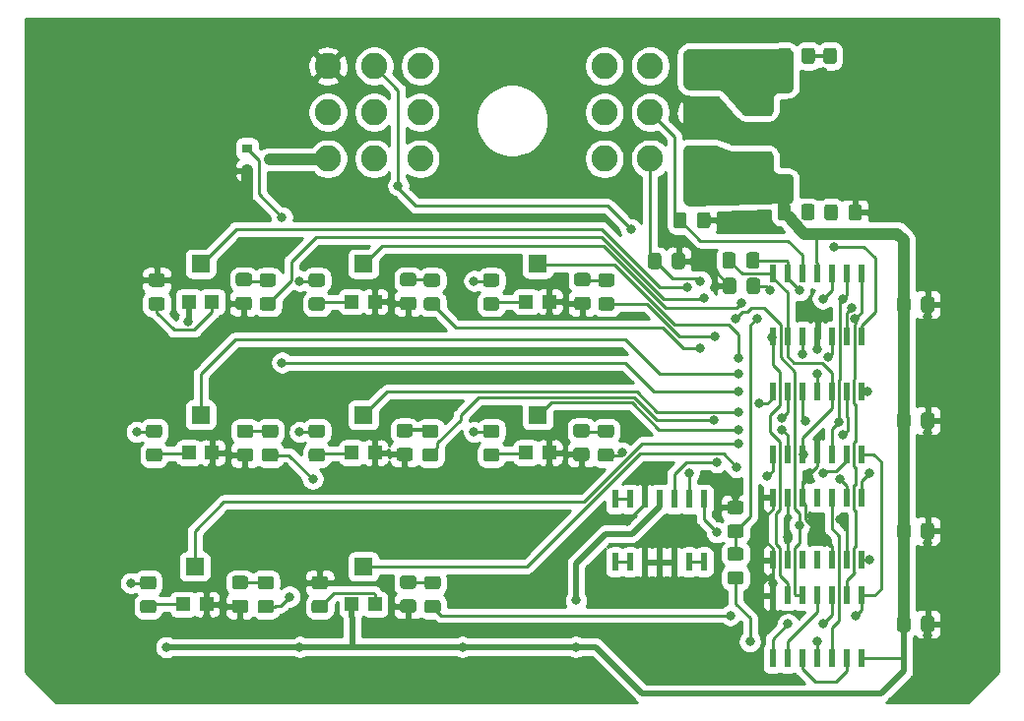
<source format=gtl>
G04 #@! TF.GenerationSoftware,KiCad,Pcbnew,(5.1.7)-1*
G04 #@! TF.CreationDate,2022-01-10T20:36:18+10:30*
G04 #@! TF.ProjectId,BSPD,42535044-2e6b-4696-9361-645f70636258,4*
G04 #@! TF.SameCoordinates,Original*
G04 #@! TF.FileFunction,Copper,L1,Top*
G04 #@! TF.FilePolarity,Positive*
%FSLAX46Y46*%
G04 Gerber Fmt 4.6, Leading zero omitted, Abs format (unit mm)*
G04 Created by KiCad (PCBNEW (5.1.7)-1) date 2022-01-10 20:36:18*
%MOMM*%
%LPD*%
G01*
G04 APERTURE LIST*
G04 #@! TA.AperFunction,SMDPad,CuDef*
%ADD10R,0.600000X1.550000*%
G04 #@! TD*
G04 #@! TA.AperFunction,ComponentPad*
%ADD11C,2.250000*%
G04 #@! TD*
G04 #@! TA.AperFunction,SMDPad,CuDef*
%ADD12R,1.600000X3.300000*%
G04 #@! TD*
G04 #@! TA.AperFunction,SMDPad,CuDef*
%ADD13R,1.600000X1.200000*%
G04 #@! TD*
G04 #@! TA.AperFunction,SMDPad,CuDef*
%ADD14R,1.200000X1.200000*%
G04 #@! TD*
G04 #@! TA.AperFunction,SMDPad,CuDef*
%ADD15R,1.600000X1.500000*%
G04 #@! TD*
G04 #@! TA.AperFunction,SMDPad,CuDef*
%ADD16R,0.900000X0.800000*%
G04 #@! TD*
G04 #@! TA.AperFunction,ViaPad*
%ADD17C,0.800000*%
G04 #@! TD*
G04 #@! TA.AperFunction,Conductor*
%ADD18C,0.250000*%
G04 #@! TD*
G04 #@! TA.AperFunction,Conductor*
%ADD19C,0.500000*%
G04 #@! TD*
G04 #@! TA.AperFunction,Conductor*
%ADD20C,1.000000*%
G04 #@! TD*
G04 #@! TA.AperFunction,Conductor*
%ADD21C,0.350000*%
G04 #@! TD*
G04 #@! TA.AperFunction,Conductor*
%ADD22C,0.254000*%
G04 #@! TD*
G04 #@! TA.AperFunction,Conductor*
%ADD23C,0.100000*%
G04 #@! TD*
G04 APERTURE END LIST*
D10*
X144645000Y-96750000D03*
X144645000Y-102150000D03*
X145915000Y-96750000D03*
X145915000Y-102150000D03*
X147185000Y-96750000D03*
X147185000Y-102150000D03*
X148455000Y-96750000D03*
X148455000Y-102150000D03*
X149725000Y-96750000D03*
X149725000Y-102150000D03*
X150995000Y-96750000D03*
X150995000Y-102150000D03*
X152265000Y-96750000D03*
X152265000Y-102150000D03*
X158245000Y-77350000D03*
X158245000Y-82750000D03*
X159515000Y-77350000D03*
X159515000Y-82750000D03*
X160785000Y-77350000D03*
X160785000Y-82750000D03*
X162055000Y-77350000D03*
X162055000Y-82750000D03*
X163325000Y-77350000D03*
X163325000Y-82750000D03*
X164595000Y-77350000D03*
X164595000Y-82750000D03*
X165865000Y-77350000D03*
X165865000Y-82750000D03*
G04 #@! TA.AperFunction,SMDPad,CuDef*
G36*
G01*
X155925000Y-76650001D02*
X155925000Y-75749999D01*
G75*
G02*
X156174999Y-75500000I249999J0D01*
G01*
X156825001Y-75500000D01*
G75*
G02*
X157075000Y-75749999I0J-249999D01*
G01*
X157075000Y-76650001D01*
G75*
G02*
X156825001Y-76900000I-249999J0D01*
G01*
X156174999Y-76900000D01*
G75*
G02*
X155925000Y-76650001I0J249999D01*
G01*
G37*
G04 #@! TD.AperFunction*
G04 #@! TA.AperFunction,SMDPad,CuDef*
G36*
G01*
X153875000Y-76650001D02*
X153875000Y-75749999D01*
G75*
G02*
X154124999Y-75500000I249999J0D01*
G01*
X154775001Y-75500000D01*
G75*
G02*
X155025000Y-75749999I0J-249999D01*
G01*
X155025000Y-76650001D01*
G75*
G02*
X154775001Y-76900000I-249999J0D01*
G01*
X154124999Y-76900000D01*
G75*
G02*
X153875000Y-76650001I0J249999D01*
G01*
G37*
G04 #@! TD.AperFunction*
G04 #@! TA.AperFunction,SMDPad,CuDef*
G36*
G01*
X155075000Y-77949999D02*
X155075000Y-78850001D01*
G75*
G02*
X154825001Y-79100000I-249999J0D01*
G01*
X154174999Y-79100000D01*
G75*
G02*
X153925000Y-78850001I0J249999D01*
G01*
X153925000Y-77949999D01*
G75*
G02*
X154174999Y-77700000I249999J0D01*
G01*
X154825001Y-77700000D01*
G75*
G02*
X155075000Y-77949999I0J-249999D01*
G01*
G37*
G04 #@! TD.AperFunction*
G04 #@! TA.AperFunction,SMDPad,CuDef*
G36*
G01*
X157125000Y-77949999D02*
X157125000Y-78850001D01*
G75*
G02*
X156875001Y-79100000I-249999J0D01*
G01*
X156224999Y-79100000D01*
G75*
G02*
X155975000Y-78850001I0J249999D01*
G01*
X155975000Y-77949999D01*
G75*
G02*
X156224999Y-77700000I249999J0D01*
G01*
X156875001Y-77700000D01*
G75*
G02*
X157125000Y-77949999I0J-249999D01*
G01*
G37*
G04 #@! TD.AperFunction*
G04 #@! TA.AperFunction,SMDPad,CuDef*
G36*
G01*
X160655000Y-72500001D02*
X160655000Y-71599999D01*
G75*
G02*
X160904999Y-71350000I249999J0D01*
G01*
X161555001Y-71350000D01*
G75*
G02*
X161805000Y-71599999I0J-249999D01*
G01*
X161805000Y-72500001D01*
G75*
G02*
X161555001Y-72750000I-249999J0D01*
G01*
X160904999Y-72750000D01*
G75*
G02*
X160655000Y-72500001I0J249999D01*
G01*
G37*
G04 #@! TD.AperFunction*
G04 #@! TA.AperFunction,SMDPad,CuDef*
G36*
G01*
X158605000Y-72500001D02*
X158605000Y-71599999D01*
G75*
G02*
X158854999Y-71350000I249999J0D01*
G01*
X159505001Y-71350000D01*
G75*
G02*
X159755000Y-71599999I0J-249999D01*
G01*
X159755000Y-72500001D01*
G75*
G02*
X159505001Y-72750000I-249999J0D01*
G01*
X158854999Y-72750000D01*
G75*
G02*
X158605000Y-72500001I0J249999D01*
G01*
G37*
G04 #@! TD.AperFunction*
G04 #@! TA.AperFunction,SMDPad,CuDef*
G36*
G01*
X160680000Y-59050001D02*
X160680000Y-58149999D01*
G75*
G02*
X160929999Y-57900000I249999J0D01*
G01*
X161580001Y-57900000D01*
G75*
G02*
X161830000Y-58149999I0J-249999D01*
G01*
X161830000Y-59050001D01*
G75*
G02*
X161580001Y-59300000I-249999J0D01*
G01*
X160929999Y-59300000D01*
G75*
G02*
X160680000Y-59050001I0J249999D01*
G01*
G37*
G04 #@! TD.AperFunction*
G04 #@! TA.AperFunction,SMDPad,CuDef*
G36*
G01*
X158630000Y-59050001D02*
X158630000Y-58149999D01*
G75*
G02*
X158879999Y-57900000I249999J0D01*
G01*
X159530001Y-57900000D01*
G75*
G02*
X159780000Y-58149999I0J-249999D01*
G01*
X159780000Y-59050001D01*
G75*
G02*
X159530001Y-59300000I-249999J0D01*
G01*
X158879999Y-59300000D01*
G75*
G02*
X158630000Y-59050001I0J249999D01*
G01*
G37*
G04 #@! TD.AperFunction*
G04 #@! TA.AperFunction,SMDPad,CuDef*
G36*
G01*
X163805000Y-71624999D02*
X163805000Y-72525001D01*
G75*
G02*
X163555001Y-72775000I-249999J0D01*
G01*
X162904999Y-72775000D01*
G75*
G02*
X162655000Y-72525001I0J249999D01*
G01*
X162655000Y-71624999D01*
G75*
G02*
X162904999Y-71375000I249999J0D01*
G01*
X163555001Y-71375000D01*
G75*
G02*
X163805000Y-71624999I0J-249999D01*
G01*
G37*
G04 #@! TD.AperFunction*
G04 #@! TA.AperFunction,SMDPad,CuDef*
G36*
G01*
X165855000Y-71624999D02*
X165855000Y-72525001D01*
G75*
G02*
X165605001Y-72775000I-249999J0D01*
G01*
X164954999Y-72775000D01*
G75*
G02*
X164705000Y-72525001I0J249999D01*
G01*
X164705000Y-71624999D01*
G75*
G02*
X164954999Y-71375000I249999J0D01*
G01*
X165605001Y-71375000D01*
G75*
G02*
X165855000Y-71624999I0J-249999D01*
G01*
G37*
G04 #@! TD.AperFunction*
G04 #@! TA.AperFunction,SMDPad,CuDef*
G36*
G01*
X163705000Y-58149999D02*
X163705000Y-59050001D01*
G75*
G02*
X163455001Y-59300000I-249999J0D01*
G01*
X162804999Y-59300000D01*
G75*
G02*
X162555000Y-59050001I0J249999D01*
G01*
X162555000Y-58149999D01*
G75*
G02*
X162804999Y-57900000I249999J0D01*
G01*
X163455001Y-57900000D01*
G75*
G02*
X163705000Y-58149999I0J-249999D01*
G01*
G37*
G04 #@! TD.AperFunction*
G04 #@! TA.AperFunction,SMDPad,CuDef*
G36*
G01*
X165755000Y-58149999D02*
X165755000Y-59050001D01*
G75*
G02*
X165505001Y-59300000I-249999J0D01*
G01*
X164854999Y-59300000D01*
G75*
G02*
X164605000Y-59050001I0J249999D01*
G01*
X164605000Y-58149999D01*
G75*
G02*
X164854999Y-57900000I249999J0D01*
G01*
X165505001Y-57900000D01*
G75*
G02*
X165755000Y-58149999I0J-249999D01*
G01*
G37*
G04 #@! TD.AperFunction*
G04 #@! TA.AperFunction,SMDPad,CuDef*
G36*
G01*
X115055001Y-104525000D02*
X114154999Y-104525000D01*
G75*
G02*
X113905000Y-104275001I0J249999D01*
G01*
X113905000Y-103624999D01*
G75*
G02*
X114154999Y-103375000I249999J0D01*
G01*
X115055001Y-103375000D01*
G75*
G02*
X115305000Y-103624999I0J-249999D01*
G01*
X115305000Y-104275001D01*
G75*
G02*
X115055001Y-104525000I-249999J0D01*
G01*
G37*
G04 #@! TD.AperFunction*
G04 #@! TA.AperFunction,SMDPad,CuDef*
G36*
G01*
X115055001Y-106575000D02*
X114154999Y-106575000D01*
G75*
G02*
X113905000Y-106325001I0J249999D01*
G01*
X113905000Y-105674999D01*
G75*
G02*
X114154999Y-105425000I249999J0D01*
G01*
X115055001Y-105425000D01*
G75*
G02*
X115305000Y-105674999I0J-249999D01*
G01*
X115305000Y-106325001D01*
G75*
G02*
X115055001Y-106575000I-249999J0D01*
G01*
G37*
G04 #@! TD.AperFunction*
G04 #@! TA.AperFunction,SMDPad,CuDef*
G36*
G01*
X112855001Y-104500000D02*
X111954999Y-104500000D01*
G75*
G02*
X111705000Y-104250001I0J249999D01*
G01*
X111705000Y-103599999D01*
G75*
G02*
X111954999Y-103350000I249999J0D01*
G01*
X112855001Y-103350000D01*
G75*
G02*
X113105000Y-103599999I0J-249999D01*
G01*
X113105000Y-104250001D01*
G75*
G02*
X112855001Y-104500000I-249999J0D01*
G01*
G37*
G04 #@! TD.AperFunction*
G04 #@! TA.AperFunction,SMDPad,CuDef*
G36*
G01*
X112855001Y-106550000D02*
X111954999Y-106550000D01*
G75*
G02*
X111705000Y-106300001I0J249999D01*
G01*
X111705000Y-105649999D01*
G75*
G02*
X111954999Y-105400000I249999J0D01*
G01*
X112855001Y-105400000D01*
G75*
G02*
X113105000Y-105649999I0J-249999D01*
G01*
X113105000Y-106300001D01*
G75*
G02*
X112855001Y-106550000I-249999J0D01*
G01*
G37*
G04 #@! TD.AperFunction*
G04 #@! TA.AperFunction,SMDPad,CuDef*
G36*
G01*
X115430001Y-91475000D02*
X114529999Y-91475000D01*
G75*
G02*
X114280000Y-91225001I0J249999D01*
G01*
X114280000Y-90574999D01*
G75*
G02*
X114529999Y-90325000I249999J0D01*
G01*
X115430001Y-90325000D01*
G75*
G02*
X115680000Y-90574999I0J-249999D01*
G01*
X115680000Y-91225001D01*
G75*
G02*
X115430001Y-91475000I-249999J0D01*
G01*
G37*
G04 #@! TD.AperFunction*
G04 #@! TA.AperFunction,SMDPad,CuDef*
G36*
G01*
X115430001Y-93525000D02*
X114529999Y-93525000D01*
G75*
G02*
X114280000Y-93275001I0J249999D01*
G01*
X114280000Y-92624999D01*
G75*
G02*
X114529999Y-92375000I249999J0D01*
G01*
X115430001Y-92375000D01*
G75*
G02*
X115680000Y-92624999I0J-249999D01*
G01*
X115680000Y-93275001D01*
G75*
G02*
X115430001Y-93525000I-249999J0D01*
G01*
G37*
G04 #@! TD.AperFunction*
G04 #@! TA.AperFunction,SMDPad,CuDef*
G36*
G01*
X113280001Y-91475000D02*
X112379999Y-91475000D01*
G75*
G02*
X112130000Y-91225001I0J249999D01*
G01*
X112130000Y-90574999D01*
G75*
G02*
X112379999Y-90325000I249999J0D01*
G01*
X113280001Y-90325000D01*
G75*
G02*
X113530000Y-90574999I0J-249999D01*
G01*
X113530000Y-91225001D01*
G75*
G02*
X113280001Y-91475000I-249999J0D01*
G01*
G37*
G04 #@! TD.AperFunction*
G04 #@! TA.AperFunction,SMDPad,CuDef*
G36*
G01*
X113280001Y-93525000D02*
X112379999Y-93525000D01*
G75*
G02*
X112130000Y-93275001I0J249999D01*
G01*
X112130000Y-92624999D01*
G75*
G02*
X112379999Y-92375000I249999J0D01*
G01*
X113280001Y-92375000D01*
G75*
G02*
X113530000Y-92624999I0J-249999D01*
G01*
X113530000Y-93275001D01*
G75*
G02*
X113280001Y-93525000I-249999J0D01*
G01*
G37*
G04 #@! TD.AperFunction*
G04 #@! TA.AperFunction,SMDPad,CuDef*
G36*
G01*
X144355001Y-78475000D02*
X143454999Y-78475000D01*
G75*
G02*
X143205000Y-78225001I0J249999D01*
G01*
X143205000Y-77574999D01*
G75*
G02*
X143454999Y-77325000I249999J0D01*
G01*
X144355001Y-77325000D01*
G75*
G02*
X144605000Y-77574999I0J-249999D01*
G01*
X144605000Y-78225001D01*
G75*
G02*
X144355001Y-78475000I-249999J0D01*
G01*
G37*
G04 #@! TD.AperFunction*
G04 #@! TA.AperFunction,SMDPad,CuDef*
G36*
G01*
X144355001Y-80525000D02*
X143454999Y-80525000D01*
G75*
G02*
X143205000Y-80275001I0J249999D01*
G01*
X143205000Y-79624999D01*
G75*
G02*
X143454999Y-79375000I249999J0D01*
G01*
X144355001Y-79375000D01*
G75*
G02*
X144605000Y-79624999I0J-249999D01*
G01*
X144605000Y-80275001D01*
G75*
G02*
X144355001Y-80525000I-249999J0D01*
G01*
G37*
G04 #@! TD.AperFunction*
G04 #@! TA.AperFunction,SMDPad,CuDef*
G36*
G01*
X115230001Y-78475000D02*
X114329999Y-78475000D01*
G75*
G02*
X114080000Y-78225001I0J249999D01*
G01*
X114080000Y-77574999D01*
G75*
G02*
X114329999Y-77325000I249999J0D01*
G01*
X115230001Y-77325000D01*
G75*
G02*
X115480000Y-77574999I0J-249999D01*
G01*
X115480000Y-78225001D01*
G75*
G02*
X115230001Y-78475000I-249999J0D01*
G01*
G37*
G04 #@! TD.AperFunction*
G04 #@! TA.AperFunction,SMDPad,CuDef*
G36*
G01*
X115230001Y-80525000D02*
X114329999Y-80525000D01*
G75*
G02*
X114080000Y-80275001I0J249999D01*
G01*
X114080000Y-79624999D01*
G75*
G02*
X114329999Y-79375000I249999J0D01*
G01*
X115230001Y-79375000D01*
G75*
G02*
X115480000Y-79624999I0J-249999D01*
G01*
X115480000Y-80275001D01*
G75*
G02*
X115230001Y-80525000I-249999J0D01*
G01*
G37*
G04 #@! TD.AperFunction*
G04 #@! TA.AperFunction,SMDPad,CuDef*
G36*
G01*
X142280001Y-78430000D02*
X141379999Y-78430000D01*
G75*
G02*
X141130000Y-78180001I0J249999D01*
G01*
X141130000Y-77529999D01*
G75*
G02*
X141379999Y-77280000I249999J0D01*
G01*
X142280001Y-77280000D01*
G75*
G02*
X142530000Y-77529999I0J-249999D01*
G01*
X142530000Y-78180001D01*
G75*
G02*
X142280001Y-78430000I-249999J0D01*
G01*
G37*
G04 #@! TD.AperFunction*
G04 #@! TA.AperFunction,SMDPad,CuDef*
G36*
G01*
X142280001Y-80480000D02*
X141379999Y-80480000D01*
G75*
G02*
X141130000Y-80230001I0J249999D01*
G01*
X141130000Y-79579999D01*
G75*
G02*
X141379999Y-79330000I249999J0D01*
G01*
X142280001Y-79330000D01*
G75*
G02*
X142530000Y-79579999I0J-249999D01*
G01*
X142530000Y-80230001D01*
G75*
G02*
X142280001Y-80480000I-249999J0D01*
G01*
G37*
G04 #@! TD.AperFunction*
G04 #@! TA.AperFunction,SMDPad,CuDef*
G36*
G01*
X113180001Y-78430000D02*
X112279999Y-78430000D01*
G75*
G02*
X112030000Y-78180001I0J249999D01*
G01*
X112030000Y-77529999D01*
G75*
G02*
X112279999Y-77280000I249999J0D01*
G01*
X113180001Y-77280000D01*
G75*
G02*
X113430000Y-77529999I0J-249999D01*
G01*
X113430000Y-78180001D01*
G75*
G02*
X113180001Y-78430000I-249999J0D01*
G01*
G37*
G04 #@! TD.AperFunction*
G04 #@! TA.AperFunction,SMDPad,CuDef*
G36*
G01*
X113180001Y-80480000D02*
X112279999Y-80480000D01*
G75*
G02*
X112030000Y-80230001I0J249999D01*
G01*
X112030000Y-79579999D01*
G75*
G02*
X112279999Y-79330000I249999J0D01*
G01*
X113180001Y-79330000D01*
G75*
G02*
X113430000Y-79579999I0J-249999D01*
G01*
X113430000Y-80230001D01*
G75*
G02*
X113180001Y-80480000I-249999J0D01*
G01*
G37*
G04 #@! TD.AperFunction*
G04 #@! TA.AperFunction,SMDPad,CuDef*
G36*
G01*
X129355001Y-78475000D02*
X128454999Y-78475000D01*
G75*
G02*
X128205000Y-78225001I0J249999D01*
G01*
X128205000Y-77574999D01*
G75*
G02*
X128454999Y-77325000I249999J0D01*
G01*
X129355001Y-77325000D01*
G75*
G02*
X129605000Y-77574999I0J-249999D01*
G01*
X129605000Y-78225001D01*
G75*
G02*
X129355001Y-78475000I-249999J0D01*
G01*
G37*
G04 #@! TD.AperFunction*
G04 #@! TA.AperFunction,SMDPad,CuDef*
G36*
G01*
X129355001Y-80525000D02*
X128454999Y-80525000D01*
G75*
G02*
X128205000Y-80275001I0J249999D01*
G01*
X128205000Y-79624999D01*
G75*
G02*
X128454999Y-79375000I249999J0D01*
G01*
X129355001Y-79375000D01*
G75*
G02*
X129605000Y-79624999I0J-249999D01*
G01*
X129605000Y-80275001D01*
G75*
G02*
X129355001Y-80525000I-249999J0D01*
G01*
G37*
G04 #@! TD.AperFunction*
G04 #@! TA.AperFunction,SMDPad,CuDef*
G36*
G01*
X129405001Y-104525000D02*
X128504999Y-104525000D01*
G75*
G02*
X128255000Y-104275001I0J249999D01*
G01*
X128255000Y-103624999D01*
G75*
G02*
X128504999Y-103375000I249999J0D01*
G01*
X129405001Y-103375000D01*
G75*
G02*
X129655000Y-103624999I0J-249999D01*
G01*
X129655000Y-104275001D01*
G75*
G02*
X129405001Y-104525000I-249999J0D01*
G01*
G37*
G04 #@! TD.AperFunction*
G04 #@! TA.AperFunction,SMDPad,CuDef*
G36*
G01*
X129405001Y-106575000D02*
X128504999Y-106575000D01*
G75*
G02*
X128255000Y-106325001I0J249999D01*
G01*
X128255000Y-105674999D01*
G75*
G02*
X128504999Y-105425000I249999J0D01*
G01*
X129405001Y-105425000D01*
G75*
G02*
X129655000Y-105674999I0J-249999D01*
G01*
X129655000Y-106325001D01*
G75*
G02*
X129405001Y-106575000I-249999J0D01*
G01*
G37*
G04 #@! TD.AperFunction*
G04 #@! TA.AperFunction,SMDPad,CuDef*
G36*
G01*
X127305001Y-78430000D02*
X126404999Y-78430000D01*
G75*
G02*
X126155000Y-78180001I0J249999D01*
G01*
X126155000Y-77529999D01*
G75*
G02*
X126404999Y-77280000I249999J0D01*
G01*
X127305001Y-77280000D01*
G75*
G02*
X127555000Y-77529999I0J-249999D01*
G01*
X127555000Y-78180001D01*
G75*
G02*
X127305001Y-78430000I-249999J0D01*
G01*
G37*
G04 #@! TD.AperFunction*
G04 #@! TA.AperFunction,SMDPad,CuDef*
G36*
G01*
X127305001Y-80480000D02*
X126404999Y-80480000D01*
G75*
G02*
X126155000Y-80230001I0J249999D01*
G01*
X126155000Y-79579999D01*
G75*
G02*
X126404999Y-79330000I249999J0D01*
G01*
X127305001Y-79330000D01*
G75*
G02*
X127555000Y-79579999I0J-249999D01*
G01*
X127555000Y-80230001D01*
G75*
G02*
X127305001Y-80480000I-249999J0D01*
G01*
G37*
G04 #@! TD.AperFunction*
G04 #@! TA.AperFunction,SMDPad,CuDef*
G36*
G01*
X127305001Y-104480000D02*
X126404999Y-104480000D01*
G75*
G02*
X126155000Y-104230001I0J249999D01*
G01*
X126155000Y-103579999D01*
G75*
G02*
X126404999Y-103330000I249999J0D01*
G01*
X127305001Y-103330000D01*
G75*
G02*
X127555000Y-103579999I0J-249999D01*
G01*
X127555000Y-104230001D01*
G75*
G02*
X127305001Y-104480000I-249999J0D01*
G01*
G37*
G04 #@! TD.AperFunction*
G04 #@! TA.AperFunction,SMDPad,CuDef*
G36*
G01*
X127305001Y-106530000D02*
X126404999Y-106530000D01*
G75*
G02*
X126155000Y-106280001I0J249999D01*
G01*
X126155000Y-105629999D01*
G75*
G02*
X126404999Y-105380000I249999J0D01*
G01*
X127305001Y-105380000D01*
G75*
G02*
X127555000Y-105629999I0J-249999D01*
G01*
X127555000Y-106280001D01*
G75*
G02*
X127305001Y-106530000I-249999J0D01*
G01*
G37*
G04 #@! TD.AperFunction*
G04 #@! TA.AperFunction,SMDPad,CuDef*
G36*
G01*
X144305001Y-91475000D02*
X143404999Y-91475000D01*
G75*
G02*
X143155000Y-91225001I0J249999D01*
G01*
X143155000Y-90574999D01*
G75*
G02*
X143404999Y-90325000I249999J0D01*
G01*
X144305001Y-90325000D01*
G75*
G02*
X144555000Y-90574999I0J-249999D01*
G01*
X144555000Y-91225001D01*
G75*
G02*
X144305001Y-91475000I-249999J0D01*
G01*
G37*
G04 #@! TD.AperFunction*
G04 #@! TA.AperFunction,SMDPad,CuDef*
G36*
G01*
X144305001Y-93525000D02*
X143404999Y-93525000D01*
G75*
G02*
X143155000Y-93275001I0J249999D01*
G01*
X143155000Y-92624999D01*
G75*
G02*
X143404999Y-92375000I249999J0D01*
G01*
X144305001Y-92375000D01*
G75*
G02*
X144555000Y-92624999I0J-249999D01*
G01*
X144555000Y-93275001D01*
G75*
G02*
X144305001Y-93525000I-249999J0D01*
G01*
G37*
G04 #@! TD.AperFunction*
G04 #@! TA.AperFunction,SMDPad,CuDef*
G36*
G01*
X129205001Y-91475000D02*
X128304999Y-91475000D01*
G75*
G02*
X128055000Y-91225001I0J249999D01*
G01*
X128055000Y-90574999D01*
G75*
G02*
X128304999Y-90325000I249999J0D01*
G01*
X129205001Y-90325000D01*
G75*
G02*
X129455000Y-90574999I0J-249999D01*
G01*
X129455000Y-91225001D01*
G75*
G02*
X129205001Y-91475000I-249999J0D01*
G01*
G37*
G04 #@! TD.AperFunction*
G04 #@! TA.AperFunction,SMDPad,CuDef*
G36*
G01*
X129205001Y-93525000D02*
X128304999Y-93525000D01*
G75*
G02*
X128055000Y-93275001I0J249999D01*
G01*
X128055000Y-92624999D01*
G75*
G02*
X128304999Y-92375000I249999J0D01*
G01*
X129205001Y-92375000D01*
G75*
G02*
X129455000Y-92624999I0J-249999D01*
G01*
X129455000Y-93275001D01*
G75*
G02*
X129205001Y-93525000I-249999J0D01*
G01*
G37*
G04 #@! TD.AperFunction*
G04 #@! TA.AperFunction,SMDPad,CuDef*
G36*
G01*
X142205001Y-91430000D02*
X141304999Y-91430000D01*
G75*
G02*
X141055000Y-91180001I0J249999D01*
G01*
X141055000Y-90529999D01*
G75*
G02*
X141304999Y-90280000I249999J0D01*
G01*
X142205001Y-90280000D01*
G75*
G02*
X142455000Y-90529999I0J-249999D01*
G01*
X142455000Y-91180001D01*
G75*
G02*
X142205001Y-91430000I-249999J0D01*
G01*
G37*
G04 #@! TD.AperFunction*
G04 #@! TA.AperFunction,SMDPad,CuDef*
G36*
G01*
X142205001Y-93480000D02*
X141304999Y-93480000D01*
G75*
G02*
X141055000Y-93230001I0J249999D01*
G01*
X141055000Y-92579999D01*
G75*
G02*
X141304999Y-92330000I249999J0D01*
G01*
X142205001Y-92330000D01*
G75*
G02*
X142455000Y-92579999I0J-249999D01*
G01*
X142455000Y-93230001D01*
G75*
G02*
X142205001Y-93480000I-249999J0D01*
G01*
G37*
G04 #@! TD.AperFunction*
G04 #@! TA.AperFunction,SMDPad,CuDef*
G36*
G01*
X127005001Y-91430000D02*
X126104999Y-91430000D01*
G75*
G02*
X125855000Y-91180001I0J249999D01*
G01*
X125855000Y-90529999D01*
G75*
G02*
X126104999Y-90280000I249999J0D01*
G01*
X127005001Y-90280000D01*
G75*
G02*
X127255000Y-90529999I0J-249999D01*
G01*
X127255000Y-91180001D01*
G75*
G02*
X127005001Y-91430000I-249999J0D01*
G01*
G37*
G04 #@! TD.AperFunction*
G04 #@! TA.AperFunction,SMDPad,CuDef*
G36*
G01*
X127005001Y-93480000D02*
X126104999Y-93480000D01*
G75*
G02*
X125855000Y-93230001I0J249999D01*
G01*
X125855000Y-92579999D01*
G75*
G02*
X126104999Y-92330000I249999J0D01*
G01*
X127005001Y-92330000D01*
G75*
G02*
X127255000Y-92579999I0J-249999D01*
G01*
X127255000Y-93230001D01*
G75*
G02*
X127005001Y-93480000I-249999J0D01*
G01*
G37*
G04 #@! TD.AperFunction*
D11*
X147680000Y-59475000D03*
X127880000Y-59475000D03*
X123920000Y-59475000D03*
X143720000Y-59475000D03*
X119960000Y-59475000D03*
X147680000Y-63465000D03*
X127880000Y-63465000D03*
X123920000Y-63465000D03*
X143720000Y-63465000D03*
X119960000Y-63465000D03*
X119960000Y-67455000D03*
X123920000Y-67455000D03*
X127880000Y-67455000D03*
X143720000Y-67455000D03*
X147680000Y-67455000D03*
X151640000Y-59475000D03*
X151640000Y-63465000D03*
G04 #@! TA.AperFunction,ComponentPad*
G36*
G01*
X150515000Y-68017500D02*
X150515000Y-66892500D01*
G75*
G02*
X151077500Y-66330000I562500J0D01*
G01*
X152202500Y-66330000D01*
G75*
G02*
X152765000Y-66892500I0J-562500D01*
G01*
X152765000Y-68017500D01*
G75*
G02*
X152202500Y-68580000I-562500J0D01*
G01*
X151077500Y-68580000D01*
G75*
G02*
X150515000Y-68017500I0J562500D01*
G01*
G37*
G04 #@! TD.AperFunction*
D10*
X158190000Y-105050000D03*
X158190000Y-110450000D03*
X159460000Y-105050000D03*
X159460000Y-110450000D03*
X160730000Y-105050000D03*
X160730000Y-110450000D03*
X162000000Y-105050000D03*
X162000000Y-110450000D03*
X163270000Y-105050000D03*
X163270000Y-110450000D03*
X164540000Y-105050000D03*
X164540000Y-110450000D03*
X165810000Y-105050000D03*
X165810000Y-110450000D03*
X158190000Y-96600000D03*
X158190000Y-102000000D03*
X159460000Y-96600000D03*
X159460000Y-102000000D03*
X160730000Y-96600000D03*
X160730000Y-102000000D03*
X162000000Y-96600000D03*
X162000000Y-102000000D03*
X163270000Y-96600000D03*
X163270000Y-102000000D03*
X164540000Y-96600000D03*
X164540000Y-102000000D03*
X165810000Y-96600000D03*
X165810000Y-102000000D03*
X158190000Y-87500000D03*
X158190000Y-92900000D03*
X159460000Y-87500000D03*
X159460000Y-92900000D03*
X160730000Y-87500000D03*
X160730000Y-92900000D03*
X162000000Y-87500000D03*
X162000000Y-92900000D03*
X163270000Y-87500000D03*
X163270000Y-92900000D03*
X164540000Y-87500000D03*
X164540000Y-92900000D03*
X165810000Y-87500000D03*
X165810000Y-92900000D03*
D12*
X163400000Y-65300000D03*
D13*
X157000000Y-67600000D03*
X157000000Y-65300000D03*
X157000000Y-63000000D03*
D14*
X139000000Y-79746000D03*
D15*
X138000000Y-76496000D03*
D14*
X137000000Y-79746000D03*
X110000000Y-79746000D03*
D15*
X109000000Y-76496000D03*
D14*
X108000000Y-79746000D03*
X124000000Y-79746000D03*
D15*
X123000000Y-76496000D03*
D14*
X122000000Y-79746000D03*
X124000000Y-105796000D03*
D15*
X123000000Y-102546000D03*
D14*
X122000000Y-105796000D03*
X110000000Y-92746000D03*
D15*
X109000000Y-89496000D03*
D14*
X108000000Y-92746000D03*
X139000000Y-92746000D03*
D15*
X138000000Y-89496000D03*
D14*
X137000000Y-92746000D03*
X124000000Y-92746000D03*
D15*
X123000000Y-89496000D03*
D14*
X122000000Y-92746000D03*
X109500000Y-105796000D03*
D15*
X108500000Y-102546000D03*
D14*
X107500000Y-105796000D03*
G04 #@! TA.AperFunction,SMDPad,CuDef*
G36*
G01*
X133549999Y-79375000D02*
X134450001Y-79375000D01*
G75*
G02*
X134700000Y-79624999I0J-249999D01*
G01*
X134700000Y-80275001D01*
G75*
G02*
X134450001Y-80525000I-249999J0D01*
G01*
X133549999Y-80525000D01*
G75*
G02*
X133300000Y-80275001I0J249999D01*
G01*
X133300000Y-79624999D01*
G75*
G02*
X133549999Y-79375000I249999J0D01*
G01*
G37*
G04 #@! TD.AperFunction*
G04 #@! TA.AperFunction,SMDPad,CuDef*
G36*
G01*
X133549999Y-77325000D02*
X134450001Y-77325000D01*
G75*
G02*
X134700000Y-77574999I0J-249999D01*
G01*
X134700000Y-78225001D01*
G75*
G02*
X134450001Y-78475000I-249999J0D01*
G01*
X133549999Y-78475000D01*
G75*
G02*
X133300000Y-78225001I0J249999D01*
G01*
X133300000Y-77574999D01*
G75*
G02*
X133549999Y-77325000I249999J0D01*
G01*
G37*
G04 #@! TD.AperFunction*
G04 #@! TA.AperFunction,SMDPad,CuDef*
G36*
G01*
X105680001Y-78475000D02*
X104779999Y-78475000D01*
G75*
G02*
X104530000Y-78225001I0J249999D01*
G01*
X104530000Y-77574999D01*
G75*
G02*
X104779999Y-77325000I249999J0D01*
G01*
X105680001Y-77325000D01*
G75*
G02*
X105930000Y-77574999I0J-249999D01*
G01*
X105930000Y-78225001D01*
G75*
G02*
X105680001Y-78475000I-249999J0D01*
G01*
G37*
G04 #@! TD.AperFunction*
G04 #@! TA.AperFunction,SMDPad,CuDef*
G36*
G01*
X105680001Y-80525000D02*
X104779999Y-80525000D01*
G75*
G02*
X104530000Y-80275001I0J249999D01*
G01*
X104530000Y-79624999D01*
G75*
G02*
X104779999Y-79375000I249999J0D01*
G01*
X105680001Y-79375000D01*
G75*
G02*
X105930000Y-79624999I0J-249999D01*
G01*
X105930000Y-80275001D01*
G75*
G02*
X105680001Y-80525000I-249999J0D01*
G01*
G37*
G04 #@! TD.AperFunction*
G04 #@! TA.AperFunction,SMDPad,CuDef*
G36*
G01*
X118549999Y-79375000D02*
X119450001Y-79375000D01*
G75*
G02*
X119700000Y-79624999I0J-249999D01*
G01*
X119700000Y-80275001D01*
G75*
G02*
X119450001Y-80525000I-249999J0D01*
G01*
X118549999Y-80525000D01*
G75*
G02*
X118300000Y-80275001I0J249999D01*
G01*
X118300000Y-79624999D01*
G75*
G02*
X118549999Y-79375000I249999J0D01*
G01*
G37*
G04 #@! TD.AperFunction*
G04 #@! TA.AperFunction,SMDPad,CuDef*
G36*
G01*
X118549999Y-77325000D02*
X119450001Y-77325000D01*
G75*
G02*
X119700000Y-77574999I0J-249999D01*
G01*
X119700000Y-78225001D01*
G75*
G02*
X119450001Y-78475000I-249999J0D01*
G01*
X118549999Y-78475000D01*
G75*
G02*
X118300000Y-78225001I0J249999D01*
G01*
X118300000Y-77574999D01*
G75*
G02*
X118549999Y-77325000I249999J0D01*
G01*
G37*
G04 #@! TD.AperFunction*
G04 #@! TA.AperFunction,SMDPad,CuDef*
G36*
G01*
X119705001Y-104525000D02*
X118804999Y-104525000D01*
G75*
G02*
X118555000Y-104275001I0J249999D01*
G01*
X118555000Y-103624999D01*
G75*
G02*
X118804999Y-103375000I249999J0D01*
G01*
X119705001Y-103375000D01*
G75*
G02*
X119955000Y-103624999I0J-249999D01*
G01*
X119955000Y-104275001D01*
G75*
G02*
X119705001Y-104525000I-249999J0D01*
G01*
G37*
G04 #@! TD.AperFunction*
G04 #@! TA.AperFunction,SMDPad,CuDef*
G36*
G01*
X119705001Y-106575000D02*
X118804999Y-106575000D01*
G75*
G02*
X118555000Y-106325001I0J249999D01*
G01*
X118555000Y-105674999D01*
G75*
G02*
X118804999Y-105425000I249999J0D01*
G01*
X119705001Y-105425000D01*
G75*
G02*
X119955000Y-105674999I0J-249999D01*
G01*
X119955000Y-106325001D01*
G75*
G02*
X119705001Y-106575000I-249999J0D01*
G01*
G37*
G04 #@! TD.AperFunction*
G04 #@! TA.AperFunction,SMDPad,CuDef*
G36*
G01*
X104549999Y-92375000D02*
X105450001Y-92375000D01*
G75*
G02*
X105700000Y-92624999I0J-249999D01*
G01*
X105700000Y-93275001D01*
G75*
G02*
X105450001Y-93525000I-249999J0D01*
G01*
X104549999Y-93525000D01*
G75*
G02*
X104300000Y-93275001I0J249999D01*
G01*
X104300000Y-92624999D01*
G75*
G02*
X104549999Y-92375000I249999J0D01*
G01*
G37*
G04 #@! TD.AperFunction*
G04 #@! TA.AperFunction,SMDPad,CuDef*
G36*
G01*
X104549999Y-90325000D02*
X105450001Y-90325000D01*
G75*
G02*
X105700000Y-90574999I0J-249999D01*
G01*
X105700000Y-91225001D01*
G75*
G02*
X105450001Y-91475000I-249999J0D01*
G01*
X104549999Y-91475000D01*
G75*
G02*
X104300000Y-91225001I0J249999D01*
G01*
X104300000Y-90574999D01*
G75*
G02*
X104549999Y-90325000I249999J0D01*
G01*
G37*
G04 #@! TD.AperFunction*
G04 #@! TA.AperFunction,SMDPad,CuDef*
G36*
G01*
X133549999Y-92375000D02*
X134450001Y-92375000D01*
G75*
G02*
X134700000Y-92624999I0J-249999D01*
G01*
X134700000Y-93275001D01*
G75*
G02*
X134450001Y-93525000I-249999J0D01*
G01*
X133549999Y-93525000D01*
G75*
G02*
X133300000Y-93275001I0J249999D01*
G01*
X133300000Y-92624999D01*
G75*
G02*
X133549999Y-92375000I249999J0D01*
G01*
G37*
G04 #@! TD.AperFunction*
G04 #@! TA.AperFunction,SMDPad,CuDef*
G36*
G01*
X133549999Y-90325000D02*
X134450001Y-90325000D01*
G75*
G02*
X134700000Y-90574999I0J-249999D01*
G01*
X134700000Y-91225001D01*
G75*
G02*
X134450001Y-91475000I-249999J0D01*
G01*
X133549999Y-91475000D01*
G75*
G02*
X133300000Y-91225001I0J249999D01*
G01*
X133300000Y-90574999D01*
G75*
G02*
X133549999Y-90325000I249999J0D01*
G01*
G37*
G04 #@! TD.AperFunction*
G04 #@! TA.AperFunction,SMDPad,CuDef*
G36*
G01*
X118549999Y-92375000D02*
X119450001Y-92375000D01*
G75*
G02*
X119700000Y-92624999I0J-249999D01*
G01*
X119700000Y-93275001D01*
G75*
G02*
X119450001Y-93525000I-249999J0D01*
G01*
X118549999Y-93525000D01*
G75*
G02*
X118300000Y-93275001I0J249999D01*
G01*
X118300000Y-92624999D01*
G75*
G02*
X118549999Y-92375000I249999J0D01*
G01*
G37*
G04 #@! TD.AperFunction*
G04 #@! TA.AperFunction,SMDPad,CuDef*
G36*
G01*
X118549999Y-90325000D02*
X119450001Y-90325000D01*
G75*
G02*
X119700000Y-90574999I0J-249999D01*
G01*
X119700000Y-91225001D01*
G75*
G02*
X119450001Y-91475000I-249999J0D01*
G01*
X118549999Y-91475000D01*
G75*
G02*
X118300000Y-91225001I0J249999D01*
G01*
X118300000Y-90574999D01*
G75*
G02*
X118549999Y-90325000I249999J0D01*
G01*
G37*
G04 #@! TD.AperFunction*
G04 #@! TA.AperFunction,SMDPad,CuDef*
G36*
G01*
X104049999Y-105425000D02*
X104950001Y-105425000D01*
G75*
G02*
X105200000Y-105674999I0J-249999D01*
G01*
X105200000Y-106325001D01*
G75*
G02*
X104950001Y-106575000I-249999J0D01*
G01*
X104049999Y-106575000D01*
G75*
G02*
X103800000Y-106325001I0J249999D01*
G01*
X103800000Y-105674999D01*
G75*
G02*
X104049999Y-105425000I249999J0D01*
G01*
G37*
G04 #@! TD.AperFunction*
G04 #@! TA.AperFunction,SMDPad,CuDef*
G36*
G01*
X104049999Y-103375000D02*
X104950001Y-103375000D01*
G75*
G02*
X105200000Y-103624999I0J-249999D01*
G01*
X105200000Y-104275001D01*
G75*
G02*
X104950001Y-104525000I-249999J0D01*
G01*
X104049999Y-104525000D01*
G75*
G02*
X103800000Y-104275001I0J249999D01*
G01*
X103800000Y-103624999D01*
G75*
G02*
X104049999Y-103375000I249999J0D01*
G01*
G37*
G04 #@! TD.AperFunction*
G04 #@! TA.AperFunction,SMDPad,CuDef*
G36*
G01*
X155450001Y-102050000D02*
X154549999Y-102050000D01*
G75*
G02*
X154300000Y-101800001I0J249999D01*
G01*
X154300000Y-101149999D01*
G75*
G02*
X154549999Y-100900000I249999J0D01*
G01*
X155450001Y-100900000D01*
G75*
G02*
X155700000Y-101149999I0J-249999D01*
G01*
X155700000Y-101800001D01*
G75*
G02*
X155450001Y-102050000I-249999J0D01*
G01*
G37*
G04 #@! TD.AperFunction*
G04 #@! TA.AperFunction,SMDPad,CuDef*
G36*
G01*
X155450001Y-104100000D02*
X154549999Y-104100000D01*
G75*
G02*
X154300000Y-103850001I0J249999D01*
G01*
X154300000Y-103199999D01*
G75*
G02*
X154549999Y-102950000I249999J0D01*
G01*
X155450001Y-102950000D01*
G75*
G02*
X155700000Y-103199999I0J-249999D01*
G01*
X155700000Y-103850001D01*
G75*
G02*
X155450001Y-104100000I-249999J0D01*
G01*
G37*
G04 #@! TD.AperFunction*
G04 #@! TA.AperFunction,SMDPad,CuDef*
G36*
G01*
X151700000Y-73200001D02*
X151700000Y-72299999D01*
G75*
G02*
X151949999Y-72050000I249999J0D01*
G01*
X152600001Y-72050000D01*
G75*
G02*
X152850000Y-72299999I0J-249999D01*
G01*
X152850000Y-73200001D01*
G75*
G02*
X152600001Y-73450000I-249999J0D01*
G01*
X151949999Y-73450000D01*
G75*
G02*
X151700000Y-73200001I0J249999D01*
G01*
G37*
G04 #@! TD.AperFunction*
G04 #@! TA.AperFunction,SMDPad,CuDef*
G36*
G01*
X149650000Y-73200001D02*
X149650000Y-72299999D01*
G75*
G02*
X149899999Y-72050000I249999J0D01*
G01*
X150550001Y-72050000D01*
G75*
G02*
X150800000Y-72299999I0J-249999D01*
G01*
X150800000Y-73200001D01*
G75*
G02*
X150550001Y-73450000I-249999J0D01*
G01*
X149899999Y-73450000D01*
G75*
G02*
X149650000Y-73200001I0J249999D01*
G01*
G37*
G04 #@! TD.AperFunction*
G04 #@! TA.AperFunction,SMDPad,CuDef*
G36*
G01*
X149525000Y-76700001D02*
X149525000Y-75799999D01*
G75*
G02*
X149774999Y-75550000I249999J0D01*
G01*
X150425001Y-75550000D01*
G75*
G02*
X150675000Y-75799999I0J-249999D01*
G01*
X150675000Y-76700001D01*
G75*
G02*
X150425001Y-76950000I-249999J0D01*
G01*
X149774999Y-76950000D01*
G75*
G02*
X149525000Y-76700001I0J249999D01*
G01*
G37*
G04 #@! TD.AperFunction*
G04 #@! TA.AperFunction,SMDPad,CuDef*
G36*
G01*
X147475000Y-76700001D02*
X147475000Y-75799999D01*
G75*
G02*
X147724999Y-75550000I249999J0D01*
G01*
X148375001Y-75550000D01*
G75*
G02*
X148625000Y-75799999I0J-249999D01*
G01*
X148625000Y-76700001D01*
G75*
G02*
X148375001Y-76950000I-249999J0D01*
G01*
X147724999Y-76950000D01*
G75*
G02*
X147475000Y-76700001I0J249999D01*
G01*
G37*
G04 #@! TD.AperFunction*
D16*
X115000000Y-67500000D03*
X113000000Y-68450000D03*
X113000000Y-66550000D03*
G04 #@! TA.AperFunction,SMDPad,CuDef*
G36*
G01*
X155450450Y-100100000D02*
X154549550Y-100100000D01*
G75*
G02*
X154300000Y-99850450I0J249550D01*
G01*
X154300000Y-99199550D01*
G75*
G02*
X154549550Y-98950000I249550J0D01*
G01*
X155450450Y-98950000D01*
G75*
G02*
X155700000Y-99199550I0J-249550D01*
G01*
X155700000Y-99850450D01*
G75*
G02*
X155450450Y-100100000I-249550J0D01*
G01*
G37*
G04 #@! TD.AperFunction*
G04 #@! TA.AperFunction,SMDPad,CuDef*
G36*
G01*
X155450001Y-98050000D02*
X154549999Y-98050000D01*
G75*
G02*
X154300000Y-97800001I0J249999D01*
G01*
X154300000Y-97149999D01*
G75*
G02*
X154549999Y-96900000I249999J0D01*
G01*
X155450001Y-96900000D01*
G75*
G02*
X155700000Y-97149999I0J-249999D01*
G01*
X155700000Y-97800001D01*
G75*
G02*
X155450001Y-98050000I-249999J0D01*
G01*
G37*
G04 #@! TD.AperFunction*
G04 #@! TA.AperFunction,SMDPad,CuDef*
G36*
G01*
X158600000Y-70450450D02*
X158600000Y-69549550D01*
G75*
G02*
X158849550Y-69300000I249550J0D01*
G01*
X159500450Y-69300000D01*
G75*
G02*
X159750000Y-69549550I0J-249550D01*
G01*
X159750000Y-70450450D01*
G75*
G02*
X159500450Y-70700000I-249550J0D01*
G01*
X158849550Y-70700000D01*
G75*
G02*
X158600000Y-70450450I0J249550D01*
G01*
G37*
G04 #@! TD.AperFunction*
G04 #@! TA.AperFunction,SMDPad,CuDef*
G36*
G01*
X160650000Y-70450001D02*
X160650000Y-69549999D01*
G75*
G02*
X160899999Y-69300000I249999J0D01*
G01*
X161550001Y-69300000D01*
G75*
G02*
X161800000Y-69549999I0J-249999D01*
G01*
X161800000Y-70450001D01*
G75*
G02*
X161550001Y-70700000I-249999J0D01*
G01*
X160899999Y-70700000D01*
G75*
G02*
X160650000Y-70450001I0J249999D01*
G01*
G37*
G04 #@! TD.AperFunction*
G04 #@! TA.AperFunction,SMDPad,CuDef*
G36*
G01*
X158600000Y-61050450D02*
X158600000Y-60149550D01*
G75*
G02*
X158849550Y-59900000I249550J0D01*
G01*
X159500450Y-59900000D01*
G75*
G02*
X159750000Y-60149550I0J-249550D01*
G01*
X159750000Y-61050450D01*
G75*
G02*
X159500450Y-61300000I-249550J0D01*
G01*
X158849550Y-61300000D01*
G75*
G02*
X158600000Y-61050450I0J249550D01*
G01*
G37*
G04 #@! TD.AperFunction*
G04 #@! TA.AperFunction,SMDPad,CuDef*
G36*
G01*
X160650000Y-61050001D02*
X160650000Y-60149999D01*
G75*
G02*
X160899999Y-59900000I249999J0D01*
G01*
X161550001Y-59900000D01*
G75*
G02*
X161800000Y-60149999I0J-249999D01*
G01*
X161800000Y-61050001D01*
G75*
G02*
X161550001Y-61300000I-249999J0D01*
G01*
X160899999Y-61300000D01*
G75*
G02*
X160650000Y-61050001I0J249999D01*
G01*
G37*
G04 #@! TD.AperFunction*
G04 #@! TA.AperFunction,SMDPad,CuDef*
G36*
G01*
X168900000Y-80450450D02*
X168900000Y-79549550D01*
G75*
G02*
X169149550Y-79300000I249550J0D01*
G01*
X169800450Y-79300000D01*
G75*
G02*
X170050000Y-79549550I0J-249550D01*
G01*
X170050000Y-80450450D01*
G75*
G02*
X169800450Y-80700000I-249550J0D01*
G01*
X169149550Y-80700000D01*
G75*
G02*
X168900000Y-80450450I0J249550D01*
G01*
G37*
G04 #@! TD.AperFunction*
G04 #@! TA.AperFunction,SMDPad,CuDef*
G36*
G01*
X170950000Y-80450001D02*
X170950000Y-79549999D01*
G75*
G02*
X171199999Y-79300000I249999J0D01*
G01*
X171850001Y-79300000D01*
G75*
G02*
X172100000Y-79549999I0J-249999D01*
G01*
X172100000Y-80450001D01*
G75*
G02*
X171850001Y-80700000I-249999J0D01*
G01*
X171199999Y-80700000D01*
G75*
G02*
X170950000Y-80450001I0J249999D01*
G01*
G37*
G04 #@! TD.AperFunction*
G04 #@! TA.AperFunction,SMDPad,CuDef*
G36*
G01*
X168900000Y-99950450D02*
X168900000Y-99049550D01*
G75*
G02*
X169149550Y-98800000I249550J0D01*
G01*
X169800450Y-98800000D01*
G75*
G02*
X170050000Y-99049550I0J-249550D01*
G01*
X170050000Y-99950450D01*
G75*
G02*
X169800450Y-100200000I-249550J0D01*
G01*
X169149550Y-100200000D01*
G75*
G02*
X168900000Y-99950450I0J249550D01*
G01*
G37*
G04 #@! TD.AperFunction*
G04 #@! TA.AperFunction,SMDPad,CuDef*
G36*
G01*
X170950000Y-99950001D02*
X170950000Y-99049999D01*
G75*
G02*
X171199999Y-98800000I249999J0D01*
G01*
X171850001Y-98800000D01*
G75*
G02*
X172100000Y-99049999I0J-249999D01*
G01*
X172100000Y-99950001D01*
G75*
G02*
X171850001Y-100200000I-249999J0D01*
G01*
X171199999Y-100200000D01*
G75*
G02*
X170950000Y-99950001I0J249999D01*
G01*
G37*
G04 #@! TD.AperFunction*
G04 #@! TA.AperFunction,SMDPad,CuDef*
G36*
G01*
X168900000Y-90450450D02*
X168900000Y-89549550D01*
G75*
G02*
X169149550Y-89300000I249550J0D01*
G01*
X169800450Y-89300000D01*
G75*
G02*
X170050000Y-89549550I0J-249550D01*
G01*
X170050000Y-90450450D01*
G75*
G02*
X169800450Y-90700000I-249550J0D01*
G01*
X169149550Y-90700000D01*
G75*
G02*
X168900000Y-90450450I0J249550D01*
G01*
G37*
G04 #@! TD.AperFunction*
G04 #@! TA.AperFunction,SMDPad,CuDef*
G36*
G01*
X170950000Y-90450001D02*
X170950000Y-89549999D01*
G75*
G02*
X171199999Y-89300000I249999J0D01*
G01*
X171850001Y-89300000D01*
G75*
G02*
X172100000Y-89549999I0J-249999D01*
G01*
X172100000Y-90450001D01*
G75*
G02*
X171850001Y-90700000I-249999J0D01*
G01*
X171199999Y-90700000D01*
G75*
G02*
X170950000Y-90450001I0J249999D01*
G01*
G37*
G04 #@! TD.AperFunction*
G04 #@! TA.AperFunction,SMDPad,CuDef*
G36*
G01*
X168900000Y-107950450D02*
X168900000Y-107049550D01*
G75*
G02*
X169149550Y-106800000I249550J0D01*
G01*
X169800450Y-106800000D01*
G75*
G02*
X170050000Y-107049550I0J-249550D01*
G01*
X170050000Y-107950450D01*
G75*
G02*
X169800450Y-108200000I-249550J0D01*
G01*
X169149550Y-108200000D01*
G75*
G02*
X168900000Y-107950450I0J249550D01*
G01*
G37*
G04 #@! TD.AperFunction*
G04 #@! TA.AperFunction,SMDPad,CuDef*
G36*
G01*
X170950000Y-107950001D02*
X170950000Y-107049999D01*
G75*
G02*
X171199999Y-106800000I249999J0D01*
G01*
X171850001Y-106800000D01*
G75*
G02*
X172100000Y-107049999I0J-249999D01*
G01*
X172100000Y-107950001D01*
G75*
G02*
X171850001Y-108200000I-249999J0D01*
G01*
X171199999Y-108200000D01*
G75*
G02*
X170950000Y-107950001I0J249999D01*
G01*
G37*
G04 #@! TD.AperFunction*
D17*
X109500000Y-107000000D03*
X110000000Y-94000000D03*
X139000000Y-81000000D03*
X124000000Y-81250000D03*
X158190000Y-104025000D03*
X159460000Y-100040000D03*
X162000000Y-99500000D03*
X164000000Y-98500000D03*
X171525000Y-81025000D03*
X171525000Y-91025000D03*
X171525000Y-100525000D03*
X171525000Y-108525000D03*
X162000000Y-83875000D03*
X139000000Y-94000000D03*
X113000000Y-71000000D03*
X113000000Y-70000000D03*
X153750000Y-72750000D03*
X155000000Y-96500000D03*
X165000000Y-57500000D03*
X165000000Y-60000000D03*
X165000000Y-62500000D03*
X167500000Y-62500000D03*
X170000000Y-62500000D03*
X170000000Y-60000000D03*
X167500000Y-60000000D03*
X167500000Y-57500000D03*
X170000000Y-57500000D03*
X170000000Y-65000000D03*
X167500000Y-65000000D03*
X167500000Y-67500000D03*
X165000000Y-67500000D03*
X167500000Y-70000000D03*
X170000000Y-70000000D03*
X170000000Y-67500000D03*
X162500000Y-60000000D03*
X162500000Y-62500000D03*
X162500000Y-67500000D03*
X126955000Y-107450000D03*
X151500000Y-76250000D03*
X148450000Y-103770000D03*
X147190000Y-100230000D03*
X145660000Y-98700000D03*
X163914999Y-90085001D03*
X161000000Y-90000000D03*
X164253750Y-79503750D03*
X152000000Y-78000000D03*
X164250000Y-91250000D03*
X155250000Y-92000000D03*
X159000000Y-89750000D03*
X155250000Y-89250000D03*
X159000000Y-90750000D03*
X155250000Y-90750000D03*
X163000000Y-84500000D03*
X155250000Y-86000000D03*
X162500000Y-94500000D03*
X155100000Y-94000000D03*
X162500000Y-79500000D03*
X155500000Y-79900000D03*
X150899999Y-78500001D03*
X150995000Y-94504988D03*
X160730000Y-84230000D03*
X155250000Y-84629999D03*
X132525000Y-90975000D03*
X117525000Y-90975000D03*
X103025000Y-103975000D03*
X103525000Y-90975000D03*
X166500000Y-102000000D03*
X169500000Y-102000000D03*
X162000000Y-86000000D03*
X169500000Y-86000000D03*
X117525000Y-77975000D03*
X106050000Y-109500000D03*
X131525000Y-109475000D03*
X117525000Y-109475000D03*
X132525000Y-77975000D03*
X107955000Y-81450000D03*
X141275000Y-109475000D03*
X141290002Y-105470000D03*
X165000000Y-80250000D03*
X156830000Y-81200000D03*
X166360000Y-87500000D03*
X155250000Y-87500000D03*
X116000000Y-85000000D03*
X116000000Y-72500000D03*
X116655000Y-105150000D03*
X162000000Y-109000000D03*
X156250000Y-109000000D03*
X159500000Y-107500000D03*
X162500000Y-107500000D03*
X163500000Y-75000000D03*
X146000000Y-73500000D03*
X126000000Y-69770000D03*
X118655000Y-95000000D03*
X166500000Y-94500000D03*
X157000000Y-88500000D03*
X153155000Y-89975000D03*
X164000000Y-95035000D03*
X157737501Y-94762499D03*
X145239847Y-92734847D03*
X165355000Y-106750000D03*
X154555016Y-106750000D03*
X165290000Y-81210000D03*
X151980000Y-83750000D03*
X114500000Y-78000000D03*
X153400000Y-99600000D03*
X160487347Y-99012653D03*
X152300000Y-79450013D03*
X154991889Y-81247516D03*
X158109957Y-82850000D03*
X153191502Y-82786502D03*
X158000000Y-78775000D03*
X160500000Y-78775000D03*
X153400000Y-93575001D03*
X160810001Y-92900000D03*
D18*
X124000000Y-94000000D02*
X124000000Y-94000000D01*
X109500000Y-107000000D02*
X109500000Y-107000000D01*
X109500000Y-105800000D02*
X109500000Y-107000000D01*
X110000000Y-94000000D02*
X110000000Y-94000000D01*
X110000000Y-92800000D02*
X110000000Y-94000000D01*
X139000000Y-81000000D02*
X139000000Y-81000000D01*
X139000000Y-79800000D02*
X139000000Y-81000000D01*
X124000000Y-81250000D02*
X124000000Y-81250000D01*
X124000000Y-80050000D02*
X124000000Y-81250000D01*
X112925000Y-68525000D02*
X113000000Y-68450000D01*
X158190000Y-104025000D02*
X158190000Y-104025000D01*
X158190000Y-105050000D02*
X158190000Y-104025000D01*
X158190000Y-104025000D02*
X158190000Y-102000000D01*
X159460000Y-102000000D02*
X159460000Y-100040000D01*
X159460000Y-100040000D02*
X159460000Y-100040000D01*
X159460000Y-96600000D02*
X159460000Y-100040000D01*
X158190000Y-100975000D02*
X158190000Y-102000000D01*
X157640000Y-100425000D02*
X158190000Y-100975000D01*
X157640000Y-98175000D02*
X157640000Y-100425000D01*
X158190000Y-97625000D02*
X157640000Y-98175000D01*
X158190000Y-96600000D02*
X158190000Y-97625000D01*
X163270000Y-100975000D02*
X163270000Y-102000000D01*
X160730000Y-96930001D02*
X161000000Y-97200001D01*
X160730000Y-96600000D02*
X160730000Y-96930001D01*
X161000000Y-97200001D02*
X161000000Y-98500000D01*
X161000000Y-98500000D02*
X162000000Y-99500000D01*
X163270000Y-100770000D02*
X163270000Y-100975000D01*
X162000000Y-99500000D02*
X163270000Y-100770000D01*
X164540000Y-102000000D02*
X164540000Y-99040000D01*
X164540000Y-99040000D02*
X164000000Y-98500000D01*
X164000000Y-98500000D02*
X164000000Y-98500000D01*
X160730000Y-95575000D02*
X160730000Y-96600000D01*
X160730000Y-95195000D02*
X160730000Y-95575000D01*
X162000000Y-93925000D02*
X160730000Y-95195000D01*
X162000000Y-92900000D02*
X162000000Y-93925000D01*
D19*
X171525000Y-107500000D02*
X171525000Y-108525000D01*
X171525000Y-99500000D02*
X171525000Y-100525000D01*
X171525000Y-90000000D02*
X171525000Y-91025000D01*
X171525000Y-80000000D02*
X171525000Y-81025000D01*
X171525000Y-81025000D02*
X171525000Y-81025000D01*
X171525000Y-91025000D02*
X171525000Y-91025000D01*
X171525000Y-100525000D02*
X171525000Y-100525000D01*
X171525000Y-108525000D02*
X171525000Y-108525000D01*
D18*
X162000000Y-82850000D02*
X162000000Y-83875000D01*
X162000000Y-83875000D02*
X162000000Y-83875000D01*
X139000000Y-92800000D02*
X139000000Y-94000000D01*
X139000000Y-94000000D02*
X139000000Y-94000000D01*
D20*
X113000000Y-68450000D02*
X113000000Y-70000000D01*
X113000000Y-71000000D02*
X113000000Y-71000000D01*
X113000000Y-70000000D02*
X113000000Y-71000000D01*
D18*
X152275000Y-72750000D02*
X153750000Y-72750000D01*
X153750000Y-72750000D02*
X153750000Y-72750000D01*
X155000000Y-97475000D02*
X155000000Y-96500000D01*
X155000000Y-96500000D02*
X155000000Y-96500000D01*
X126775000Y-105800000D02*
X127000000Y-106025000D01*
X126855000Y-106000000D02*
X126855000Y-107350000D01*
X126855000Y-107350000D02*
X126955000Y-107450000D01*
X151500000Y-76250000D02*
X150100000Y-76250000D01*
X152350000Y-76250000D02*
X154500000Y-78400000D01*
X151500000Y-76250000D02*
X152350000Y-76250000D01*
D19*
X148455000Y-103765000D02*
X148450000Y-103770000D01*
X148455000Y-102150000D02*
X148455000Y-103765000D01*
D18*
X147185000Y-102150000D02*
X148455000Y-102150000D01*
X149725000Y-102150000D02*
X148455000Y-102150000D01*
X147185000Y-100235000D02*
X147190000Y-100230000D01*
X147185000Y-102150000D02*
X147185000Y-100235000D01*
X147185000Y-97175000D02*
X147185000Y-96750000D01*
X145660000Y-98700000D02*
X147185000Y-97175000D01*
X148804999Y-64589999D02*
X147680000Y-63465000D01*
X149750000Y-65535000D02*
X148804999Y-64589999D01*
X150225000Y-72750000D02*
X149750000Y-72275000D01*
X149750000Y-72275000D02*
X149750000Y-65535000D01*
X159500000Y-74500000D02*
X160730000Y-75730000D01*
X151975000Y-74500000D02*
X159500000Y-74500000D01*
X150225000Y-72750000D02*
X151975000Y-74500000D01*
X160730000Y-77295000D02*
X160785000Y-77350000D01*
X160730000Y-75730000D02*
X160730000Y-77295000D01*
X163914999Y-90085001D02*
X163914999Y-90085001D01*
X163270000Y-90730000D02*
X163270000Y-92900000D01*
X164540000Y-77450000D02*
X164540000Y-79217500D01*
X164540000Y-79217500D02*
X164253750Y-79503750D01*
X163914999Y-90085001D02*
X163270000Y-90730000D01*
X160730000Y-89730000D02*
X161000000Y-90000000D01*
X160730000Y-87500000D02*
X160730000Y-89730000D01*
X161000000Y-90000000D02*
X161000000Y-90000000D01*
X147680000Y-69045990D02*
X147680000Y-67455000D01*
X147680000Y-75880000D02*
X147680000Y-69045990D01*
X148050000Y-76250000D02*
X147680000Y-75880000D01*
X149575000Y-77775000D02*
X148050000Y-76250000D01*
X151775000Y-77775000D02*
X149575000Y-77775000D01*
X152000000Y-78000000D02*
X151775000Y-77775000D01*
X163914999Y-88535001D02*
X163914999Y-90085001D01*
X163914999Y-86464999D02*
X163914999Y-88535001D01*
X163950001Y-86429997D02*
X163914999Y-86464999D01*
X163950001Y-79807499D02*
X163950001Y-86429997D01*
X164253750Y-79503750D02*
X163950001Y-79807499D01*
X164640000Y-89737000D02*
X164640000Y-90860000D01*
X164540000Y-87500000D02*
X164540000Y-89637000D01*
X164540000Y-89637000D02*
X164640000Y-89737000D01*
X164640000Y-90860000D02*
X164250000Y-91250000D01*
X164250000Y-91250000D02*
X164250000Y-91250000D01*
X111000000Y-97000000D02*
X108500000Y-99500000D01*
X108500000Y-99500000D02*
X108500000Y-102550000D01*
X155250000Y-92000000D02*
X147000000Y-92000000D01*
X142000000Y-97000000D02*
X111000000Y-97000000D01*
X147000000Y-92000000D02*
X142000000Y-97000000D01*
X159460000Y-87500000D02*
X159460000Y-89290000D01*
X159460000Y-89290000D02*
X159000000Y-89750000D01*
X159000000Y-89750000D02*
X159000000Y-89750000D01*
X125050000Y-87500000D02*
X123000000Y-89550000D01*
X146500000Y-87500000D02*
X125050000Y-87500000D01*
X155250000Y-89250000D02*
X148250000Y-89250000D01*
X148250000Y-89250000D02*
X146500000Y-87500000D01*
X159460000Y-91210000D02*
X159000000Y-90750000D01*
X159460000Y-92900000D02*
X159460000Y-91210000D01*
X159000000Y-90750000D02*
X159000000Y-90750000D01*
X138050000Y-89550000D02*
X138000000Y-89550000D01*
X139149980Y-88450020D02*
X138050000Y-89550000D01*
X146106490Y-88450020D02*
X139149980Y-88450020D01*
X148406470Y-90750000D02*
X146106490Y-88450020D01*
X155250000Y-90750000D02*
X148406470Y-90750000D01*
X163270000Y-82850000D02*
X163270000Y-84230000D01*
X163270000Y-84230000D02*
X163000000Y-84500000D01*
X163000000Y-84500000D02*
X163000000Y-84500000D01*
X109000000Y-86000000D02*
X109000000Y-89550000D01*
X145500000Y-83000000D02*
X112000000Y-83000000D01*
X112000000Y-83000000D02*
X109000000Y-86000000D01*
X155250000Y-86000000D02*
X148500000Y-86000000D01*
X148500000Y-86000000D02*
X145500000Y-83000000D01*
X162690001Y-94309999D02*
X162500000Y-94500000D01*
X164540000Y-92900000D02*
X164540000Y-93385000D01*
X163615001Y-94309999D02*
X162690001Y-94309999D01*
X164540000Y-93385000D02*
X163615001Y-94309999D01*
X162500000Y-94500000D02*
X162500000Y-94500000D01*
X146786409Y-92850001D02*
X153950001Y-92850001D01*
X137090410Y-102546000D02*
X146786409Y-92850001D01*
X153950001Y-92850001D02*
X155100000Y-94000000D01*
X123000000Y-102546000D02*
X137090410Y-102546000D01*
X163270000Y-77450000D02*
X163270000Y-78730000D01*
X163270000Y-78730000D02*
X162500000Y-79500000D01*
X162500000Y-79500000D02*
X162500000Y-79500000D01*
X143641420Y-74950010D02*
X148991409Y-80299999D01*
X148991409Y-80299999D02*
X155100001Y-80299999D01*
X124599990Y-74950010D02*
X143641420Y-74950010D01*
X155100001Y-80299999D02*
X155500000Y-79900000D01*
X123000000Y-76550000D02*
X124599990Y-74950010D01*
X150899998Y-78500000D02*
X150899999Y-78500001D01*
X148500000Y-78500000D02*
X150899998Y-78500000D01*
X143500000Y-73500000D02*
X148500000Y-78500000D01*
X112050000Y-73500000D02*
X143500000Y-73500000D01*
X109000000Y-76550000D02*
X112050000Y-73500000D01*
X150995000Y-96750000D02*
X150995000Y-94504988D01*
X160730000Y-82850000D02*
X160730000Y-84230000D01*
X160730000Y-84230000D02*
X160730000Y-84230000D01*
X144605000Y-76550000D02*
X138000000Y-76550000D01*
X149790585Y-81735585D02*
X144605000Y-76550000D01*
X155250000Y-82578631D02*
X154406954Y-81735585D01*
X154406954Y-81735585D02*
X149790585Y-81735585D01*
X155250000Y-84629999D02*
X155250000Y-82578631D01*
X132525000Y-90975000D02*
X132475000Y-90975000D01*
X134000000Y-90975000D02*
X132525000Y-90975000D01*
X117525000Y-90975000D02*
X117475000Y-90975000D01*
X119000000Y-90975000D02*
X117525000Y-90975000D01*
X103025000Y-103975000D02*
X102975000Y-103975000D01*
X104500000Y-103975000D02*
X103025000Y-103975000D01*
X103525000Y-90975000D02*
X103475000Y-90975000D01*
X105000000Y-90975000D02*
X103525000Y-90975000D01*
X132525000Y-77975000D02*
X132475000Y-77975000D01*
X134000000Y-77975000D02*
X132525000Y-77975000D01*
D20*
X169475000Y-107500000D02*
X169475000Y-99500000D01*
X169475000Y-99500000D02*
X169475000Y-90000000D01*
X169475000Y-89300000D02*
X169475000Y-80000000D01*
X169475000Y-90000000D02*
X169475000Y-89300000D01*
X159175000Y-70700000D02*
X159175000Y-70000000D01*
X169475000Y-80000000D02*
X169475000Y-74475000D01*
D18*
X165810000Y-102000000D02*
X166500000Y-102000000D01*
X166500000Y-102000000D02*
X166500000Y-102000000D01*
X162000000Y-87500000D02*
X162000000Y-86000000D01*
X162000000Y-86000000D02*
X162000000Y-86000000D01*
X119000000Y-77975000D02*
X117525000Y-77975000D01*
X117525000Y-77975000D02*
X117475000Y-77975000D01*
D19*
X117500000Y-109500000D02*
X117525000Y-109475000D01*
X106050000Y-109500000D02*
X117500000Y-109500000D01*
X142975000Y-109475000D02*
X147000000Y-113500000D01*
X147000000Y-113500000D02*
X167500000Y-113500000D01*
X169475000Y-111525000D02*
X169475000Y-107500000D01*
X167500000Y-113500000D02*
X169475000Y-111525000D01*
D18*
X169475000Y-110225000D02*
X169475000Y-107500000D01*
X165810000Y-110450000D02*
X169250000Y-110450000D01*
X169250000Y-110450000D02*
X169475000Y-110225000D01*
D19*
X122030000Y-106930000D02*
X122030000Y-109475000D01*
X122000000Y-106900000D02*
X122030000Y-106930000D01*
X122000000Y-105800000D02*
X122000000Y-106900000D01*
X117525000Y-109475000D02*
X122030000Y-109475000D01*
X122030000Y-109475000D02*
X131525000Y-109475000D01*
X108000000Y-79800000D02*
X108000000Y-81405000D01*
X108000000Y-81405000D02*
X107955000Y-81450000D01*
D20*
X159175000Y-72045000D02*
X159180000Y-72050000D01*
X159175000Y-70000000D02*
X159175000Y-72045000D01*
X168899999Y-73899999D02*
X169475000Y-74475000D01*
X159803372Y-72741892D02*
X160961479Y-73899999D01*
X159803372Y-72673372D02*
X159803372Y-72741892D01*
X159180000Y-72050000D02*
X159803372Y-72673372D01*
D18*
X161955001Y-76380001D02*
X161955001Y-73899999D01*
X162000000Y-76425000D02*
X161955001Y-76380001D01*
X162000000Y-77450000D02*
X162000000Y-76425000D01*
D20*
X160961479Y-73899999D02*
X161955001Y-73899999D01*
X161955001Y-73899999D02*
X168899999Y-73899999D01*
D19*
X141275000Y-109475000D02*
X142975000Y-109475000D01*
X131525000Y-109475000D02*
X141275000Y-109475000D01*
X141290002Y-102289998D02*
X141290002Y-105470000D01*
X143840000Y-99740000D02*
X141290002Y-102289998D01*
X146080002Y-99740000D02*
X143840000Y-99740000D01*
X148455000Y-97365002D02*
X146080002Y-99740000D01*
X148455000Y-96750000D02*
X148455000Y-97365002D01*
D18*
X164540000Y-82850000D02*
X164540000Y-80710000D01*
X164540000Y-80710000D02*
X165000000Y-80250000D01*
X165000000Y-80250000D02*
X165000000Y-80250000D01*
X155000000Y-101475000D02*
X155000000Y-99525000D01*
X156270001Y-98254999D02*
X156270001Y-81759999D01*
X155000000Y-99525000D02*
X156270001Y-98254999D01*
X156270001Y-81759999D02*
X156830000Y-81200000D01*
D20*
X119915000Y-67500000D02*
X119960000Y-67455000D01*
X115000000Y-67500000D02*
X119915000Y-67500000D01*
D18*
X165810000Y-87500000D02*
X166360000Y-87500000D01*
X166360000Y-87500000D02*
X166360000Y-87500000D01*
X155250000Y-87500000D02*
X148000000Y-87500000D01*
X148000000Y-87500000D02*
X145500000Y-85000000D01*
X145500000Y-85000000D02*
X116000000Y-85000000D01*
X116000000Y-85000000D02*
X116000000Y-85000000D01*
X114000000Y-67550000D02*
X113000000Y-66550000D01*
X116000000Y-72500000D02*
X114000000Y-70500000D01*
X114000000Y-70500000D02*
X114000000Y-67550000D01*
X115405000Y-106000000D02*
X115480000Y-105925000D01*
X114605000Y-106000000D02*
X115405000Y-106000000D01*
X115480000Y-105925000D02*
X115880000Y-105925000D01*
X115880000Y-105925000D02*
X116655000Y-105150000D01*
X162000000Y-110450000D02*
X162000000Y-109000000D01*
X162000000Y-109000000D02*
X162000000Y-109000000D01*
X156250000Y-109000000D02*
X156250000Y-109000000D01*
X156250000Y-107000000D02*
X156250000Y-109000000D01*
X155000000Y-103525000D02*
X155000000Y-105750000D01*
X155000000Y-105750000D02*
X156250000Y-107000000D01*
X104725000Y-105800000D02*
X104500000Y-106025000D01*
X107500000Y-105800000D02*
X104725000Y-105800000D01*
X119225000Y-92800000D02*
X119000000Y-93025000D01*
X122000000Y-92800000D02*
X119225000Y-92800000D01*
X134225000Y-92800000D02*
X134000000Y-93025000D01*
X137000000Y-92800000D02*
X134225000Y-92800000D01*
X105225000Y-92800000D02*
X105000000Y-93025000D01*
X108000000Y-92800000D02*
X105225000Y-92800000D01*
X124000000Y-104950000D02*
X124000000Y-105800000D01*
X123860000Y-104810000D02*
X124000000Y-104950000D01*
X120470000Y-104810000D02*
X123860000Y-104810000D01*
X119255000Y-106025000D02*
X120470000Y-104810000D01*
X119225000Y-79800000D02*
X119000000Y-80025000D01*
X122000000Y-79800000D02*
X119225000Y-79800000D01*
X110000000Y-80650000D02*
X110000000Y-79800000D01*
X108474999Y-82175001D02*
X110000000Y-80650000D01*
X106705001Y-82175001D02*
X108474999Y-82175001D01*
X105230000Y-80700000D02*
X106705001Y-82175001D01*
X105230000Y-80025000D02*
X105230000Y-80700000D01*
X134225000Y-79800000D02*
X134000000Y-80025000D01*
X137000000Y-79800000D02*
X134225000Y-79800000D01*
X163270000Y-99270000D02*
X163270000Y-96600000D01*
X163914999Y-99914999D02*
X163270000Y-99270000D01*
X163914999Y-107182501D02*
X163914999Y-99914999D01*
X163270000Y-110450000D02*
X163270000Y-107827500D01*
X163270000Y-107827500D02*
X163914999Y-107182501D01*
X159500000Y-107500000D02*
X159500000Y-107500000D01*
X163270000Y-106730000D02*
X163270000Y-105050000D01*
X162500000Y-107500000D02*
X163270000Y-106730000D01*
X158190000Y-108810000D02*
X159500000Y-107500000D01*
X158190000Y-110450000D02*
X158190000Y-108810000D01*
X162000000Y-106492500D02*
X162000000Y-105050000D01*
X159460000Y-110450000D02*
X159460000Y-109032500D01*
X159460000Y-109032500D02*
X162000000Y-106492500D01*
X164540000Y-111575000D02*
X164540000Y-110450000D01*
X163615000Y-112500000D02*
X164540000Y-111575000D01*
X161855000Y-112500000D02*
X163615000Y-112500000D01*
X160730000Y-110450000D02*
X160730000Y-111375000D01*
X160730000Y-111375000D02*
X161855000Y-112500000D01*
X167000000Y-76000000D02*
X166000000Y-75000000D01*
X167000000Y-80635000D02*
X167000000Y-76000000D01*
X165810000Y-82850000D02*
X165810000Y-81825000D01*
X165810000Y-81825000D02*
X167000000Y-80635000D01*
X166000000Y-75000000D02*
X163500000Y-75000000D01*
X163500000Y-75000000D02*
X163500000Y-75000000D01*
X146000000Y-73500000D02*
X144000000Y-71500000D01*
X144000000Y-71500000D02*
X127500000Y-71500000D01*
X127500000Y-71500000D02*
X126000000Y-70000000D01*
X126000000Y-61555000D02*
X123920000Y-59475000D01*
X126000000Y-70000000D02*
X126000000Y-69770000D01*
X126000000Y-69770000D02*
X126000000Y-61555000D01*
X116605000Y-92950000D02*
X118655000Y-95000000D01*
X114980000Y-92950000D02*
X116605000Y-92950000D01*
D21*
X128730000Y-90825000D02*
X128755000Y-90850000D01*
X126555000Y-90825000D02*
X128730000Y-90825000D01*
D18*
X143830000Y-90925000D02*
X143855000Y-90900000D01*
X141755000Y-90925000D02*
X143830000Y-90925000D01*
X165810000Y-96600000D02*
X165810000Y-95190000D01*
X165810000Y-95190000D02*
X166500000Y-94500000D01*
X166500000Y-94500000D02*
X166500000Y-94500000D01*
X157000000Y-88500000D02*
X157750000Y-88500000D01*
X158190000Y-88060000D02*
X158190000Y-87500000D01*
X157750000Y-88500000D02*
X158190000Y-88060000D01*
X129378372Y-91885528D02*
X131355000Y-89908900D01*
X128755000Y-92900000D02*
X129378372Y-92276628D01*
X129378372Y-92276628D02*
X129378372Y-91885528D01*
X131355000Y-89550000D02*
X132904990Y-88000010D01*
X131355000Y-89908900D02*
X131355000Y-89550000D01*
X148267880Y-89975000D02*
X153155000Y-89975000D01*
X132904990Y-88000010D02*
X146292890Y-88000010D01*
X146292890Y-88000010D02*
X148267880Y-89975000D01*
X164540000Y-95575000D02*
X164000000Y-95035000D01*
X164540000Y-96600000D02*
X164540000Y-95575000D01*
X164000000Y-95035000D02*
X164000000Y-95035000D01*
X158190000Y-94310000D02*
X158190000Y-92900000D01*
X157737501Y-94762499D02*
X158190000Y-94310000D01*
X143855000Y-92950000D02*
X145024694Y-92950000D01*
X145024694Y-92950000D02*
X145239847Y-92734847D01*
X128525000Y-103975000D02*
X128525000Y-103975000D01*
X128955000Y-103950000D02*
X126855000Y-103950000D01*
X126855000Y-77825000D02*
X128855000Y-77825000D01*
X166900000Y-92900000D02*
X165810000Y-92900000D01*
X167500000Y-93500000D02*
X166900000Y-92900000D01*
X167500000Y-104500000D02*
X167500000Y-93500000D01*
X165810000Y-105050000D02*
X166950000Y-105050000D01*
X166950000Y-105050000D02*
X167500000Y-104500000D01*
X165810000Y-105050000D02*
X165810000Y-106295000D01*
X165810000Y-106295000D02*
X165355000Y-106750000D01*
X128955000Y-106000000D02*
X129705000Y-106750000D01*
X129705000Y-106750000D02*
X153989331Y-106750000D01*
X153989331Y-106750000D02*
X154555016Y-106750000D01*
X165810000Y-80690000D02*
X165810000Y-77450000D01*
X165290000Y-81210000D02*
X165810000Y-80690000D01*
X150518590Y-83750000D02*
X151980000Y-83750000D01*
X148718590Y-81950000D02*
X150518590Y-83750000D01*
X130930000Y-81950000D02*
X148718590Y-81950000D01*
X128855000Y-79875000D02*
X130930000Y-81950000D01*
X165300000Y-81220000D02*
X165290000Y-81210000D01*
X165300000Y-81654998D02*
X165300000Y-81220000D01*
X165239999Y-81714999D02*
X165300000Y-81654998D01*
X165170000Y-86479998D02*
X165249999Y-86399999D01*
X165170000Y-88520002D02*
X165170000Y-86479998D01*
X165300000Y-91799999D02*
X165300000Y-88600001D01*
X165249999Y-91799999D02*
X165300000Y-91799999D01*
X165184999Y-93935001D02*
X165184999Y-91864999D01*
X165249999Y-94000001D02*
X165184999Y-93935001D01*
X165249999Y-88600001D02*
X165170000Y-88520002D01*
X164540000Y-105050000D02*
X164540000Y-103742500D01*
X165184999Y-91864999D02*
X165249999Y-91799999D01*
X164540000Y-103742500D02*
X165216249Y-103066251D01*
X165300000Y-94000001D02*
X165249999Y-94000001D01*
X165249999Y-95499999D02*
X165300000Y-95499999D01*
X165300000Y-88600001D02*
X165249999Y-88600001D01*
X165216249Y-103066251D02*
X165184999Y-103035001D01*
X165184999Y-103035001D02*
X165184999Y-100964999D01*
X165249999Y-86399999D02*
X165239999Y-86399999D01*
X165300000Y-97700001D02*
X165249999Y-97700001D01*
X165184999Y-100964999D02*
X165249999Y-100899999D01*
X165249999Y-100899999D02*
X165300000Y-100899999D01*
X165239999Y-86399999D02*
X165239999Y-81714999D01*
X165184999Y-97635001D02*
X165184999Y-95564999D01*
X165300000Y-100899999D02*
X165300000Y-97700001D01*
X165184999Y-95564999D02*
X165249999Y-95499999D01*
X165249999Y-97700001D02*
X165184999Y-97635001D01*
X165300000Y-95499999D02*
X165300000Y-94000001D01*
X114475000Y-77975000D02*
X114500000Y-78000000D01*
X113000000Y-77975000D02*
X114475000Y-77975000D01*
X143880000Y-77925000D02*
X143905000Y-77900000D01*
X141830000Y-77925000D02*
X143880000Y-77925000D01*
X115378372Y-79376628D02*
X114755000Y-80000000D01*
X116799999Y-77955001D02*
X115378372Y-79376628D01*
X116799999Y-76280001D02*
X116799999Y-77955001D01*
X118905000Y-74175000D02*
X116799999Y-76280001D01*
X143502820Y-74175000D02*
X118905000Y-74175000D01*
X148827820Y-79500000D02*
X143502820Y-74175000D01*
X152274998Y-79500000D02*
X148827820Y-79500000D01*
X152274998Y-79475015D02*
X152274998Y-79500000D01*
X152300000Y-79450013D02*
X152274998Y-79475015D01*
X158870001Y-81714999D02*
X157430001Y-80274999D01*
X158870001Y-84538002D02*
X158870001Y-81714999D01*
X160085001Y-97585001D02*
X160085001Y-85753002D01*
X157430001Y-80274999D02*
X156398003Y-80274999D01*
X156048001Y-80625001D02*
X155614404Y-80625001D01*
X160500000Y-98000000D02*
X160085001Y-97585001D01*
X156398003Y-80274999D02*
X156048001Y-80625001D01*
X160085001Y-85753002D02*
X158870001Y-84538002D01*
X160500000Y-100500000D02*
X160500000Y-98000000D01*
X160085001Y-100914999D02*
X160500000Y-100500000D01*
X160085001Y-104955001D02*
X160085001Y-100914999D01*
X160180000Y-105050000D02*
X160085001Y-104955001D01*
X160730000Y-105050000D02*
X160180000Y-105050000D01*
X155614404Y-80625001D02*
X154991889Y-81247516D01*
X152265000Y-98465000D02*
X153400000Y-99600000D01*
X152265000Y-96750000D02*
X152265000Y-98465000D01*
X158834999Y-88665001D02*
X158834999Y-85834999D01*
X158834999Y-100964999D02*
X158500000Y-100630000D01*
X158500000Y-100630000D02*
X158500000Y-98000000D01*
X158000000Y-91000000D02*
X158000000Y-89500000D01*
X158834999Y-103334999D02*
X158834999Y-100964999D01*
X159460000Y-103960000D02*
X158834999Y-103334999D01*
X159460000Y-105050000D02*
X159460000Y-103960000D01*
X158500000Y-98000000D02*
X158815001Y-97684999D01*
X158190000Y-85190000D02*
X158190000Y-82850000D01*
X158834999Y-85834999D02*
X158190000Y-85190000D01*
X158815001Y-97684999D02*
X158815001Y-91815001D01*
X158815001Y-91815001D02*
X158000000Y-91000000D01*
X158000000Y-89500000D02*
X158834999Y-88665001D01*
X143905000Y-79950000D02*
X147355000Y-79950000D01*
X147355000Y-79950000D02*
X150191502Y-82786502D01*
X150191502Y-82786502D02*
X153191502Y-82786502D01*
X112830000Y-90900000D02*
X114980000Y-90900000D01*
X114580000Y-103925000D02*
X114605000Y-103950000D01*
X112405000Y-103925000D02*
X114580000Y-103925000D01*
D21*
X161255000Y-58600000D02*
X163130000Y-58600000D01*
D18*
X159515000Y-76325000D02*
X159515000Y-77350000D01*
X159390000Y-76200000D02*
X159515000Y-76325000D01*
X156500000Y-76200000D02*
X159390000Y-76200000D01*
X157625000Y-78400000D02*
X158000000Y-78775000D01*
X156550000Y-78400000D02*
X157625000Y-78400000D01*
X159515000Y-77790000D02*
X159515000Y-77350000D01*
X160500000Y-78775000D02*
X159515000Y-77790000D01*
X160730000Y-92900000D02*
X160780000Y-92900000D01*
X153324999Y-93500000D02*
X153400000Y-93575001D01*
X155600000Y-77350000D02*
X158245000Y-77350000D01*
X154450000Y-76200000D02*
X155600000Y-77350000D01*
X160730000Y-92900000D02*
X160730000Y-91442500D01*
X159460000Y-84460000D02*
X159460000Y-78955002D01*
X160730000Y-91442500D02*
X163270000Y-88902500D01*
X163270000Y-88902500D02*
X163270000Y-85847500D01*
X160000000Y-85000000D02*
X159460000Y-84460000D01*
X163270000Y-85847500D02*
X162422500Y-85000000D01*
X162422500Y-85000000D02*
X160000000Y-85000000D01*
X159460000Y-78955002D02*
X158245000Y-77740002D01*
X158245000Y-77740002D02*
X158245000Y-77350000D01*
X149725000Y-94601996D02*
X150751995Y-93575001D01*
X149725000Y-96750000D02*
X149725000Y-94601996D01*
X150751995Y-93575001D02*
X153400000Y-93575001D01*
X144645000Y-102150000D02*
X145915000Y-102150000D01*
X144645000Y-96750000D02*
X145915000Y-96750000D01*
X150995000Y-102150000D02*
X152265000Y-102150000D01*
D22*
X153303483Y-66408178D02*
X154363429Y-66832155D01*
X154386579Y-66838946D01*
X154572274Y-66874708D01*
X154596291Y-66877000D01*
X157741672Y-66877000D01*
X157846257Y-66890769D01*
X157935955Y-66927923D01*
X158012976Y-66987024D01*
X158072077Y-67064045D01*
X158109231Y-67153743D01*
X158123000Y-67258328D01*
X158123000Y-68250000D01*
X158124086Y-68266577D01*
X158141123Y-68395987D01*
X158149704Y-68428011D01*
X158199654Y-68548601D01*
X158216232Y-68577313D01*
X158295692Y-68680866D01*
X158319134Y-68704308D01*
X158422687Y-68783768D01*
X158451399Y-68800346D01*
X158571989Y-68850296D01*
X158604013Y-68858877D01*
X158733423Y-68875914D01*
X158750000Y-68877000D01*
X159491672Y-68877000D01*
X159596257Y-68890769D01*
X159685955Y-68927923D01*
X159762976Y-68987024D01*
X159822077Y-69064045D01*
X159859231Y-69153743D01*
X159873000Y-69258328D01*
X159873000Y-70753160D01*
X159853889Y-70875915D01*
X159802807Y-70978155D01*
X159723063Y-71060025D01*
X159622200Y-71113780D01*
X159499987Y-71136115D01*
X151018276Y-71359317D01*
X150911651Y-71347888D01*
X150819744Y-71311927D01*
X150740532Y-71253055D01*
X150679597Y-71175420D01*
X150641230Y-71084489D01*
X150627000Y-70978204D01*
X150627000Y-66758328D01*
X150640769Y-66653743D01*
X150677923Y-66564045D01*
X150737024Y-66487024D01*
X150814045Y-66427923D01*
X150903743Y-66390769D01*
X151008328Y-66377000D01*
X153141593Y-66377000D01*
X153303483Y-66408178D01*
G04 #@! TA.AperFunction,Conductor*
D23*
G36*
X153303483Y-66408178D02*
G01*
X154363429Y-66832155D01*
X154386579Y-66838946D01*
X154572274Y-66874708D01*
X154596291Y-66877000D01*
X157741672Y-66877000D01*
X157846257Y-66890769D01*
X157935955Y-66927923D01*
X158012976Y-66987024D01*
X158072077Y-67064045D01*
X158109231Y-67153743D01*
X158123000Y-67258328D01*
X158123000Y-68250000D01*
X158124086Y-68266577D01*
X158141123Y-68395987D01*
X158149704Y-68428011D01*
X158199654Y-68548601D01*
X158216232Y-68577313D01*
X158295692Y-68680866D01*
X158319134Y-68704308D01*
X158422687Y-68783768D01*
X158451399Y-68800346D01*
X158571989Y-68850296D01*
X158604013Y-68858877D01*
X158733423Y-68875914D01*
X158750000Y-68877000D01*
X159491672Y-68877000D01*
X159596257Y-68890769D01*
X159685955Y-68927923D01*
X159762976Y-68987024D01*
X159822077Y-69064045D01*
X159859231Y-69153743D01*
X159873000Y-69258328D01*
X159873000Y-70753160D01*
X159853889Y-70875915D01*
X159802807Y-70978155D01*
X159723063Y-71060025D01*
X159622200Y-71113780D01*
X159499987Y-71136115D01*
X151018276Y-71359317D01*
X150911651Y-71347888D01*
X150819744Y-71311927D01*
X150740532Y-71253055D01*
X150679597Y-71175420D01*
X150641230Y-71084489D01*
X150627000Y-70978204D01*
X150627000Y-66758328D01*
X150640769Y-66653743D01*
X150677923Y-66564045D01*
X150737024Y-66487024D01*
X150814045Y-66427923D01*
X150903743Y-66390769D01*
X151008328Y-66377000D01*
X153141593Y-66377000D01*
X153303483Y-66408178D01*
G37*
G04 #@! TD.AperFunction*
D22*
X171096257Y-56140769D02*
X171185955Y-56177923D01*
X171262976Y-56237024D01*
X171322077Y-56314045D01*
X171359231Y-56403743D01*
X171373000Y-56508328D01*
X171373000Y-70491672D01*
X171359231Y-70596257D01*
X171322077Y-70685955D01*
X171262976Y-70762976D01*
X171185955Y-70822077D01*
X171096257Y-70859231D01*
X170991672Y-70873000D01*
X164022953Y-70873000D01*
X163894851Y-70804528D01*
X163728255Y-70753992D01*
X163555001Y-70736928D01*
X162904999Y-70736928D01*
X162731745Y-70753992D01*
X162565149Y-70804528D01*
X162437047Y-70873000D01*
X162062284Y-70873000D01*
X162048387Y-70861595D01*
X161894851Y-70779528D01*
X161728255Y-70728992D01*
X161555001Y-70711928D01*
X160904999Y-70711928D01*
X160731745Y-70728992D01*
X160675622Y-70746016D01*
X160635000Y-70705394D01*
X160635000Y-69250000D01*
X160629568Y-69167117D01*
X160612531Y-69037707D01*
X160569627Y-68877586D01*
X160519677Y-68756996D01*
X160436790Y-68613433D01*
X160357330Y-68509880D01*
X160240120Y-68392670D01*
X160136567Y-68313210D01*
X159993004Y-68230323D01*
X159872414Y-68180373D01*
X159712293Y-68137469D01*
X159582883Y-68120432D01*
X159500000Y-68115000D01*
X158885000Y-68115000D01*
X158885000Y-67250000D01*
X158879568Y-67167117D01*
X158862531Y-67037707D01*
X158819627Y-66877586D01*
X158769677Y-66756996D01*
X158686790Y-66613433D01*
X158607330Y-66509880D01*
X158490120Y-66392670D01*
X158386567Y-66313210D01*
X158243004Y-66230323D01*
X158122414Y-66180373D01*
X157962293Y-66137469D01*
X157832883Y-66120432D01*
X157750000Y-66115000D01*
X154656880Y-66115000D01*
X154590176Y-66102154D01*
X153575237Y-65696179D01*
X153459489Y-65662220D01*
X153273794Y-65626458D01*
X153153709Y-65615000D01*
X152956200Y-65615000D01*
X151891154Y-65171231D01*
X151867215Y-65163928D01*
X151674907Y-65125466D01*
X151650000Y-65123000D01*
X151008328Y-65123000D01*
X150903743Y-65109231D01*
X150814045Y-65072077D01*
X150737024Y-65012976D01*
X150677923Y-64935955D01*
X150640769Y-64846257D01*
X150627000Y-64741672D01*
X150627000Y-62258328D01*
X150640769Y-62153743D01*
X150670813Y-62081210D01*
X150787707Y-62112531D01*
X150917117Y-62129568D01*
X151000000Y-62135000D01*
X153464843Y-62135000D01*
X155126223Y-64004053D01*
X155190074Y-64066440D01*
X155297014Y-64157148D01*
X155447634Y-64252161D01*
X155575556Y-64309607D01*
X155746645Y-64359062D01*
X155885488Y-64378726D01*
X155974533Y-64385000D01*
X157750000Y-64385000D01*
X157832883Y-64379568D01*
X157962293Y-64362531D01*
X158122414Y-64319627D01*
X158243004Y-64269677D01*
X158386567Y-64186790D01*
X158490120Y-64107330D01*
X158607330Y-63990120D01*
X158686790Y-63886567D01*
X158769677Y-63743004D01*
X158819627Y-63622414D01*
X158862531Y-63462293D01*
X158879568Y-63332883D01*
X158885000Y-63250000D01*
X158885000Y-62385000D01*
X159500000Y-62385000D01*
X159582883Y-62379568D01*
X159712293Y-62362531D01*
X159872414Y-62319627D01*
X159993004Y-62269677D01*
X160136567Y-62186790D01*
X160240120Y-62107330D01*
X160357330Y-61990120D01*
X160436790Y-61886567D01*
X160519677Y-61743004D01*
X160569627Y-61622414D01*
X160612531Y-61462293D01*
X160629568Y-61332883D01*
X160635000Y-61250000D01*
X160635000Y-59884077D01*
X160756745Y-59921008D01*
X160929999Y-59938072D01*
X161580001Y-59938072D01*
X161753255Y-59921008D01*
X161919851Y-59870472D01*
X162073387Y-59788405D01*
X162192500Y-59690651D01*
X162311613Y-59788405D01*
X162465149Y-59870472D01*
X162631745Y-59921008D01*
X162804999Y-59938072D01*
X163455001Y-59938072D01*
X163628255Y-59921008D01*
X163794851Y-59870472D01*
X163948387Y-59788405D01*
X164082962Y-59677962D01*
X164193405Y-59543387D01*
X164275472Y-59389851D01*
X164326008Y-59223255D01*
X164343072Y-59050001D01*
X164343072Y-58149999D01*
X164326008Y-57976745D01*
X164275472Y-57810149D01*
X164193405Y-57656613D01*
X164082962Y-57522038D01*
X163948387Y-57411595D01*
X163794851Y-57329528D01*
X163628255Y-57278992D01*
X163455001Y-57261928D01*
X162804999Y-57261928D01*
X162631745Y-57278992D01*
X162465149Y-57329528D01*
X162311613Y-57411595D01*
X162192500Y-57509349D01*
X162073387Y-57411595D01*
X161919851Y-57329528D01*
X161753255Y-57278992D01*
X161580001Y-57261928D01*
X160929999Y-57261928D01*
X160756745Y-57278992D01*
X160590149Y-57329528D01*
X160436613Y-57411595D01*
X160377000Y-57460518D01*
X160377000Y-56508328D01*
X160390769Y-56403743D01*
X160427923Y-56314045D01*
X160487024Y-56237024D01*
X160564045Y-56177923D01*
X160653743Y-56140769D01*
X160758328Y-56127000D01*
X170991672Y-56127000D01*
X171096257Y-56140769D01*
G04 #@! TA.AperFunction,Conductor*
D23*
G36*
X171096257Y-56140769D02*
G01*
X171185955Y-56177923D01*
X171262976Y-56237024D01*
X171322077Y-56314045D01*
X171359231Y-56403743D01*
X171373000Y-56508328D01*
X171373000Y-70491672D01*
X171359231Y-70596257D01*
X171322077Y-70685955D01*
X171262976Y-70762976D01*
X171185955Y-70822077D01*
X171096257Y-70859231D01*
X170991672Y-70873000D01*
X164022953Y-70873000D01*
X163894851Y-70804528D01*
X163728255Y-70753992D01*
X163555001Y-70736928D01*
X162904999Y-70736928D01*
X162731745Y-70753992D01*
X162565149Y-70804528D01*
X162437047Y-70873000D01*
X162062284Y-70873000D01*
X162048387Y-70861595D01*
X161894851Y-70779528D01*
X161728255Y-70728992D01*
X161555001Y-70711928D01*
X160904999Y-70711928D01*
X160731745Y-70728992D01*
X160675622Y-70746016D01*
X160635000Y-70705394D01*
X160635000Y-69250000D01*
X160629568Y-69167117D01*
X160612531Y-69037707D01*
X160569627Y-68877586D01*
X160519677Y-68756996D01*
X160436790Y-68613433D01*
X160357330Y-68509880D01*
X160240120Y-68392670D01*
X160136567Y-68313210D01*
X159993004Y-68230323D01*
X159872414Y-68180373D01*
X159712293Y-68137469D01*
X159582883Y-68120432D01*
X159500000Y-68115000D01*
X158885000Y-68115000D01*
X158885000Y-67250000D01*
X158879568Y-67167117D01*
X158862531Y-67037707D01*
X158819627Y-66877586D01*
X158769677Y-66756996D01*
X158686790Y-66613433D01*
X158607330Y-66509880D01*
X158490120Y-66392670D01*
X158386567Y-66313210D01*
X158243004Y-66230323D01*
X158122414Y-66180373D01*
X157962293Y-66137469D01*
X157832883Y-66120432D01*
X157750000Y-66115000D01*
X154656880Y-66115000D01*
X154590176Y-66102154D01*
X153575237Y-65696179D01*
X153459489Y-65662220D01*
X153273794Y-65626458D01*
X153153709Y-65615000D01*
X152956200Y-65615000D01*
X151891154Y-65171231D01*
X151867215Y-65163928D01*
X151674907Y-65125466D01*
X151650000Y-65123000D01*
X151008328Y-65123000D01*
X150903743Y-65109231D01*
X150814045Y-65072077D01*
X150737024Y-65012976D01*
X150677923Y-64935955D01*
X150640769Y-64846257D01*
X150627000Y-64741672D01*
X150627000Y-62258328D01*
X150640769Y-62153743D01*
X150670813Y-62081210D01*
X150787707Y-62112531D01*
X150917117Y-62129568D01*
X151000000Y-62135000D01*
X153464843Y-62135000D01*
X155126223Y-64004053D01*
X155190074Y-64066440D01*
X155297014Y-64157148D01*
X155447634Y-64252161D01*
X155575556Y-64309607D01*
X155746645Y-64359062D01*
X155885488Y-64378726D01*
X155974533Y-64385000D01*
X157750000Y-64385000D01*
X157832883Y-64379568D01*
X157962293Y-64362531D01*
X158122414Y-64319627D01*
X158243004Y-64269677D01*
X158386567Y-64186790D01*
X158490120Y-64107330D01*
X158607330Y-63990120D01*
X158686790Y-63886567D01*
X158769677Y-63743004D01*
X158819627Y-63622414D01*
X158862531Y-63462293D01*
X158879568Y-63332883D01*
X158885000Y-63250000D01*
X158885000Y-62385000D01*
X159500000Y-62385000D01*
X159582883Y-62379568D01*
X159712293Y-62362531D01*
X159872414Y-62319627D01*
X159993004Y-62269677D01*
X160136567Y-62186790D01*
X160240120Y-62107330D01*
X160357330Y-61990120D01*
X160436790Y-61886567D01*
X160519677Y-61743004D01*
X160569627Y-61622414D01*
X160612531Y-61462293D01*
X160629568Y-61332883D01*
X160635000Y-61250000D01*
X160635000Y-59884077D01*
X160756745Y-59921008D01*
X160929999Y-59938072D01*
X161580001Y-59938072D01*
X161753255Y-59921008D01*
X161919851Y-59870472D01*
X162073387Y-59788405D01*
X162192500Y-59690651D01*
X162311613Y-59788405D01*
X162465149Y-59870472D01*
X162631745Y-59921008D01*
X162804999Y-59938072D01*
X163455001Y-59938072D01*
X163628255Y-59921008D01*
X163794851Y-59870472D01*
X163948387Y-59788405D01*
X164082962Y-59677962D01*
X164193405Y-59543387D01*
X164275472Y-59389851D01*
X164326008Y-59223255D01*
X164343072Y-59050001D01*
X164343072Y-58149999D01*
X164326008Y-57976745D01*
X164275472Y-57810149D01*
X164193405Y-57656613D01*
X164082962Y-57522038D01*
X163948387Y-57411595D01*
X163794851Y-57329528D01*
X163628255Y-57278992D01*
X163455001Y-57261928D01*
X162804999Y-57261928D01*
X162631745Y-57278992D01*
X162465149Y-57329528D01*
X162311613Y-57411595D01*
X162192500Y-57509349D01*
X162073387Y-57411595D01*
X161919851Y-57329528D01*
X161753255Y-57278992D01*
X161580001Y-57261928D01*
X160929999Y-57261928D01*
X160756745Y-57278992D01*
X160590149Y-57329528D01*
X160436613Y-57411595D01*
X160377000Y-57460518D01*
X160377000Y-56508328D01*
X160390769Y-56403743D01*
X160427923Y-56314045D01*
X160487024Y-56237024D01*
X160564045Y-56177923D01*
X160653743Y-56140769D01*
X160758328Y-56127000D01*
X170991672Y-56127000D01*
X171096257Y-56140769D01*
G37*
G04 #@! TD.AperFunction*
D22*
X159596257Y-58140769D02*
X159685955Y-58177923D01*
X159762976Y-58237024D01*
X159822077Y-58314045D01*
X159859231Y-58403743D01*
X159873000Y-58508328D01*
X159873000Y-61241672D01*
X159859231Y-61346257D01*
X159822077Y-61435955D01*
X159762976Y-61512976D01*
X159685955Y-61572077D01*
X159596257Y-61609231D01*
X159491672Y-61623000D01*
X158750000Y-61623000D01*
X158733423Y-61624086D01*
X158604013Y-61641123D01*
X158571989Y-61649704D01*
X158451399Y-61699654D01*
X158422687Y-61716232D01*
X158319134Y-61795692D01*
X158295692Y-61819134D01*
X158216232Y-61922687D01*
X158199654Y-61951399D01*
X158149704Y-62071989D01*
X158141123Y-62104013D01*
X158124086Y-62233423D01*
X158123000Y-62250000D01*
X158123000Y-63241672D01*
X158109231Y-63346257D01*
X158072077Y-63435955D01*
X158012976Y-63512976D01*
X157935955Y-63572077D01*
X157846257Y-63609231D01*
X157741672Y-63623000D01*
X155983481Y-63623000D01*
X155871308Y-63607113D01*
X155776204Y-63564405D01*
X155689801Y-63491117D01*
X153994093Y-61583444D01*
X153981323Y-61570966D01*
X153874383Y-61480258D01*
X153844259Y-61461256D01*
X153716337Y-61403810D01*
X153682119Y-61393919D01*
X153543276Y-61374255D01*
X153525467Y-61373000D01*
X151008328Y-61373000D01*
X150903743Y-61359231D01*
X150814045Y-61322077D01*
X150737024Y-61262976D01*
X150677923Y-61185955D01*
X150640769Y-61096257D01*
X150627000Y-60991672D01*
X150627000Y-58508328D01*
X150640769Y-58403743D01*
X150677923Y-58314045D01*
X150737024Y-58237024D01*
X150814045Y-58177923D01*
X150903743Y-58140769D01*
X151008328Y-58127000D01*
X159491672Y-58127000D01*
X159596257Y-58140769D01*
G04 #@! TA.AperFunction,Conductor*
D23*
G36*
X159596257Y-58140769D02*
G01*
X159685955Y-58177923D01*
X159762976Y-58237024D01*
X159822077Y-58314045D01*
X159859231Y-58403743D01*
X159873000Y-58508328D01*
X159873000Y-61241672D01*
X159859231Y-61346257D01*
X159822077Y-61435955D01*
X159762976Y-61512976D01*
X159685955Y-61572077D01*
X159596257Y-61609231D01*
X159491672Y-61623000D01*
X158750000Y-61623000D01*
X158733423Y-61624086D01*
X158604013Y-61641123D01*
X158571989Y-61649704D01*
X158451399Y-61699654D01*
X158422687Y-61716232D01*
X158319134Y-61795692D01*
X158295692Y-61819134D01*
X158216232Y-61922687D01*
X158199654Y-61951399D01*
X158149704Y-62071989D01*
X158141123Y-62104013D01*
X158124086Y-62233423D01*
X158123000Y-62250000D01*
X158123000Y-63241672D01*
X158109231Y-63346257D01*
X158072077Y-63435955D01*
X158012976Y-63512976D01*
X157935955Y-63572077D01*
X157846257Y-63609231D01*
X157741672Y-63623000D01*
X155983481Y-63623000D01*
X155871308Y-63607113D01*
X155776204Y-63564405D01*
X155689801Y-63491117D01*
X153994093Y-61583444D01*
X153981323Y-61570966D01*
X153874383Y-61480258D01*
X153844259Y-61461256D01*
X153716337Y-61403810D01*
X153682119Y-61393919D01*
X153543276Y-61374255D01*
X153525467Y-61373000D01*
X151008328Y-61373000D01*
X150903743Y-61359231D01*
X150814045Y-61322077D01*
X150737024Y-61262976D01*
X150677923Y-61185955D01*
X150640769Y-61096257D01*
X150627000Y-60991672D01*
X150627000Y-58508328D01*
X150640769Y-58403743D01*
X150677923Y-58314045D01*
X150737024Y-58237024D01*
X150814045Y-58177923D01*
X150903743Y-58140769D01*
X151008328Y-58127000D01*
X159491672Y-58127000D01*
X159596257Y-58140769D01*
G37*
G04 #@! TD.AperFunction*
D22*
X177605000Y-111627986D02*
X174987553Y-114245434D01*
X167982791Y-114245434D01*
X167994059Y-114239411D01*
X168128817Y-114128817D01*
X168156534Y-114095044D01*
X170070050Y-112181529D01*
X170103817Y-112153817D01*
X170163950Y-112080546D01*
X170214411Y-112019059D01*
X170245979Y-111959999D01*
X170296589Y-111865313D01*
X170347195Y-111698490D01*
X170360000Y-111568477D01*
X170360000Y-111568469D01*
X170364281Y-111525000D01*
X170360000Y-111481531D01*
X170360000Y-108633977D01*
X170428094Y-108578094D01*
X170433462Y-108571552D01*
X170498815Y-108651185D01*
X170595506Y-108730537D01*
X170705820Y-108789502D01*
X170825518Y-108825812D01*
X170950000Y-108838072D01*
X171239250Y-108835000D01*
X171398000Y-108676250D01*
X171398000Y-107627000D01*
X171652000Y-107627000D01*
X171652000Y-108676250D01*
X171810750Y-108835000D01*
X172100000Y-108838072D01*
X172224482Y-108825812D01*
X172344180Y-108789502D01*
X172454494Y-108730537D01*
X172551185Y-108651185D01*
X172630537Y-108554494D01*
X172689502Y-108444180D01*
X172725812Y-108324482D01*
X172738072Y-108200000D01*
X172735000Y-107785750D01*
X172576250Y-107627000D01*
X171652000Y-107627000D01*
X171398000Y-107627000D01*
X171378000Y-107627000D01*
X171378000Y-107373000D01*
X171398000Y-107373000D01*
X171398000Y-106323750D01*
X171652000Y-106323750D01*
X171652000Y-107373000D01*
X172576250Y-107373000D01*
X172735000Y-107214250D01*
X172738072Y-106800000D01*
X172725812Y-106675518D01*
X172689502Y-106555820D01*
X172630537Y-106445506D01*
X172551185Y-106348815D01*
X172454494Y-106269463D01*
X172344180Y-106210498D01*
X172224482Y-106174188D01*
X172100000Y-106161928D01*
X171810750Y-106165000D01*
X171652000Y-106323750D01*
X171398000Y-106323750D01*
X171239250Y-106165000D01*
X170950000Y-106161928D01*
X170825518Y-106174188D01*
X170705820Y-106210498D01*
X170610000Y-106261716D01*
X170610000Y-100738284D01*
X170705820Y-100789502D01*
X170825518Y-100825812D01*
X170950000Y-100838072D01*
X171239250Y-100835000D01*
X171398000Y-100676250D01*
X171398000Y-99627000D01*
X171652000Y-99627000D01*
X171652000Y-100676250D01*
X171810750Y-100835000D01*
X172100000Y-100838072D01*
X172224482Y-100825812D01*
X172344180Y-100789502D01*
X172454494Y-100730537D01*
X172551185Y-100651185D01*
X172630537Y-100554494D01*
X172689502Y-100444180D01*
X172725812Y-100324482D01*
X172738072Y-100200000D01*
X172735000Y-99785750D01*
X172576250Y-99627000D01*
X171652000Y-99627000D01*
X171398000Y-99627000D01*
X171378000Y-99627000D01*
X171378000Y-99373000D01*
X171398000Y-99373000D01*
X171398000Y-98323750D01*
X171652000Y-98323750D01*
X171652000Y-99373000D01*
X172576250Y-99373000D01*
X172735000Y-99214250D01*
X172738072Y-98800000D01*
X172725812Y-98675518D01*
X172689502Y-98555820D01*
X172630537Y-98445506D01*
X172551185Y-98348815D01*
X172454494Y-98269463D01*
X172344180Y-98210498D01*
X172224482Y-98174188D01*
X172100000Y-98161928D01*
X171810750Y-98165000D01*
X171652000Y-98323750D01*
X171398000Y-98323750D01*
X171239250Y-98165000D01*
X170950000Y-98161928D01*
X170825518Y-98174188D01*
X170705820Y-98210498D01*
X170610000Y-98261716D01*
X170610000Y-91238284D01*
X170705820Y-91289502D01*
X170825518Y-91325812D01*
X170950000Y-91338072D01*
X171239250Y-91335000D01*
X171398000Y-91176250D01*
X171398000Y-90127000D01*
X171652000Y-90127000D01*
X171652000Y-91176250D01*
X171810750Y-91335000D01*
X172100000Y-91338072D01*
X172224482Y-91325812D01*
X172344180Y-91289502D01*
X172454494Y-91230537D01*
X172551185Y-91151185D01*
X172630537Y-91054494D01*
X172689502Y-90944180D01*
X172725812Y-90824482D01*
X172738072Y-90700000D01*
X172735000Y-90285750D01*
X172576250Y-90127000D01*
X171652000Y-90127000D01*
X171398000Y-90127000D01*
X171378000Y-90127000D01*
X171378000Y-89873000D01*
X171398000Y-89873000D01*
X171398000Y-88823750D01*
X171652000Y-88823750D01*
X171652000Y-89873000D01*
X172576250Y-89873000D01*
X172735000Y-89714250D01*
X172738072Y-89300000D01*
X172725812Y-89175518D01*
X172689502Y-89055820D01*
X172630537Y-88945506D01*
X172551185Y-88848815D01*
X172454494Y-88769463D01*
X172344180Y-88710498D01*
X172224482Y-88674188D01*
X172100000Y-88661928D01*
X171810750Y-88665000D01*
X171652000Y-88823750D01*
X171398000Y-88823750D01*
X171239250Y-88665000D01*
X170950000Y-88661928D01*
X170825518Y-88674188D01*
X170705820Y-88710498D01*
X170610000Y-88761716D01*
X170610000Y-81238284D01*
X170705820Y-81289502D01*
X170825518Y-81325812D01*
X170950000Y-81338072D01*
X171239250Y-81335000D01*
X171398000Y-81176250D01*
X171398000Y-80127000D01*
X171652000Y-80127000D01*
X171652000Y-81176250D01*
X171810750Y-81335000D01*
X172100000Y-81338072D01*
X172224482Y-81325812D01*
X172344180Y-81289502D01*
X172454494Y-81230537D01*
X172551185Y-81151185D01*
X172630537Y-81054494D01*
X172689502Y-80944180D01*
X172725812Y-80824482D01*
X172738072Y-80700000D01*
X172735000Y-80285750D01*
X172576250Y-80127000D01*
X171652000Y-80127000D01*
X171398000Y-80127000D01*
X171378000Y-80127000D01*
X171378000Y-79873000D01*
X171398000Y-79873000D01*
X171398000Y-78823750D01*
X171652000Y-78823750D01*
X171652000Y-79873000D01*
X172576250Y-79873000D01*
X172735000Y-79714250D01*
X172738072Y-79300000D01*
X172725812Y-79175518D01*
X172689502Y-79055820D01*
X172630537Y-78945506D01*
X172551185Y-78848815D01*
X172454494Y-78769463D01*
X172344180Y-78710498D01*
X172224482Y-78674188D01*
X172100000Y-78661928D01*
X171810750Y-78665000D01*
X171652000Y-78823750D01*
X171398000Y-78823750D01*
X171239250Y-78665000D01*
X170950000Y-78661928D01*
X170825518Y-78674188D01*
X170705820Y-78710498D01*
X170610000Y-78761716D01*
X170610000Y-74530743D01*
X170615490Y-74474999D01*
X170610000Y-74419255D01*
X170610000Y-74419248D01*
X170593577Y-74252501D01*
X170528676Y-74038553D01*
X170423284Y-73841377D01*
X170281449Y-73668551D01*
X170238135Y-73633004D01*
X169741995Y-73136864D01*
X169706448Y-73093550D01*
X169533622Y-72951715D01*
X169336446Y-72846323D01*
X169122498Y-72781422D01*
X168955751Y-72764999D01*
X168955750Y-72764999D01*
X168899999Y-72759508D01*
X168844248Y-72764999D01*
X166492998Y-72764999D01*
X166490000Y-72360750D01*
X166331250Y-72202000D01*
X165407000Y-72202000D01*
X165407000Y-72222000D01*
X165153000Y-72222000D01*
X165153000Y-72202000D01*
X165133000Y-72202000D01*
X165133000Y-71948000D01*
X165153000Y-71948000D01*
X165153000Y-70898750D01*
X165407000Y-70898750D01*
X165407000Y-71948000D01*
X166331250Y-71948000D01*
X166490000Y-71789250D01*
X166493072Y-71375000D01*
X166480812Y-71250518D01*
X166444502Y-71130820D01*
X166385537Y-71020506D01*
X166306185Y-70923815D01*
X166209494Y-70844463D01*
X166099180Y-70785498D01*
X165979482Y-70749188D01*
X165855000Y-70736928D01*
X165565750Y-70740000D01*
X165407000Y-70898750D01*
X165153000Y-70898750D01*
X164994250Y-70740000D01*
X164705000Y-70736928D01*
X164580518Y-70749188D01*
X164460820Y-70785498D01*
X164350506Y-70844463D01*
X164253815Y-70923815D01*
X164188342Y-71003594D01*
X164182962Y-70997038D01*
X164048387Y-70886595D01*
X163894851Y-70804528D01*
X163728255Y-70753992D01*
X163555001Y-70736928D01*
X162904999Y-70736928D01*
X162731745Y-70753992D01*
X162565149Y-70804528D01*
X162411613Y-70886595D01*
X162405431Y-70891668D01*
X162425812Y-70824482D01*
X162438072Y-70700000D01*
X162435000Y-70285750D01*
X162276250Y-70127000D01*
X161352000Y-70127000D01*
X161352000Y-70147000D01*
X161098000Y-70147000D01*
X161098000Y-70127000D01*
X161078000Y-70127000D01*
X161078000Y-69873000D01*
X161098000Y-69873000D01*
X161098000Y-68823750D01*
X161352000Y-68823750D01*
X161352000Y-69873000D01*
X162276250Y-69873000D01*
X162435000Y-69714250D01*
X162438072Y-69300000D01*
X162425812Y-69175518D01*
X162389502Y-69055820D01*
X162330537Y-68945506D01*
X162251185Y-68848815D01*
X162154494Y-68769463D01*
X162044180Y-68710498D01*
X161924482Y-68674188D01*
X161800000Y-68661928D01*
X161510750Y-68665000D01*
X161352000Y-68823750D01*
X161098000Y-68823750D01*
X160939250Y-68665000D01*
X160650000Y-68661928D01*
X160525518Y-68674188D01*
X160479863Y-68688037D01*
X160436790Y-68613433D01*
X160357330Y-68509880D01*
X160240120Y-68392670D01*
X160136567Y-68313210D01*
X159993004Y-68230323D01*
X159872414Y-68180373D01*
X159712293Y-68137469D01*
X159582883Y-68120432D01*
X159500000Y-68115000D01*
X158885000Y-68115000D01*
X158885000Y-67250000D01*
X158879568Y-67167117D01*
X158862531Y-67037707D01*
X158839031Y-66950000D01*
X161961928Y-66950000D01*
X161974188Y-67074482D01*
X162010498Y-67194180D01*
X162069463Y-67304494D01*
X162148815Y-67401185D01*
X162245506Y-67480537D01*
X162355820Y-67539502D01*
X162475518Y-67575812D01*
X162600000Y-67588072D01*
X163114250Y-67585000D01*
X163273000Y-67426250D01*
X163273000Y-65427000D01*
X163527000Y-65427000D01*
X163527000Y-67426250D01*
X163685750Y-67585000D01*
X164200000Y-67588072D01*
X164324482Y-67575812D01*
X164444180Y-67539502D01*
X164554494Y-67480537D01*
X164651185Y-67401185D01*
X164730537Y-67304494D01*
X164789502Y-67194180D01*
X164825812Y-67074482D01*
X164838072Y-66950000D01*
X164835000Y-65585750D01*
X164676250Y-65427000D01*
X163527000Y-65427000D01*
X163273000Y-65427000D01*
X162123750Y-65427000D01*
X161965000Y-65585750D01*
X161961928Y-66950000D01*
X158839031Y-66950000D01*
X158819627Y-66877586D01*
X158769677Y-66756996D01*
X158686790Y-66613433D01*
X158607330Y-66509880D01*
X158490120Y-66392670D01*
X158386567Y-66313210D01*
X158315855Y-66272384D01*
X158330537Y-66254494D01*
X158389502Y-66144180D01*
X158425812Y-66024482D01*
X158438072Y-65900000D01*
X158435000Y-65585750D01*
X158276250Y-65427000D01*
X157127000Y-65427000D01*
X157127000Y-65447000D01*
X156873000Y-65447000D01*
X156873000Y-65427000D01*
X155723750Y-65427000D01*
X155565000Y-65585750D01*
X155561928Y-65900000D01*
X155574188Y-66024482D01*
X155601646Y-66115000D01*
X154656880Y-66115000D01*
X154590176Y-66102154D01*
X153575237Y-65696179D01*
X153459489Y-65662220D01*
X153273794Y-65626458D01*
X153153709Y-65615000D01*
X151000000Y-65615000D01*
X150917117Y-65620432D01*
X150787707Y-65637469D01*
X150627586Y-65680373D01*
X150510000Y-65729079D01*
X150510000Y-65572322D01*
X150513676Y-65534999D01*
X150510000Y-65497676D01*
X150510000Y-65497667D01*
X150499003Y-65386014D01*
X150455546Y-65242753D01*
X150384974Y-65110724D01*
X150290001Y-64994999D01*
X150261003Y-64971201D01*
X149979333Y-64689531D01*
X150595074Y-64689531D01*
X150705921Y-64966714D01*
X151016840Y-65120089D01*
X151351705Y-65209860D01*
X151697650Y-65232576D01*
X152041380Y-65187366D01*
X152369685Y-65075966D01*
X152574079Y-64966714D01*
X152684926Y-64689531D01*
X151640000Y-63644605D01*
X150595074Y-64689531D01*
X149979333Y-64689531D01*
X149368802Y-64079001D01*
X149368798Y-64078996D01*
X149341848Y-64052046D01*
X149372364Y-63978373D01*
X149440000Y-63638345D01*
X149440000Y-63522650D01*
X149872424Y-63522650D01*
X149917634Y-63866380D01*
X150029034Y-64194685D01*
X150138286Y-64399079D01*
X150415469Y-64509926D01*
X151460395Y-63465000D01*
X151819605Y-63465000D01*
X152864531Y-64509926D01*
X153141714Y-64399079D01*
X153295089Y-64088160D01*
X153384860Y-63753295D01*
X153407576Y-63407350D01*
X153362366Y-63063620D01*
X153250966Y-62735315D01*
X153141714Y-62530921D01*
X152864531Y-62420074D01*
X151819605Y-63465000D01*
X151460395Y-63465000D01*
X150415469Y-62420074D01*
X150138286Y-62530921D01*
X149984911Y-62841840D01*
X149895140Y-63176705D01*
X149872424Y-63522650D01*
X149440000Y-63522650D01*
X149440000Y-63291655D01*
X149372364Y-62951627D01*
X149239692Y-62631327D01*
X149047081Y-62343065D01*
X148801935Y-62097919D01*
X148513673Y-61905308D01*
X148193373Y-61772636D01*
X147853345Y-61705000D01*
X147506655Y-61705000D01*
X147166627Y-61772636D01*
X146846327Y-61905308D01*
X146558065Y-62097919D01*
X146312919Y-62343065D01*
X146120308Y-62631327D01*
X145987636Y-62951627D01*
X145920000Y-63291655D01*
X145920000Y-63638345D01*
X145987636Y-63978373D01*
X146120308Y-64298673D01*
X146312919Y-64586935D01*
X146558065Y-64832081D01*
X146846327Y-65024692D01*
X147166627Y-65157364D01*
X147506655Y-65225000D01*
X147853345Y-65225000D01*
X148193373Y-65157364D01*
X148267046Y-65126848D01*
X148293996Y-65153798D01*
X148294001Y-65153802D01*
X148990001Y-65849803D01*
X148990001Y-66275985D01*
X148801935Y-66087919D01*
X148513673Y-65895308D01*
X148193373Y-65762636D01*
X147853345Y-65695000D01*
X147506655Y-65695000D01*
X147166627Y-65762636D01*
X146846327Y-65895308D01*
X146558065Y-66087919D01*
X146312919Y-66333065D01*
X146120308Y-66621327D01*
X145987636Y-66941627D01*
X145920000Y-67281655D01*
X145920000Y-67628345D01*
X145987636Y-67968373D01*
X146120308Y-68288673D01*
X146312919Y-68576935D01*
X146558065Y-68822081D01*
X146846327Y-69014692D01*
X146920000Y-69045208D01*
X146920000Y-69083322D01*
X146920001Y-69083332D01*
X146920000Y-73016493D01*
X146917205Y-73009744D01*
X146803937Y-72840226D01*
X146659774Y-72696063D01*
X146490256Y-72582795D01*
X146301898Y-72504774D01*
X146101939Y-72465000D01*
X146039802Y-72465000D01*
X144563804Y-70989003D01*
X144540001Y-70959999D01*
X144424276Y-70865026D01*
X144292247Y-70794454D01*
X144148986Y-70750997D01*
X144037333Y-70740000D01*
X144037322Y-70740000D01*
X144000000Y-70736324D01*
X143962678Y-70740000D01*
X127814802Y-70740000D01*
X127020357Y-69945556D01*
X127035000Y-69871939D01*
X127035000Y-69668061D01*
X126995226Y-69468102D01*
X126917205Y-69279744D01*
X126803937Y-69110226D01*
X126760000Y-69066289D01*
X126760000Y-68823374D01*
X127046327Y-69014692D01*
X127366627Y-69147364D01*
X127706655Y-69215000D01*
X128053345Y-69215000D01*
X128393373Y-69147364D01*
X128713673Y-69014692D01*
X129001935Y-68822081D01*
X129247081Y-68576935D01*
X129439692Y-68288673D01*
X129572364Y-67968373D01*
X129640000Y-67628345D01*
X129640000Y-67281655D01*
X129572364Y-66941627D01*
X129439692Y-66621327D01*
X129247081Y-66333065D01*
X129001935Y-66087919D01*
X128713673Y-65895308D01*
X128393373Y-65762636D01*
X128053345Y-65695000D01*
X127706655Y-65695000D01*
X127366627Y-65762636D01*
X127046327Y-65895308D01*
X126760000Y-66086626D01*
X126760000Y-64833374D01*
X127046327Y-65024692D01*
X127366627Y-65157364D01*
X127706655Y-65225000D01*
X128053345Y-65225000D01*
X128393373Y-65157364D01*
X128713673Y-65024692D01*
X129001935Y-64832081D01*
X129247081Y-64586935D01*
X129439692Y-64298673D01*
X129572364Y-63978373D01*
X129595003Y-63864555D01*
X132648000Y-63864555D01*
X132648000Y-64485445D01*
X132769130Y-65094404D01*
X133006734Y-65668032D01*
X133351682Y-66184283D01*
X133790717Y-66623318D01*
X134306968Y-66968266D01*
X134880596Y-67205870D01*
X135489555Y-67327000D01*
X136110445Y-67327000D01*
X136338408Y-67281655D01*
X141960000Y-67281655D01*
X141960000Y-67628345D01*
X142027636Y-67968373D01*
X142160308Y-68288673D01*
X142352919Y-68576935D01*
X142598065Y-68822081D01*
X142886327Y-69014692D01*
X143206627Y-69147364D01*
X143546655Y-69215000D01*
X143893345Y-69215000D01*
X144233373Y-69147364D01*
X144553673Y-69014692D01*
X144841935Y-68822081D01*
X145087081Y-68576935D01*
X145279692Y-68288673D01*
X145412364Y-67968373D01*
X145480000Y-67628345D01*
X145480000Y-67281655D01*
X145412364Y-66941627D01*
X145279692Y-66621327D01*
X145087081Y-66333065D01*
X144841935Y-66087919D01*
X144553673Y-65895308D01*
X144233373Y-65762636D01*
X143893345Y-65695000D01*
X143546655Y-65695000D01*
X143206627Y-65762636D01*
X142886327Y-65895308D01*
X142598065Y-66087919D01*
X142352919Y-66333065D01*
X142160308Y-66621327D01*
X142027636Y-66941627D01*
X141960000Y-67281655D01*
X136338408Y-67281655D01*
X136719404Y-67205870D01*
X137293032Y-66968266D01*
X137809283Y-66623318D01*
X138248318Y-66184283D01*
X138593266Y-65668032D01*
X138830870Y-65094404D01*
X138952000Y-64485445D01*
X138952000Y-63864555D01*
X138838043Y-63291655D01*
X141960000Y-63291655D01*
X141960000Y-63638345D01*
X142027636Y-63978373D01*
X142160308Y-64298673D01*
X142352919Y-64586935D01*
X142598065Y-64832081D01*
X142886327Y-65024692D01*
X143206627Y-65157364D01*
X143546655Y-65225000D01*
X143893345Y-65225000D01*
X144233373Y-65157364D01*
X144553673Y-65024692D01*
X144841935Y-64832081D01*
X145087081Y-64586935D01*
X145279692Y-64298673D01*
X145412364Y-63978373D01*
X145480000Y-63638345D01*
X145480000Y-63291655D01*
X145412364Y-62951627D01*
X145279692Y-62631327D01*
X145087081Y-62343065D01*
X144841935Y-62097919D01*
X144553673Y-61905308D01*
X144233373Y-61772636D01*
X143893345Y-61705000D01*
X143546655Y-61705000D01*
X143206627Y-61772636D01*
X142886327Y-61905308D01*
X142598065Y-62097919D01*
X142352919Y-62343065D01*
X142160308Y-62631327D01*
X142027636Y-62951627D01*
X141960000Y-63291655D01*
X138838043Y-63291655D01*
X138830870Y-63255596D01*
X138593266Y-62681968D01*
X138248318Y-62165717D01*
X137809283Y-61726682D01*
X137293032Y-61381734D01*
X136719404Y-61144130D01*
X136110445Y-61023000D01*
X135489555Y-61023000D01*
X134880596Y-61144130D01*
X134306968Y-61381734D01*
X133790717Y-61726682D01*
X133351682Y-62165717D01*
X133006734Y-62681968D01*
X132769130Y-63255596D01*
X132648000Y-63864555D01*
X129595003Y-63864555D01*
X129640000Y-63638345D01*
X129640000Y-63291655D01*
X129572364Y-62951627D01*
X129439692Y-62631327D01*
X129247081Y-62343065D01*
X129001935Y-62097919D01*
X128713673Y-61905308D01*
X128393373Y-61772636D01*
X128053345Y-61705000D01*
X127706655Y-61705000D01*
X127366627Y-61772636D01*
X127046327Y-61905308D01*
X126760000Y-62096626D01*
X126760000Y-61592322D01*
X126763676Y-61554999D01*
X126760000Y-61517676D01*
X126760000Y-61517667D01*
X126749003Y-61406014D01*
X126705546Y-61262753D01*
X126634974Y-61130724D01*
X126540001Y-61014999D01*
X126511003Y-60991201D01*
X125581848Y-60062046D01*
X125612364Y-59988373D01*
X125680000Y-59648345D01*
X125680000Y-59301655D01*
X126120000Y-59301655D01*
X126120000Y-59648345D01*
X126187636Y-59988373D01*
X126320308Y-60308673D01*
X126512919Y-60596935D01*
X126758065Y-60842081D01*
X127046327Y-61034692D01*
X127366627Y-61167364D01*
X127706655Y-61235000D01*
X128053345Y-61235000D01*
X128393373Y-61167364D01*
X128713673Y-61034692D01*
X129001935Y-60842081D01*
X129247081Y-60596935D01*
X129439692Y-60308673D01*
X129572364Y-59988373D01*
X129640000Y-59648345D01*
X129640000Y-59301655D01*
X141960000Y-59301655D01*
X141960000Y-59648345D01*
X142027636Y-59988373D01*
X142160308Y-60308673D01*
X142352919Y-60596935D01*
X142598065Y-60842081D01*
X142886327Y-61034692D01*
X143206627Y-61167364D01*
X143546655Y-61235000D01*
X143893345Y-61235000D01*
X144233373Y-61167364D01*
X144553673Y-61034692D01*
X144841935Y-60842081D01*
X145087081Y-60596935D01*
X145279692Y-60308673D01*
X145412364Y-59988373D01*
X145480000Y-59648345D01*
X145480000Y-59301655D01*
X145920000Y-59301655D01*
X145920000Y-59648345D01*
X145987636Y-59988373D01*
X146120308Y-60308673D01*
X146312919Y-60596935D01*
X146558065Y-60842081D01*
X146846327Y-61034692D01*
X147166627Y-61167364D01*
X147506655Y-61235000D01*
X147853345Y-61235000D01*
X148193373Y-61167364D01*
X148513673Y-61034692D01*
X148801935Y-60842081D01*
X149047081Y-60596935D01*
X149239692Y-60308673D01*
X149372364Y-59988373D01*
X149440000Y-59648345D01*
X149440000Y-59301655D01*
X149372364Y-58961627D01*
X149239692Y-58641327D01*
X149145261Y-58500000D01*
X149865000Y-58500000D01*
X149865000Y-61000000D01*
X149870432Y-61082883D01*
X149887469Y-61212293D01*
X149930373Y-61372414D01*
X149980323Y-61493004D01*
X150063210Y-61636567D01*
X150142670Y-61740120D01*
X150259880Y-61857330D01*
X150363433Y-61936790D01*
X150506996Y-62019677D01*
X150627586Y-62069627D01*
X150659929Y-62078293D01*
X150595074Y-62240469D01*
X151640000Y-63285395D01*
X152684926Y-62240469D01*
X152642748Y-62135000D01*
X153464843Y-62135000D01*
X155126223Y-64004053D01*
X155190074Y-64066440D01*
X155297014Y-64157148D01*
X155447634Y-64252161D01*
X155575556Y-64309607D01*
X155675270Y-64338430D01*
X155669463Y-64345506D01*
X155610498Y-64455820D01*
X155574188Y-64575518D01*
X155561928Y-64700000D01*
X155565000Y-65014250D01*
X155723750Y-65173000D01*
X156873000Y-65173000D01*
X156873000Y-65153000D01*
X157127000Y-65153000D01*
X157127000Y-65173000D01*
X158276250Y-65173000D01*
X158435000Y-65014250D01*
X158438072Y-64700000D01*
X158425812Y-64575518D01*
X158389502Y-64455820D01*
X158330537Y-64345506D01*
X158260172Y-64259765D01*
X158386567Y-64186790D01*
X158490120Y-64107330D01*
X158607330Y-63990120D01*
X158686790Y-63886567D01*
X158769677Y-63743004D01*
X158808200Y-63650000D01*
X161961928Y-63650000D01*
X161965000Y-65014250D01*
X162123750Y-65173000D01*
X163273000Y-65173000D01*
X163273000Y-63173750D01*
X163527000Y-63173750D01*
X163527000Y-65173000D01*
X164676250Y-65173000D01*
X164835000Y-65014250D01*
X164838072Y-63650000D01*
X164825812Y-63525518D01*
X164789502Y-63405820D01*
X164730537Y-63295506D01*
X164651185Y-63198815D01*
X164554494Y-63119463D01*
X164444180Y-63060498D01*
X164324482Y-63024188D01*
X164200000Y-63011928D01*
X163685750Y-63015000D01*
X163527000Y-63173750D01*
X163273000Y-63173750D01*
X163114250Y-63015000D01*
X162600000Y-63011928D01*
X162475518Y-63024188D01*
X162355820Y-63060498D01*
X162245506Y-63119463D01*
X162148815Y-63198815D01*
X162069463Y-63295506D01*
X162010498Y-63405820D01*
X161974188Y-63525518D01*
X161961928Y-63650000D01*
X158808200Y-63650000D01*
X158819627Y-63622414D01*
X158862531Y-63462293D01*
X158879568Y-63332883D01*
X158885000Y-63250000D01*
X158885000Y-62385000D01*
X159500000Y-62385000D01*
X159582883Y-62379568D01*
X159712293Y-62362531D01*
X159872414Y-62319627D01*
X159993004Y-62269677D01*
X160136567Y-62186790D01*
X160240120Y-62107330D01*
X160357330Y-61990120D01*
X160429115Y-61896569D01*
X160525518Y-61925812D01*
X160650000Y-61938072D01*
X160939250Y-61935000D01*
X161098000Y-61776250D01*
X161098000Y-60727000D01*
X161352000Y-60727000D01*
X161352000Y-61776250D01*
X161510750Y-61935000D01*
X161800000Y-61938072D01*
X161924482Y-61925812D01*
X162044180Y-61889502D01*
X162154494Y-61830537D01*
X162251185Y-61751185D01*
X162330537Y-61654494D01*
X162389502Y-61544180D01*
X162425812Y-61424482D01*
X162438072Y-61300000D01*
X162435000Y-60885750D01*
X162276250Y-60727000D01*
X161352000Y-60727000D01*
X161098000Y-60727000D01*
X161078000Y-60727000D01*
X161078000Y-60473000D01*
X161098000Y-60473000D01*
X161098000Y-60453000D01*
X161352000Y-60453000D01*
X161352000Y-60473000D01*
X162276250Y-60473000D01*
X162435000Y-60314250D01*
X162438072Y-59900000D01*
X162433498Y-59853554D01*
X162465149Y-59870472D01*
X162631745Y-59921008D01*
X162804999Y-59938072D01*
X163455001Y-59938072D01*
X163628255Y-59921008D01*
X163794851Y-59870472D01*
X163948387Y-59788405D01*
X164082962Y-59677962D01*
X164088342Y-59671406D01*
X164153815Y-59751185D01*
X164250506Y-59830537D01*
X164360820Y-59889502D01*
X164480518Y-59925812D01*
X164605000Y-59938072D01*
X164894250Y-59935000D01*
X165053000Y-59776250D01*
X165053000Y-58727000D01*
X165307000Y-58727000D01*
X165307000Y-59776250D01*
X165465750Y-59935000D01*
X165755000Y-59938072D01*
X165879482Y-59925812D01*
X165999180Y-59889502D01*
X166109494Y-59830537D01*
X166206185Y-59751185D01*
X166285537Y-59654494D01*
X166344502Y-59544180D01*
X166380812Y-59424482D01*
X166393072Y-59300000D01*
X166390000Y-58885750D01*
X166231250Y-58727000D01*
X165307000Y-58727000D01*
X165053000Y-58727000D01*
X165033000Y-58727000D01*
X165033000Y-58473000D01*
X165053000Y-58473000D01*
X165053000Y-57423750D01*
X165307000Y-57423750D01*
X165307000Y-58473000D01*
X166231250Y-58473000D01*
X166390000Y-58314250D01*
X166393072Y-57900000D01*
X166380812Y-57775518D01*
X166344502Y-57655820D01*
X166285537Y-57545506D01*
X166206185Y-57448815D01*
X166109494Y-57369463D01*
X165999180Y-57310498D01*
X165879482Y-57274188D01*
X165755000Y-57261928D01*
X165465750Y-57265000D01*
X165307000Y-57423750D01*
X165053000Y-57423750D01*
X164894250Y-57265000D01*
X164605000Y-57261928D01*
X164480518Y-57274188D01*
X164360820Y-57310498D01*
X164250506Y-57369463D01*
X164153815Y-57448815D01*
X164088342Y-57528594D01*
X164082962Y-57522038D01*
X163948387Y-57411595D01*
X163794851Y-57329528D01*
X163628255Y-57278992D01*
X163455001Y-57261928D01*
X162804999Y-57261928D01*
X162631745Y-57278992D01*
X162465149Y-57329528D01*
X162311613Y-57411595D01*
X162192500Y-57509349D01*
X162073387Y-57411595D01*
X161919851Y-57329528D01*
X161753255Y-57278992D01*
X161580001Y-57261928D01*
X160929999Y-57261928D01*
X160756745Y-57278992D01*
X160590149Y-57329528D01*
X160436613Y-57411595D01*
X160302038Y-57522038D01*
X160230000Y-57609816D01*
X160157962Y-57522038D01*
X160023387Y-57411595D01*
X159869851Y-57329528D01*
X159703255Y-57278992D01*
X159530001Y-57261928D01*
X158879999Y-57261928D01*
X158706745Y-57278992D01*
X158540149Y-57329528D01*
X158473786Y-57365000D01*
X151000000Y-57365000D01*
X150917117Y-57370432D01*
X150787707Y-57387469D01*
X150627586Y-57430373D01*
X150506996Y-57480323D01*
X150363433Y-57563210D01*
X150259880Y-57642670D01*
X150142670Y-57759880D01*
X150063210Y-57863433D01*
X149980323Y-58006996D01*
X149930373Y-58127586D01*
X149887469Y-58287707D01*
X149870432Y-58417117D01*
X149865000Y-58500000D01*
X149145261Y-58500000D01*
X149047081Y-58353065D01*
X148801935Y-58107919D01*
X148513673Y-57915308D01*
X148193373Y-57782636D01*
X147853345Y-57715000D01*
X147506655Y-57715000D01*
X147166627Y-57782636D01*
X146846327Y-57915308D01*
X146558065Y-58107919D01*
X146312919Y-58353065D01*
X146120308Y-58641327D01*
X145987636Y-58961627D01*
X145920000Y-59301655D01*
X145480000Y-59301655D01*
X145412364Y-58961627D01*
X145279692Y-58641327D01*
X145087081Y-58353065D01*
X144841935Y-58107919D01*
X144553673Y-57915308D01*
X144233373Y-57782636D01*
X143893345Y-57715000D01*
X143546655Y-57715000D01*
X143206627Y-57782636D01*
X142886327Y-57915308D01*
X142598065Y-58107919D01*
X142352919Y-58353065D01*
X142160308Y-58641327D01*
X142027636Y-58961627D01*
X141960000Y-59301655D01*
X129640000Y-59301655D01*
X129572364Y-58961627D01*
X129439692Y-58641327D01*
X129247081Y-58353065D01*
X129001935Y-58107919D01*
X128713673Y-57915308D01*
X128393373Y-57782636D01*
X128053345Y-57715000D01*
X127706655Y-57715000D01*
X127366627Y-57782636D01*
X127046327Y-57915308D01*
X126758065Y-58107919D01*
X126512919Y-58353065D01*
X126320308Y-58641327D01*
X126187636Y-58961627D01*
X126120000Y-59301655D01*
X125680000Y-59301655D01*
X125612364Y-58961627D01*
X125479692Y-58641327D01*
X125287081Y-58353065D01*
X125041935Y-58107919D01*
X124753673Y-57915308D01*
X124433373Y-57782636D01*
X124093345Y-57715000D01*
X123746655Y-57715000D01*
X123406627Y-57782636D01*
X123086327Y-57915308D01*
X122798065Y-58107919D01*
X122552919Y-58353065D01*
X122360308Y-58641327D01*
X122227636Y-58961627D01*
X122160000Y-59301655D01*
X122160000Y-59648345D01*
X122227636Y-59988373D01*
X122360308Y-60308673D01*
X122552919Y-60596935D01*
X122798065Y-60842081D01*
X123086327Y-61034692D01*
X123406627Y-61167364D01*
X123746655Y-61235000D01*
X124093345Y-61235000D01*
X124433373Y-61167364D01*
X124507046Y-61136848D01*
X125240001Y-61869803D01*
X125240001Y-62295985D01*
X125041935Y-62097919D01*
X124753673Y-61905308D01*
X124433373Y-61772636D01*
X124093345Y-61705000D01*
X123746655Y-61705000D01*
X123406627Y-61772636D01*
X123086327Y-61905308D01*
X122798065Y-62097919D01*
X122552919Y-62343065D01*
X122360308Y-62631327D01*
X122227636Y-62951627D01*
X122160000Y-63291655D01*
X122160000Y-63638345D01*
X122227636Y-63978373D01*
X122360308Y-64298673D01*
X122552919Y-64586935D01*
X122798065Y-64832081D01*
X123086327Y-65024692D01*
X123406627Y-65157364D01*
X123746655Y-65225000D01*
X124093345Y-65225000D01*
X124433373Y-65157364D01*
X124753673Y-65024692D01*
X125041935Y-64832081D01*
X125240001Y-64634015D01*
X125240000Y-66285984D01*
X125041935Y-66087919D01*
X124753673Y-65895308D01*
X124433373Y-65762636D01*
X124093345Y-65695000D01*
X123746655Y-65695000D01*
X123406627Y-65762636D01*
X123086327Y-65895308D01*
X122798065Y-66087919D01*
X122552919Y-66333065D01*
X122360308Y-66621327D01*
X122227636Y-66941627D01*
X122160000Y-67281655D01*
X122160000Y-67628345D01*
X122227636Y-67968373D01*
X122360308Y-68288673D01*
X122552919Y-68576935D01*
X122798065Y-68822081D01*
X123086327Y-69014692D01*
X123406627Y-69147364D01*
X123746655Y-69215000D01*
X124093345Y-69215000D01*
X124433373Y-69147364D01*
X124753673Y-69014692D01*
X125041935Y-68822081D01*
X125240000Y-68624016D01*
X125240000Y-69066289D01*
X125196063Y-69110226D01*
X125082795Y-69279744D01*
X125004774Y-69468102D01*
X124965000Y-69668061D01*
X124965000Y-69871939D01*
X125004774Y-70071898D01*
X125082795Y-70260256D01*
X125196063Y-70429774D01*
X125340226Y-70573937D01*
X125509744Y-70687205D01*
X125684996Y-70759797D01*
X126936200Y-72011002D01*
X126959999Y-72040001D01*
X127075724Y-72134974D01*
X127207753Y-72205546D01*
X127351014Y-72249003D01*
X127462667Y-72260000D01*
X127462676Y-72260000D01*
X127499999Y-72263676D01*
X127537322Y-72260000D01*
X143685199Y-72260000D01*
X144965000Y-73539802D01*
X144965000Y-73601939D01*
X145004774Y-73801898D01*
X145082795Y-73990256D01*
X145118513Y-74043712D01*
X144063804Y-72989003D01*
X144040001Y-72959999D01*
X143924276Y-72865026D01*
X143792247Y-72794454D01*
X143648986Y-72750997D01*
X143537333Y-72740000D01*
X143537322Y-72740000D01*
X143500000Y-72736324D01*
X143462678Y-72740000D01*
X117007538Y-72740000D01*
X117035000Y-72601939D01*
X117035000Y-72398061D01*
X116995226Y-72198102D01*
X116917205Y-72009744D01*
X116803937Y-71840226D01*
X116659774Y-71696063D01*
X116490256Y-71582795D01*
X116301898Y-71504774D01*
X116101939Y-71465000D01*
X116039802Y-71465000D01*
X114760000Y-70185199D01*
X114760000Y-68613268D01*
X114777501Y-68618577D01*
X114944248Y-68635000D01*
X118650984Y-68635000D01*
X118838065Y-68822081D01*
X119126327Y-69014692D01*
X119446627Y-69147364D01*
X119786655Y-69215000D01*
X120133345Y-69215000D01*
X120473373Y-69147364D01*
X120793673Y-69014692D01*
X121081935Y-68822081D01*
X121327081Y-68576935D01*
X121519692Y-68288673D01*
X121652364Y-67968373D01*
X121720000Y-67628345D01*
X121720000Y-67281655D01*
X121652364Y-66941627D01*
X121519692Y-66621327D01*
X121327081Y-66333065D01*
X121081935Y-66087919D01*
X120793673Y-65895308D01*
X120473373Y-65762636D01*
X120133345Y-65695000D01*
X119786655Y-65695000D01*
X119446627Y-65762636D01*
X119126327Y-65895308D01*
X118838065Y-66087919D01*
X118592919Y-66333065D01*
X118571581Y-66365000D01*
X114944248Y-66365000D01*
X114777501Y-66381423D01*
X114563553Y-66446324D01*
X114530827Y-66463816D01*
X114425518Y-66474188D01*
X114305820Y-66510498D01*
X114195506Y-66569463D01*
X114139900Y-66615098D01*
X114088072Y-66563270D01*
X114088072Y-66150000D01*
X114075812Y-66025518D01*
X114039502Y-65905820D01*
X113980537Y-65795506D01*
X113901185Y-65698815D01*
X113804494Y-65619463D01*
X113694180Y-65560498D01*
X113574482Y-65524188D01*
X113450000Y-65511928D01*
X112550000Y-65511928D01*
X112425518Y-65524188D01*
X112305820Y-65560498D01*
X112195506Y-65619463D01*
X112098815Y-65698815D01*
X112019463Y-65795506D01*
X111960498Y-65905820D01*
X111924188Y-66025518D01*
X111911928Y-66150000D01*
X111911928Y-66950000D01*
X111924188Y-67074482D01*
X111960498Y-67194180D01*
X112019463Y-67304494D01*
X112098815Y-67401185D01*
X112195506Y-67480537D01*
X112231918Y-67500000D01*
X112195506Y-67519463D01*
X112098815Y-67598815D01*
X112019463Y-67695506D01*
X111960498Y-67805820D01*
X111924188Y-67925518D01*
X111911928Y-68050000D01*
X111915000Y-68164250D01*
X112073750Y-68323000D01*
X112873000Y-68323000D01*
X112873000Y-68303000D01*
X113127000Y-68303000D01*
X113127000Y-68323000D01*
X113147000Y-68323000D01*
X113147000Y-68577000D01*
X113127000Y-68577000D01*
X113127000Y-69326250D01*
X113240000Y-69439250D01*
X113240000Y-70462677D01*
X113236324Y-70500000D01*
X113240000Y-70537322D01*
X113240000Y-70537332D01*
X113250997Y-70648985D01*
X113281942Y-70750998D01*
X113294454Y-70792246D01*
X113365026Y-70924276D01*
X113404224Y-70972038D01*
X113459999Y-71040001D01*
X113489003Y-71063804D01*
X114965000Y-72539802D01*
X114965000Y-72601939D01*
X114992462Y-72740000D01*
X112087322Y-72740000D01*
X112049999Y-72736324D01*
X112012676Y-72740000D01*
X112012667Y-72740000D01*
X111901014Y-72750997D01*
X111757753Y-72794454D01*
X111625724Y-72865026D01*
X111509999Y-72959999D01*
X111486201Y-72988997D01*
X109367271Y-75107928D01*
X108200000Y-75107928D01*
X108075518Y-75120188D01*
X107955820Y-75156498D01*
X107845506Y-75215463D01*
X107748815Y-75294815D01*
X107669463Y-75391506D01*
X107610498Y-75501820D01*
X107574188Y-75621518D01*
X107561928Y-75746000D01*
X107561928Y-77246000D01*
X107574188Y-77370482D01*
X107610498Y-77490180D01*
X107669463Y-77600494D01*
X107748815Y-77697185D01*
X107845506Y-77776537D01*
X107955820Y-77835502D01*
X108075518Y-77871812D01*
X108200000Y-77884072D01*
X109800000Y-77884072D01*
X109924482Y-77871812D01*
X110044180Y-77835502D01*
X110154494Y-77776537D01*
X110251185Y-77697185D01*
X110330537Y-77600494D01*
X110389502Y-77490180D01*
X110425812Y-77370482D01*
X110438072Y-77246000D01*
X110438072Y-76186729D01*
X112364802Y-74260000D01*
X117745198Y-74260000D01*
X116289002Y-75716197D01*
X116259998Y-75740000D01*
X116218943Y-75790026D01*
X116165025Y-75855725D01*
X116133328Y-75915026D01*
X116094453Y-75987755D01*
X116050996Y-76131016D01*
X116039999Y-76242669D01*
X116039999Y-76242679D01*
X116036323Y-76280001D01*
X116039999Y-76317324D01*
X116040000Y-77215557D01*
X115968405Y-77081613D01*
X115857962Y-76947038D01*
X115723387Y-76836595D01*
X115569851Y-76754528D01*
X115403255Y-76703992D01*
X115230001Y-76686928D01*
X114329999Y-76686928D01*
X114156745Y-76703992D01*
X113990149Y-76754528D01*
X113836613Y-76836595D01*
X113782416Y-76881073D01*
X113673387Y-76791595D01*
X113519851Y-76709528D01*
X113353255Y-76658992D01*
X113180001Y-76641928D01*
X112279999Y-76641928D01*
X112106745Y-76658992D01*
X111940149Y-76709528D01*
X111786613Y-76791595D01*
X111652038Y-76902038D01*
X111541595Y-77036613D01*
X111459528Y-77190149D01*
X111408992Y-77356745D01*
X111391928Y-77529999D01*
X111391928Y-78180001D01*
X111408992Y-78353255D01*
X111459528Y-78519851D01*
X111541595Y-78673387D01*
X111652038Y-78807962D01*
X111658594Y-78813342D01*
X111578815Y-78878815D01*
X111499463Y-78975506D01*
X111440498Y-79085820D01*
X111404188Y-79205518D01*
X111391928Y-79330000D01*
X111395000Y-79619250D01*
X111553750Y-79778000D01*
X112603000Y-79778000D01*
X112603000Y-79758000D01*
X112857000Y-79758000D01*
X112857000Y-79778000D01*
X112877000Y-79778000D01*
X112877000Y-80032000D01*
X112857000Y-80032000D01*
X112857000Y-80956250D01*
X113015750Y-81115000D01*
X113430000Y-81118072D01*
X113554482Y-81105812D01*
X113674180Y-81069502D01*
X113784494Y-81010537D01*
X113808806Y-80990585D01*
X113836613Y-81013405D01*
X113990149Y-81095472D01*
X114156745Y-81146008D01*
X114329999Y-81163072D01*
X115230001Y-81163072D01*
X115403255Y-81146008D01*
X115569851Y-81095472D01*
X115723387Y-81013405D01*
X115857962Y-80902962D01*
X115968405Y-80768387D01*
X116050472Y-80614851D01*
X116101008Y-80448255D01*
X116118072Y-80275001D01*
X116118072Y-79711729D01*
X116976508Y-78853293D01*
X117034744Y-78892205D01*
X117223102Y-78970226D01*
X117423061Y-79010000D01*
X117626939Y-79010000D01*
X117826898Y-78970226D01*
X117985084Y-78904703D01*
X118009816Y-78925000D01*
X117922038Y-78997038D01*
X117811595Y-79131613D01*
X117729528Y-79285149D01*
X117678992Y-79451745D01*
X117661928Y-79624999D01*
X117661928Y-80275001D01*
X117678992Y-80448255D01*
X117729528Y-80614851D01*
X117811595Y-80768387D01*
X117922038Y-80902962D01*
X118056613Y-81013405D01*
X118210149Y-81095472D01*
X118376745Y-81146008D01*
X118549999Y-81163072D01*
X119450001Y-81163072D01*
X119623255Y-81146008D01*
X119789851Y-81095472D01*
X119943387Y-81013405D01*
X120077962Y-80902962D01*
X120188405Y-80768387D01*
X120270472Y-80614851D01*
X120287111Y-80560000D01*
X120801343Y-80560000D01*
X120810498Y-80590180D01*
X120869463Y-80700494D01*
X120948815Y-80797185D01*
X121045506Y-80876537D01*
X121155820Y-80935502D01*
X121275518Y-80971812D01*
X121400000Y-80984072D01*
X122600000Y-80984072D01*
X122724482Y-80971812D01*
X122844180Y-80935502D01*
X122954494Y-80876537D01*
X123000000Y-80839191D01*
X123045506Y-80876537D01*
X123155820Y-80935502D01*
X123275518Y-80971812D01*
X123400000Y-80984072D01*
X123714250Y-80981000D01*
X123873000Y-80822250D01*
X123873000Y-79873000D01*
X124127000Y-79873000D01*
X124127000Y-80822250D01*
X124285750Y-80981000D01*
X124600000Y-80984072D01*
X124724482Y-80971812D01*
X124844180Y-80935502D01*
X124954494Y-80876537D01*
X125051185Y-80797185D01*
X125130537Y-80700494D01*
X125189502Y-80590180D01*
X125222924Y-80480000D01*
X125516928Y-80480000D01*
X125529188Y-80604482D01*
X125565498Y-80724180D01*
X125624463Y-80834494D01*
X125703815Y-80931185D01*
X125800506Y-81010537D01*
X125910820Y-81069502D01*
X126030518Y-81105812D01*
X126155000Y-81118072D01*
X126569250Y-81115000D01*
X126728000Y-80956250D01*
X126728000Y-80032000D01*
X125678750Y-80032000D01*
X125520000Y-80190750D01*
X125516928Y-80480000D01*
X125222924Y-80480000D01*
X125225812Y-80470482D01*
X125238072Y-80346000D01*
X125235000Y-80031750D01*
X125076250Y-79873000D01*
X124127000Y-79873000D01*
X123873000Y-79873000D01*
X123853000Y-79873000D01*
X123853000Y-79619000D01*
X123873000Y-79619000D01*
X123873000Y-78669750D01*
X124127000Y-78669750D01*
X124127000Y-79619000D01*
X125076250Y-79619000D01*
X125235000Y-79460250D01*
X125238072Y-79146000D01*
X125225812Y-79021518D01*
X125189502Y-78901820D01*
X125130537Y-78791506D01*
X125051185Y-78694815D01*
X124954494Y-78615463D01*
X124844180Y-78556498D01*
X124724482Y-78520188D01*
X124600000Y-78507928D01*
X124285750Y-78511000D01*
X124127000Y-78669750D01*
X123873000Y-78669750D01*
X123714250Y-78511000D01*
X123400000Y-78507928D01*
X123275518Y-78520188D01*
X123155820Y-78556498D01*
X123045506Y-78615463D01*
X123000000Y-78652809D01*
X122954494Y-78615463D01*
X122844180Y-78556498D01*
X122724482Y-78520188D01*
X122600000Y-78507928D01*
X121400000Y-78507928D01*
X121275518Y-78520188D01*
X121155820Y-78556498D01*
X121045506Y-78615463D01*
X120948815Y-78694815D01*
X120869463Y-78791506D01*
X120810498Y-78901820D01*
X120774188Y-79021518D01*
X120772368Y-79040000D01*
X120113220Y-79040000D01*
X120077962Y-78997038D01*
X119990184Y-78925000D01*
X120077962Y-78852962D01*
X120188405Y-78718387D01*
X120270472Y-78564851D01*
X120321008Y-78398255D01*
X120338072Y-78225001D01*
X120338072Y-77574999D01*
X120321008Y-77401745D01*
X120270472Y-77235149D01*
X120188405Y-77081613D01*
X120077962Y-76947038D01*
X119943387Y-76836595D01*
X119789851Y-76754528D01*
X119623255Y-76703992D01*
X119450001Y-76686928D01*
X118549999Y-76686928D01*
X118376745Y-76703992D01*
X118210149Y-76754528D01*
X118056613Y-76836595D01*
X117922038Y-76947038D01*
X117877851Y-77000880D01*
X117826898Y-76979774D01*
X117626939Y-76940000D01*
X117559999Y-76940000D01*
X117559999Y-76594802D01*
X119219802Y-74935000D01*
X123540198Y-74935000D01*
X123367270Y-75107928D01*
X122200000Y-75107928D01*
X122075518Y-75120188D01*
X121955820Y-75156498D01*
X121845506Y-75215463D01*
X121748815Y-75294815D01*
X121669463Y-75391506D01*
X121610498Y-75501820D01*
X121574188Y-75621518D01*
X121561928Y-75746000D01*
X121561928Y-77246000D01*
X121574188Y-77370482D01*
X121610498Y-77490180D01*
X121669463Y-77600494D01*
X121748815Y-77697185D01*
X121845506Y-77776537D01*
X121955820Y-77835502D01*
X122075518Y-77871812D01*
X122200000Y-77884072D01*
X123800000Y-77884072D01*
X123924482Y-77871812D01*
X124044180Y-77835502D01*
X124154494Y-77776537D01*
X124251185Y-77697185D01*
X124330537Y-77600494D01*
X124389502Y-77490180D01*
X124425812Y-77370482D01*
X124438072Y-77246000D01*
X124438072Y-76186730D01*
X124914792Y-75710010D01*
X136565473Y-75710010D01*
X136561928Y-75746000D01*
X136561928Y-77246000D01*
X136574188Y-77370482D01*
X136610498Y-77490180D01*
X136669463Y-77600494D01*
X136748815Y-77697185D01*
X136845506Y-77776537D01*
X136955820Y-77835502D01*
X137075518Y-77871812D01*
X137200000Y-77884072D01*
X138800000Y-77884072D01*
X138924482Y-77871812D01*
X139044180Y-77835502D01*
X139154494Y-77776537D01*
X139251185Y-77697185D01*
X139330537Y-77600494D01*
X139389502Y-77490180D01*
X139425812Y-77370482D01*
X139431769Y-77310000D01*
X140523172Y-77310000D01*
X140508992Y-77356745D01*
X140491928Y-77529999D01*
X140491928Y-78180001D01*
X140508992Y-78353255D01*
X140559528Y-78519851D01*
X140641595Y-78673387D01*
X140752038Y-78807962D01*
X140758594Y-78813342D01*
X140678815Y-78878815D01*
X140599463Y-78975506D01*
X140540498Y-79085820D01*
X140504188Y-79205518D01*
X140491928Y-79330000D01*
X140495000Y-79619250D01*
X140653750Y-79778000D01*
X141703000Y-79778000D01*
X141703000Y-79758000D01*
X141957000Y-79758000D01*
X141957000Y-79778000D01*
X141977000Y-79778000D01*
X141977000Y-80032000D01*
X141957000Y-80032000D01*
X141957000Y-80956250D01*
X142115750Y-81115000D01*
X142530000Y-81118072D01*
X142654482Y-81105812D01*
X142774180Y-81069502D01*
X142884494Y-81010537D01*
X142921306Y-80980326D01*
X142961613Y-81013405D01*
X143115149Y-81095472D01*
X143281745Y-81146008D01*
X143454999Y-81163072D01*
X144355001Y-81163072D01*
X144528255Y-81146008D01*
X144694851Y-81095472D01*
X144848387Y-81013405D01*
X144982962Y-80902962D01*
X145093405Y-80768387D01*
X145124614Y-80710000D01*
X147040199Y-80710000D01*
X147520199Y-81190000D01*
X131244802Y-81190000D01*
X130243072Y-80188271D01*
X130243072Y-79624999D01*
X130226008Y-79451745D01*
X130175472Y-79285149D01*
X130093405Y-79131613D01*
X129982962Y-78997038D01*
X129895184Y-78925000D01*
X129982962Y-78852962D01*
X130093405Y-78718387D01*
X130175472Y-78564851D01*
X130226008Y-78398255D01*
X130243072Y-78225001D01*
X130243072Y-77873061D01*
X131490000Y-77873061D01*
X131490000Y-78076939D01*
X131529774Y-78276898D01*
X131607795Y-78465256D01*
X131721063Y-78634774D01*
X131865226Y-78778937D01*
X132034744Y-78892205D01*
X132223102Y-78970226D01*
X132423061Y-79010000D01*
X132626939Y-79010000D01*
X132826898Y-78970226D01*
X132985084Y-78904703D01*
X133009816Y-78925000D01*
X132922038Y-78997038D01*
X132811595Y-79131613D01*
X132729528Y-79285149D01*
X132678992Y-79451745D01*
X132661928Y-79624999D01*
X132661928Y-80275001D01*
X132678992Y-80448255D01*
X132729528Y-80614851D01*
X132811595Y-80768387D01*
X132922038Y-80902962D01*
X133056613Y-81013405D01*
X133210149Y-81095472D01*
X133376745Y-81146008D01*
X133549999Y-81163072D01*
X134450001Y-81163072D01*
X134623255Y-81146008D01*
X134789851Y-81095472D01*
X134943387Y-81013405D01*
X135077962Y-80902962D01*
X135188405Y-80768387D01*
X135270472Y-80614851D01*
X135287111Y-80560000D01*
X135801343Y-80560000D01*
X135810498Y-80590180D01*
X135869463Y-80700494D01*
X135948815Y-80797185D01*
X136045506Y-80876537D01*
X136155820Y-80935502D01*
X136275518Y-80971812D01*
X136400000Y-80984072D01*
X137600000Y-80984072D01*
X137724482Y-80971812D01*
X137844180Y-80935502D01*
X137954494Y-80876537D01*
X138000000Y-80839191D01*
X138045506Y-80876537D01*
X138155820Y-80935502D01*
X138275518Y-80971812D01*
X138400000Y-80984072D01*
X138714250Y-80981000D01*
X138873000Y-80822250D01*
X138873000Y-79873000D01*
X139127000Y-79873000D01*
X139127000Y-80822250D01*
X139285750Y-80981000D01*
X139600000Y-80984072D01*
X139724482Y-80971812D01*
X139844180Y-80935502D01*
X139954494Y-80876537D01*
X140051185Y-80797185D01*
X140130537Y-80700494D01*
X140189502Y-80590180D01*
X140222924Y-80480000D01*
X140491928Y-80480000D01*
X140504188Y-80604482D01*
X140540498Y-80724180D01*
X140599463Y-80834494D01*
X140678815Y-80931185D01*
X140775506Y-81010537D01*
X140885820Y-81069502D01*
X141005518Y-81105812D01*
X141130000Y-81118072D01*
X141544250Y-81115000D01*
X141703000Y-80956250D01*
X141703000Y-80032000D01*
X140653750Y-80032000D01*
X140495000Y-80190750D01*
X140491928Y-80480000D01*
X140222924Y-80480000D01*
X140225812Y-80470482D01*
X140238072Y-80346000D01*
X140235000Y-80031750D01*
X140076250Y-79873000D01*
X139127000Y-79873000D01*
X138873000Y-79873000D01*
X138853000Y-79873000D01*
X138853000Y-79619000D01*
X138873000Y-79619000D01*
X138873000Y-78669750D01*
X139127000Y-78669750D01*
X139127000Y-79619000D01*
X140076250Y-79619000D01*
X140235000Y-79460250D01*
X140238072Y-79146000D01*
X140225812Y-79021518D01*
X140189502Y-78901820D01*
X140130537Y-78791506D01*
X140051185Y-78694815D01*
X139954494Y-78615463D01*
X139844180Y-78556498D01*
X139724482Y-78520188D01*
X139600000Y-78507928D01*
X139285750Y-78511000D01*
X139127000Y-78669750D01*
X138873000Y-78669750D01*
X138714250Y-78511000D01*
X138400000Y-78507928D01*
X138275518Y-78520188D01*
X138155820Y-78556498D01*
X138045506Y-78615463D01*
X138000000Y-78652809D01*
X137954494Y-78615463D01*
X137844180Y-78556498D01*
X137724482Y-78520188D01*
X137600000Y-78507928D01*
X136400000Y-78507928D01*
X136275518Y-78520188D01*
X136155820Y-78556498D01*
X136045506Y-78615463D01*
X135948815Y-78694815D01*
X135869463Y-78791506D01*
X135810498Y-78901820D01*
X135774188Y-79021518D01*
X135772368Y-79040000D01*
X135113220Y-79040000D01*
X135077962Y-78997038D01*
X134990184Y-78925000D01*
X135077962Y-78852962D01*
X135188405Y-78718387D01*
X135270472Y-78564851D01*
X135321008Y-78398255D01*
X135338072Y-78225001D01*
X135338072Y-77574999D01*
X135321008Y-77401745D01*
X135270472Y-77235149D01*
X135188405Y-77081613D01*
X135077962Y-76947038D01*
X134943387Y-76836595D01*
X134789851Y-76754528D01*
X134623255Y-76703992D01*
X134450001Y-76686928D01*
X133549999Y-76686928D01*
X133376745Y-76703992D01*
X133210149Y-76754528D01*
X133056613Y-76836595D01*
X132922038Y-76947038D01*
X132877851Y-77000880D01*
X132826898Y-76979774D01*
X132626939Y-76940000D01*
X132423061Y-76940000D01*
X132223102Y-76979774D01*
X132034744Y-77057795D01*
X131865226Y-77171063D01*
X131721063Y-77315226D01*
X131607795Y-77484744D01*
X131529774Y-77673102D01*
X131490000Y-77873061D01*
X130243072Y-77873061D01*
X130243072Y-77574999D01*
X130226008Y-77401745D01*
X130175472Y-77235149D01*
X130093405Y-77081613D01*
X129982962Y-76947038D01*
X129848387Y-76836595D01*
X129694851Y-76754528D01*
X129528255Y-76703992D01*
X129355001Y-76686928D01*
X128454999Y-76686928D01*
X128281745Y-76703992D01*
X128115149Y-76754528D01*
X127961613Y-76836595D01*
X127907416Y-76881073D01*
X127798387Y-76791595D01*
X127644851Y-76709528D01*
X127478255Y-76658992D01*
X127305001Y-76641928D01*
X126404999Y-76641928D01*
X126231745Y-76658992D01*
X126065149Y-76709528D01*
X125911613Y-76791595D01*
X125777038Y-76902038D01*
X125666595Y-77036613D01*
X125584528Y-77190149D01*
X125533992Y-77356745D01*
X125516928Y-77529999D01*
X125516928Y-78180001D01*
X125533992Y-78353255D01*
X125584528Y-78519851D01*
X125666595Y-78673387D01*
X125777038Y-78807962D01*
X125783594Y-78813342D01*
X125703815Y-78878815D01*
X125624463Y-78975506D01*
X125565498Y-79085820D01*
X125529188Y-79205518D01*
X125516928Y-79330000D01*
X125520000Y-79619250D01*
X125678750Y-79778000D01*
X126728000Y-79778000D01*
X126728000Y-79758000D01*
X126982000Y-79758000D01*
X126982000Y-79778000D01*
X127002000Y-79778000D01*
X127002000Y-80032000D01*
X126982000Y-80032000D01*
X126982000Y-80956250D01*
X127140750Y-81115000D01*
X127555000Y-81118072D01*
X127679482Y-81105812D01*
X127799180Y-81069502D01*
X127909494Y-81010537D01*
X127933806Y-80990585D01*
X127961613Y-81013405D01*
X128115149Y-81095472D01*
X128281745Y-81146008D01*
X128454999Y-81163072D01*
X129068271Y-81163072D01*
X130145198Y-82240000D01*
X112037325Y-82240000D01*
X112000000Y-82236324D01*
X111962675Y-82240000D01*
X111962667Y-82240000D01*
X111851014Y-82250997D01*
X111707753Y-82294454D01*
X111575724Y-82365026D01*
X111459999Y-82459999D01*
X111436201Y-82488997D01*
X108489003Y-85436196D01*
X108459999Y-85459999D01*
X108404871Y-85527174D01*
X108365026Y-85575724D01*
X108306075Y-85686013D01*
X108294454Y-85707754D01*
X108250997Y-85851015D01*
X108240000Y-85962668D01*
X108240000Y-85962678D01*
X108236324Y-86000000D01*
X108240000Y-86037323D01*
X108240001Y-88107928D01*
X108200000Y-88107928D01*
X108075518Y-88120188D01*
X107955820Y-88156498D01*
X107845506Y-88215463D01*
X107748815Y-88294815D01*
X107669463Y-88391506D01*
X107610498Y-88501820D01*
X107574188Y-88621518D01*
X107561928Y-88746000D01*
X107561928Y-90246000D01*
X107574188Y-90370482D01*
X107610498Y-90490180D01*
X107669463Y-90600494D01*
X107748815Y-90697185D01*
X107845506Y-90776537D01*
X107955820Y-90835502D01*
X108075518Y-90871812D01*
X108200000Y-90884072D01*
X109800000Y-90884072D01*
X109924482Y-90871812D01*
X110044180Y-90835502D01*
X110154494Y-90776537D01*
X110251185Y-90697185D01*
X110330537Y-90600494D01*
X110344164Y-90574999D01*
X111491928Y-90574999D01*
X111491928Y-91225001D01*
X111508992Y-91398255D01*
X111559528Y-91564851D01*
X111641595Y-91718387D01*
X111752038Y-91852962D01*
X111758594Y-91858342D01*
X111678815Y-91923815D01*
X111599463Y-92020506D01*
X111540498Y-92130820D01*
X111504188Y-92250518D01*
X111491928Y-92375000D01*
X111495000Y-92664250D01*
X111653750Y-92823000D01*
X112703000Y-92823000D01*
X112703000Y-92803000D01*
X112957000Y-92803000D01*
X112957000Y-92823000D01*
X112977000Y-92823000D01*
X112977000Y-93077000D01*
X112957000Y-93077000D01*
X112957000Y-94001250D01*
X113115750Y-94160000D01*
X113530000Y-94163072D01*
X113654482Y-94150812D01*
X113774180Y-94114502D01*
X113884494Y-94055537D01*
X113981185Y-93976185D01*
X113985240Y-93971244D01*
X114036613Y-94013405D01*
X114190149Y-94095472D01*
X114356745Y-94146008D01*
X114529999Y-94163072D01*
X115430001Y-94163072D01*
X115603255Y-94146008D01*
X115769851Y-94095472D01*
X115923387Y-94013405D01*
X116057962Y-93902962D01*
X116168405Y-93768387D01*
X116199614Y-93710000D01*
X116290199Y-93710000D01*
X117620000Y-95039802D01*
X117620000Y-95101939D01*
X117659774Y-95301898D01*
X117737795Y-95490256D01*
X117851063Y-95659774D01*
X117995226Y-95803937D01*
X118164744Y-95917205D01*
X118353102Y-95995226D01*
X118553061Y-96035000D01*
X118756939Y-96035000D01*
X118956898Y-95995226D01*
X119145256Y-95917205D01*
X119314774Y-95803937D01*
X119458937Y-95659774D01*
X119572205Y-95490256D01*
X119650226Y-95301898D01*
X119690000Y-95101939D01*
X119690000Y-94898061D01*
X119650226Y-94698102D01*
X119572205Y-94509744D01*
X119458937Y-94340226D01*
X119314774Y-94196063D01*
X119265399Y-94163072D01*
X119450001Y-94163072D01*
X119623255Y-94146008D01*
X119789851Y-94095472D01*
X119943387Y-94013405D01*
X120077962Y-93902962D01*
X120188405Y-93768387D01*
X120270472Y-93614851D01*
X120287111Y-93560000D01*
X120801343Y-93560000D01*
X120810498Y-93590180D01*
X120869463Y-93700494D01*
X120948815Y-93797185D01*
X121045506Y-93876537D01*
X121155820Y-93935502D01*
X121275518Y-93971812D01*
X121400000Y-93984072D01*
X122600000Y-93984072D01*
X122724482Y-93971812D01*
X122844180Y-93935502D01*
X122954494Y-93876537D01*
X123000000Y-93839191D01*
X123045506Y-93876537D01*
X123155820Y-93935502D01*
X123275518Y-93971812D01*
X123400000Y-93984072D01*
X123714250Y-93981000D01*
X123873000Y-93822250D01*
X123873000Y-92873000D01*
X124127000Y-92873000D01*
X124127000Y-93822250D01*
X124285750Y-93981000D01*
X124600000Y-93984072D01*
X124724482Y-93971812D01*
X124844180Y-93935502D01*
X124954494Y-93876537D01*
X125051185Y-93797185D01*
X125130537Y-93700494D01*
X125189502Y-93590180D01*
X125218398Y-93494923D01*
X125229188Y-93604482D01*
X125265498Y-93724180D01*
X125324463Y-93834494D01*
X125403815Y-93931185D01*
X125500506Y-94010537D01*
X125610820Y-94069502D01*
X125730518Y-94105812D01*
X125855000Y-94118072D01*
X126269250Y-94115000D01*
X126428000Y-93956250D01*
X126428000Y-93032000D01*
X125378750Y-93032000D01*
X125236394Y-93174356D01*
X125235000Y-93031750D01*
X125076250Y-92873000D01*
X124127000Y-92873000D01*
X123873000Y-92873000D01*
X123853000Y-92873000D01*
X123853000Y-92619000D01*
X123873000Y-92619000D01*
X123873000Y-91669750D01*
X123714250Y-91511000D01*
X123400000Y-91507928D01*
X123275518Y-91520188D01*
X123155820Y-91556498D01*
X123045506Y-91615463D01*
X123000000Y-91652809D01*
X122954494Y-91615463D01*
X122844180Y-91556498D01*
X122724482Y-91520188D01*
X122600000Y-91507928D01*
X121400000Y-91507928D01*
X121275518Y-91520188D01*
X121155820Y-91556498D01*
X121045506Y-91615463D01*
X120948815Y-91694815D01*
X120869463Y-91791506D01*
X120810498Y-91901820D01*
X120774188Y-92021518D01*
X120772368Y-92040000D01*
X120113220Y-92040000D01*
X120077962Y-91997038D01*
X119990184Y-91925000D01*
X120077962Y-91852962D01*
X120188405Y-91718387D01*
X120270472Y-91564851D01*
X120321008Y-91398255D01*
X120338072Y-91225001D01*
X120338072Y-90574999D01*
X120321008Y-90401745D01*
X120270472Y-90235149D01*
X120188405Y-90081613D01*
X120077962Y-89947038D01*
X119943387Y-89836595D01*
X119789851Y-89754528D01*
X119623255Y-89703992D01*
X119450001Y-89686928D01*
X118549999Y-89686928D01*
X118376745Y-89703992D01*
X118210149Y-89754528D01*
X118056613Y-89836595D01*
X117922038Y-89947038D01*
X117877851Y-90000880D01*
X117826898Y-89979774D01*
X117626939Y-89940000D01*
X117423061Y-89940000D01*
X117223102Y-89979774D01*
X117034744Y-90057795D01*
X116865226Y-90171063D01*
X116721063Y-90315226D01*
X116607795Y-90484744D01*
X116529774Y-90673102D01*
X116490000Y-90873061D01*
X116490000Y-91076939D01*
X116529774Y-91276898D01*
X116607795Y-91465256D01*
X116721063Y-91634774D01*
X116865226Y-91778937D01*
X117034744Y-91892205D01*
X117223102Y-91970226D01*
X117423061Y-92010000D01*
X117626939Y-92010000D01*
X117826898Y-91970226D01*
X117985084Y-91904703D01*
X118009816Y-91925000D01*
X117922038Y-91997038D01*
X117811595Y-92131613D01*
X117729528Y-92285149D01*
X117678992Y-92451745D01*
X117661928Y-92624999D01*
X117661928Y-92932127D01*
X117168804Y-92439003D01*
X117145001Y-92409999D01*
X117029276Y-92315026D01*
X116897247Y-92244454D01*
X116753986Y-92200997D01*
X116642333Y-92190000D01*
X116642322Y-92190000D01*
X116605000Y-92186324D01*
X116567678Y-92190000D01*
X116199614Y-92190000D01*
X116168405Y-92131613D01*
X116057962Y-91997038D01*
X115970184Y-91925000D01*
X116057962Y-91852962D01*
X116168405Y-91718387D01*
X116250472Y-91564851D01*
X116301008Y-91398255D01*
X116318072Y-91225001D01*
X116318072Y-90574999D01*
X116301008Y-90401745D01*
X116250472Y-90235149D01*
X116168405Y-90081613D01*
X116057962Y-89947038D01*
X115923387Y-89836595D01*
X115769851Y-89754528D01*
X115603255Y-89703992D01*
X115430001Y-89686928D01*
X114529999Y-89686928D01*
X114356745Y-89703992D01*
X114190149Y-89754528D01*
X114036613Y-89836595D01*
X113905000Y-89944607D01*
X113773387Y-89836595D01*
X113619851Y-89754528D01*
X113453255Y-89703992D01*
X113280001Y-89686928D01*
X112379999Y-89686928D01*
X112206745Y-89703992D01*
X112040149Y-89754528D01*
X111886613Y-89836595D01*
X111752038Y-89947038D01*
X111641595Y-90081613D01*
X111559528Y-90235149D01*
X111508992Y-90401745D01*
X111491928Y-90574999D01*
X110344164Y-90574999D01*
X110389502Y-90490180D01*
X110425812Y-90370482D01*
X110438072Y-90246000D01*
X110438072Y-88746000D01*
X110425812Y-88621518D01*
X110389502Y-88501820D01*
X110330537Y-88391506D01*
X110251185Y-88294815D01*
X110154494Y-88215463D01*
X110044180Y-88156498D01*
X109924482Y-88120188D01*
X109800000Y-88107928D01*
X109760000Y-88107928D01*
X109760000Y-86314801D01*
X112314802Y-83760000D01*
X145185199Y-83760000D01*
X145688044Y-84262845D01*
X145648986Y-84250997D01*
X145537333Y-84240000D01*
X145537322Y-84240000D01*
X145500000Y-84236324D01*
X145462678Y-84240000D01*
X116703711Y-84240000D01*
X116659774Y-84196063D01*
X116490256Y-84082795D01*
X116301898Y-84004774D01*
X116101939Y-83965000D01*
X115898061Y-83965000D01*
X115698102Y-84004774D01*
X115509744Y-84082795D01*
X115340226Y-84196063D01*
X115196063Y-84340226D01*
X115082795Y-84509744D01*
X115004774Y-84698102D01*
X114965000Y-84898061D01*
X114965000Y-85101939D01*
X115004774Y-85301898D01*
X115082795Y-85490256D01*
X115196063Y-85659774D01*
X115340226Y-85803937D01*
X115509744Y-85917205D01*
X115698102Y-85995226D01*
X115898061Y-86035000D01*
X116101939Y-86035000D01*
X116301898Y-85995226D01*
X116490256Y-85917205D01*
X116659774Y-85803937D01*
X116703711Y-85760000D01*
X145185199Y-85760000D01*
X146165199Y-86740000D01*
X125087323Y-86740000D01*
X125050000Y-86736324D01*
X125012677Y-86740000D01*
X125012667Y-86740000D01*
X124901014Y-86750997D01*
X124757753Y-86794454D01*
X124625724Y-86865026D01*
X124509999Y-86959999D01*
X124486201Y-86988997D01*
X123367271Y-88107928D01*
X122200000Y-88107928D01*
X122075518Y-88120188D01*
X121955820Y-88156498D01*
X121845506Y-88215463D01*
X121748815Y-88294815D01*
X121669463Y-88391506D01*
X121610498Y-88501820D01*
X121574188Y-88621518D01*
X121561928Y-88746000D01*
X121561928Y-90246000D01*
X121574188Y-90370482D01*
X121610498Y-90490180D01*
X121669463Y-90600494D01*
X121748815Y-90697185D01*
X121845506Y-90776537D01*
X121955820Y-90835502D01*
X122075518Y-90871812D01*
X122200000Y-90884072D01*
X123800000Y-90884072D01*
X123924482Y-90871812D01*
X124044180Y-90835502D01*
X124154494Y-90776537D01*
X124251185Y-90697185D01*
X124330537Y-90600494D01*
X124389502Y-90490180D01*
X124425812Y-90370482D01*
X124438072Y-90246000D01*
X124438072Y-89186729D01*
X125364802Y-88260000D01*
X131570199Y-88260000D01*
X130844001Y-88986198D01*
X130814999Y-89009999D01*
X130720026Y-89125724D01*
X130649454Y-89257753D01*
X130605997Y-89401014D01*
X130595000Y-89512667D01*
X130595000Y-89512678D01*
X130591324Y-89550000D01*
X130595000Y-89587322D01*
X130595000Y-89594098D01*
X130000559Y-90188540D01*
X129943405Y-90081613D01*
X129832962Y-89947038D01*
X129698387Y-89836595D01*
X129544851Y-89754528D01*
X129378255Y-89703992D01*
X129205001Y-89686928D01*
X128304999Y-89686928D01*
X128131745Y-89703992D01*
X127965149Y-89754528D01*
X127811613Y-89836595D01*
X127677038Y-89947038D01*
X127673465Y-89951391D01*
X127632962Y-89902038D01*
X127498387Y-89791595D01*
X127344851Y-89709528D01*
X127178255Y-89658992D01*
X127005001Y-89641928D01*
X126104999Y-89641928D01*
X125931745Y-89658992D01*
X125765149Y-89709528D01*
X125611613Y-89791595D01*
X125477038Y-89902038D01*
X125366595Y-90036613D01*
X125284528Y-90190149D01*
X125233992Y-90356745D01*
X125216928Y-90529999D01*
X125216928Y-91180001D01*
X125233992Y-91353255D01*
X125284528Y-91519851D01*
X125366595Y-91673387D01*
X125477038Y-91807962D01*
X125483594Y-91813342D01*
X125403815Y-91878815D01*
X125324463Y-91975506D01*
X125265498Y-92085820D01*
X125237767Y-92177238D01*
X125238072Y-92146000D01*
X125225812Y-92021518D01*
X125189502Y-91901820D01*
X125130537Y-91791506D01*
X125051185Y-91694815D01*
X124954494Y-91615463D01*
X124844180Y-91556498D01*
X124724482Y-91520188D01*
X124600000Y-91507928D01*
X124285750Y-91511000D01*
X124127000Y-91669750D01*
X124127000Y-92619000D01*
X125076250Y-92619000D01*
X125218487Y-92476763D01*
X125220000Y-92619250D01*
X125378750Y-92778000D01*
X126428000Y-92778000D01*
X126428000Y-92758000D01*
X126682000Y-92758000D01*
X126682000Y-92778000D01*
X126702000Y-92778000D01*
X126702000Y-93032000D01*
X126682000Y-93032000D01*
X126682000Y-93956250D01*
X126840750Y-94115000D01*
X127255000Y-94118072D01*
X127379482Y-94105812D01*
X127499180Y-94069502D01*
X127609494Y-94010537D01*
X127706185Y-93931185D01*
X127708295Y-93928614D01*
X127811613Y-94013405D01*
X127965149Y-94095472D01*
X128131745Y-94146008D01*
X128304999Y-94163072D01*
X129205001Y-94163072D01*
X129378255Y-94146008D01*
X129544851Y-94095472D01*
X129698387Y-94013405D01*
X129832962Y-93902962D01*
X129943405Y-93768387D01*
X130025472Y-93614851D01*
X130076008Y-93448255D01*
X130093072Y-93275001D01*
X130093072Y-92624999D01*
X130086655Y-92559851D01*
X130098578Y-92520546D01*
X130127375Y-92425614D01*
X130138372Y-92313961D01*
X130138372Y-92313952D01*
X130142048Y-92276629D01*
X130138372Y-92239306D01*
X130138372Y-92200329D01*
X131496048Y-90842653D01*
X131490000Y-90873061D01*
X131490000Y-91076939D01*
X131529774Y-91276898D01*
X131607795Y-91465256D01*
X131721063Y-91634774D01*
X131865226Y-91778937D01*
X132034744Y-91892205D01*
X132223102Y-91970226D01*
X132423061Y-92010000D01*
X132626939Y-92010000D01*
X132826898Y-91970226D01*
X132985084Y-91904703D01*
X133009816Y-91925000D01*
X132922038Y-91997038D01*
X132811595Y-92131613D01*
X132729528Y-92285149D01*
X132678992Y-92451745D01*
X132661928Y-92624999D01*
X132661928Y-93275001D01*
X132678992Y-93448255D01*
X132729528Y-93614851D01*
X132811595Y-93768387D01*
X132922038Y-93902962D01*
X133056613Y-94013405D01*
X133210149Y-94095472D01*
X133376745Y-94146008D01*
X133549999Y-94163072D01*
X134450001Y-94163072D01*
X134623255Y-94146008D01*
X134789851Y-94095472D01*
X134943387Y-94013405D01*
X135077962Y-93902962D01*
X135188405Y-93768387D01*
X135270472Y-93614851D01*
X135287111Y-93560000D01*
X135801343Y-93560000D01*
X135810498Y-93590180D01*
X135869463Y-93700494D01*
X135948815Y-93797185D01*
X136045506Y-93876537D01*
X136155820Y-93935502D01*
X136275518Y-93971812D01*
X136400000Y-93984072D01*
X137600000Y-93984072D01*
X137724482Y-93971812D01*
X137844180Y-93935502D01*
X137954494Y-93876537D01*
X138000000Y-93839191D01*
X138045506Y-93876537D01*
X138155820Y-93935502D01*
X138275518Y-93971812D01*
X138400000Y-93984072D01*
X138714250Y-93981000D01*
X138873000Y-93822250D01*
X138873000Y-92873000D01*
X139127000Y-92873000D01*
X139127000Y-93822250D01*
X139285750Y-93981000D01*
X139600000Y-93984072D01*
X139724482Y-93971812D01*
X139844180Y-93935502D01*
X139954494Y-93876537D01*
X140051185Y-93797185D01*
X140130537Y-93700494D01*
X140189502Y-93590180D01*
X140222924Y-93480000D01*
X140416928Y-93480000D01*
X140429188Y-93604482D01*
X140465498Y-93724180D01*
X140524463Y-93834494D01*
X140603815Y-93931185D01*
X140700506Y-94010537D01*
X140810820Y-94069502D01*
X140930518Y-94105812D01*
X141055000Y-94118072D01*
X141469250Y-94115000D01*
X141628000Y-93956250D01*
X141628000Y-93032000D01*
X140578750Y-93032000D01*
X140420000Y-93190750D01*
X140416928Y-93480000D01*
X140222924Y-93480000D01*
X140225812Y-93470482D01*
X140238072Y-93346000D01*
X140235000Y-93031750D01*
X140076250Y-92873000D01*
X139127000Y-92873000D01*
X138873000Y-92873000D01*
X138853000Y-92873000D01*
X138853000Y-92619000D01*
X138873000Y-92619000D01*
X138873000Y-91669750D01*
X139127000Y-91669750D01*
X139127000Y-92619000D01*
X140076250Y-92619000D01*
X140235000Y-92460250D01*
X140238072Y-92146000D01*
X140225812Y-92021518D01*
X140189502Y-91901820D01*
X140130537Y-91791506D01*
X140051185Y-91694815D01*
X139954494Y-91615463D01*
X139844180Y-91556498D01*
X139724482Y-91520188D01*
X139600000Y-91507928D01*
X139285750Y-91511000D01*
X139127000Y-91669750D01*
X138873000Y-91669750D01*
X138714250Y-91511000D01*
X138400000Y-91507928D01*
X138275518Y-91520188D01*
X138155820Y-91556498D01*
X138045506Y-91615463D01*
X138000000Y-91652809D01*
X137954494Y-91615463D01*
X137844180Y-91556498D01*
X137724482Y-91520188D01*
X137600000Y-91507928D01*
X136400000Y-91507928D01*
X136275518Y-91520188D01*
X136155820Y-91556498D01*
X136045506Y-91615463D01*
X135948815Y-91694815D01*
X135869463Y-91791506D01*
X135810498Y-91901820D01*
X135774188Y-92021518D01*
X135772368Y-92040000D01*
X135113220Y-92040000D01*
X135077962Y-91997038D01*
X134990184Y-91925000D01*
X135077962Y-91852962D01*
X135188405Y-91718387D01*
X135270472Y-91564851D01*
X135321008Y-91398255D01*
X135338072Y-91225001D01*
X135338072Y-90574999D01*
X135321008Y-90401745D01*
X135270472Y-90235149D01*
X135188405Y-90081613D01*
X135077962Y-89947038D01*
X134943387Y-89836595D01*
X134789851Y-89754528D01*
X134623255Y-89703992D01*
X134450001Y-89686928D01*
X133549999Y-89686928D01*
X133376745Y-89703992D01*
X133210149Y-89754528D01*
X133056613Y-89836595D01*
X132922038Y-89947038D01*
X132877851Y-90000880D01*
X132826898Y-89979774D01*
X132626939Y-89940000D01*
X132423061Y-89940000D01*
X132223102Y-89979774D01*
X132106958Y-90027883D01*
X132115000Y-89946233D01*
X132115000Y-89946224D01*
X132118676Y-89908901D01*
X132115000Y-89871578D01*
X132115000Y-89864801D01*
X133219792Y-88760010D01*
X136561928Y-88760010D01*
X136561928Y-90246000D01*
X136574188Y-90370482D01*
X136610498Y-90490180D01*
X136669463Y-90600494D01*
X136748815Y-90697185D01*
X136845506Y-90776537D01*
X136955820Y-90835502D01*
X137075518Y-90871812D01*
X137200000Y-90884072D01*
X138800000Y-90884072D01*
X138924482Y-90871812D01*
X139044180Y-90835502D01*
X139154494Y-90776537D01*
X139251185Y-90697185D01*
X139330537Y-90600494D01*
X139389502Y-90490180D01*
X139425812Y-90370482D01*
X139438072Y-90246000D01*
X139438072Y-89236730D01*
X139464782Y-89210020D01*
X145791689Y-89210020D01*
X147821668Y-91240000D01*
X147037323Y-91240000D01*
X147000000Y-91236324D01*
X146962677Y-91240000D01*
X146962667Y-91240000D01*
X146851014Y-91250997D01*
X146707753Y-91294454D01*
X146575724Y-91365026D01*
X146459999Y-91459999D01*
X146436201Y-91488997D01*
X145946955Y-91978244D01*
X145899621Y-91930910D01*
X145730103Y-91817642D01*
X145541745Y-91739621D01*
X145341786Y-91699847D01*
X145137908Y-91699847D01*
X145043152Y-91718695D01*
X145043405Y-91718387D01*
X145125472Y-91564851D01*
X145176008Y-91398255D01*
X145193072Y-91225001D01*
X145193072Y-90574999D01*
X145176008Y-90401745D01*
X145125472Y-90235149D01*
X145043405Y-90081613D01*
X144932962Y-89947038D01*
X144798387Y-89836595D01*
X144644851Y-89754528D01*
X144478255Y-89703992D01*
X144305001Y-89686928D01*
X143404999Y-89686928D01*
X143231745Y-89703992D01*
X143065149Y-89754528D01*
X142911613Y-89836595D01*
X142832416Y-89901590D01*
X142698387Y-89791595D01*
X142544851Y-89709528D01*
X142378255Y-89658992D01*
X142205001Y-89641928D01*
X141304999Y-89641928D01*
X141131745Y-89658992D01*
X140965149Y-89709528D01*
X140811613Y-89791595D01*
X140677038Y-89902038D01*
X140566595Y-90036613D01*
X140484528Y-90190149D01*
X140433992Y-90356745D01*
X140416928Y-90529999D01*
X140416928Y-91180001D01*
X140433992Y-91353255D01*
X140484528Y-91519851D01*
X140566595Y-91673387D01*
X140677038Y-91807962D01*
X140683594Y-91813342D01*
X140603815Y-91878815D01*
X140524463Y-91975506D01*
X140465498Y-92085820D01*
X140429188Y-92205518D01*
X140416928Y-92330000D01*
X140420000Y-92619250D01*
X140578750Y-92778000D01*
X141628000Y-92778000D01*
X141628000Y-92758000D01*
X141882000Y-92758000D01*
X141882000Y-92778000D01*
X141902000Y-92778000D01*
X141902000Y-93032000D01*
X141882000Y-93032000D01*
X141882000Y-93956250D01*
X142040750Y-94115000D01*
X142455000Y-94118072D01*
X142579482Y-94105812D01*
X142699180Y-94069502D01*
X142809494Y-94010537D01*
X142858806Y-93970068D01*
X142911613Y-94013405D01*
X143065149Y-94095472D01*
X143231745Y-94146008D01*
X143404999Y-94163072D01*
X143762127Y-94163072D01*
X141685199Y-96240000D01*
X111037323Y-96240000D01*
X111000000Y-96236324D01*
X110962677Y-96240000D01*
X110962667Y-96240000D01*
X110851014Y-96250997D01*
X110707753Y-96294454D01*
X110575723Y-96365026D01*
X110492083Y-96433668D01*
X110459999Y-96459999D01*
X110436201Y-96488997D01*
X107989003Y-98936196D01*
X107959999Y-98959999D01*
X107905519Y-99026384D01*
X107865026Y-99075724D01*
X107828022Y-99144954D01*
X107794454Y-99207754D01*
X107750997Y-99351015D01*
X107740000Y-99462668D01*
X107740000Y-99462678D01*
X107736324Y-99500000D01*
X107740000Y-99537323D01*
X107740001Y-101157928D01*
X107700000Y-101157928D01*
X107575518Y-101170188D01*
X107455820Y-101206498D01*
X107345506Y-101265463D01*
X107248815Y-101344815D01*
X107169463Y-101441506D01*
X107110498Y-101551820D01*
X107074188Y-101671518D01*
X107061928Y-101796000D01*
X107061928Y-103296000D01*
X107074188Y-103420482D01*
X107110498Y-103540180D01*
X107169463Y-103650494D01*
X107248815Y-103747185D01*
X107345506Y-103826537D01*
X107455820Y-103885502D01*
X107575518Y-103921812D01*
X107700000Y-103934072D01*
X109300000Y-103934072D01*
X109424482Y-103921812D01*
X109544180Y-103885502D01*
X109654494Y-103826537D01*
X109751185Y-103747185D01*
X109830537Y-103650494D01*
X109857527Y-103599999D01*
X111066928Y-103599999D01*
X111066928Y-104250001D01*
X111083992Y-104423255D01*
X111134528Y-104589851D01*
X111216595Y-104743387D01*
X111327038Y-104877962D01*
X111333594Y-104883342D01*
X111253815Y-104948815D01*
X111174463Y-105045506D01*
X111115498Y-105155820D01*
X111079188Y-105275518D01*
X111066928Y-105400000D01*
X111070000Y-105689250D01*
X111228750Y-105848000D01*
X112278000Y-105848000D01*
X112278000Y-105828000D01*
X112532000Y-105828000D01*
X112532000Y-105848000D01*
X112552000Y-105848000D01*
X112552000Y-106102000D01*
X112532000Y-106102000D01*
X112532000Y-107026250D01*
X112690750Y-107185000D01*
X113105000Y-107188072D01*
X113229482Y-107175812D01*
X113349180Y-107139502D01*
X113459494Y-107080537D01*
X113556185Y-107001185D01*
X113568103Y-106986663D01*
X113661613Y-107063405D01*
X113815149Y-107145472D01*
X113981745Y-107196008D01*
X114154999Y-107213072D01*
X115055001Y-107213072D01*
X115228255Y-107196008D01*
X115394851Y-107145472D01*
X115548387Y-107063405D01*
X115682962Y-106952962D01*
X115793405Y-106818387D01*
X115863601Y-106687061D01*
X115880000Y-106688676D01*
X115917322Y-106685000D01*
X115917333Y-106685000D01*
X116028986Y-106674003D01*
X116172247Y-106630546D01*
X116304276Y-106559974D01*
X116420001Y-106465001D01*
X116443803Y-106435998D01*
X116694801Y-106185000D01*
X116756939Y-106185000D01*
X116956898Y-106145226D01*
X117145256Y-106067205D01*
X117314774Y-105953937D01*
X117458937Y-105809774D01*
X117572205Y-105640256D01*
X117650226Y-105451898D01*
X117690000Y-105251939D01*
X117690000Y-105048061D01*
X117650226Y-104848102D01*
X117572205Y-104659744D01*
X117458937Y-104490226D01*
X117314774Y-104346063D01*
X117145256Y-104232795D01*
X116956898Y-104154774D01*
X116756939Y-104115000D01*
X116553061Y-104115000D01*
X116353102Y-104154774D01*
X116164744Y-104232795D01*
X115995226Y-104346063D01*
X115929610Y-104411679D01*
X115943072Y-104275001D01*
X115943072Y-103624999D01*
X115926008Y-103451745D01*
X115902728Y-103375000D01*
X117916928Y-103375000D01*
X117920000Y-103664250D01*
X118078750Y-103823000D01*
X119128000Y-103823000D01*
X119128000Y-102898750D01*
X119382000Y-102898750D01*
X119382000Y-103823000D01*
X120431250Y-103823000D01*
X120590000Y-103664250D01*
X120593072Y-103375000D01*
X120580812Y-103250518D01*
X120544502Y-103130820D01*
X120485537Y-103020506D01*
X120406185Y-102923815D01*
X120309494Y-102844463D01*
X120199180Y-102785498D01*
X120079482Y-102749188D01*
X119955000Y-102736928D01*
X119540750Y-102740000D01*
X119382000Y-102898750D01*
X119128000Y-102898750D01*
X118969250Y-102740000D01*
X118555000Y-102736928D01*
X118430518Y-102749188D01*
X118310820Y-102785498D01*
X118200506Y-102844463D01*
X118103815Y-102923815D01*
X118024463Y-103020506D01*
X117965498Y-103130820D01*
X117929188Y-103250518D01*
X117916928Y-103375000D01*
X115902728Y-103375000D01*
X115875472Y-103285149D01*
X115793405Y-103131613D01*
X115682962Y-102997038D01*
X115548387Y-102886595D01*
X115394851Y-102804528D01*
X115228255Y-102753992D01*
X115055001Y-102736928D01*
X114154999Y-102736928D01*
X113981745Y-102753992D01*
X113815149Y-102804528D01*
X113661613Y-102886595D01*
X113527038Y-102997038D01*
X113515258Y-103011391D01*
X113482962Y-102972038D01*
X113348387Y-102861595D01*
X113194851Y-102779528D01*
X113028255Y-102728992D01*
X112855001Y-102711928D01*
X111954999Y-102711928D01*
X111781745Y-102728992D01*
X111615149Y-102779528D01*
X111461613Y-102861595D01*
X111327038Y-102972038D01*
X111216595Y-103106613D01*
X111134528Y-103260149D01*
X111083992Y-103426745D01*
X111066928Y-103599999D01*
X109857527Y-103599999D01*
X109889502Y-103540180D01*
X109925812Y-103420482D01*
X109938072Y-103296000D01*
X109938072Y-101796000D01*
X109925812Y-101671518D01*
X109889502Y-101551820D01*
X109830537Y-101441506D01*
X109751185Y-101344815D01*
X109654494Y-101265463D01*
X109544180Y-101206498D01*
X109424482Y-101170188D01*
X109300000Y-101157928D01*
X109260000Y-101157928D01*
X109260000Y-99814801D01*
X111314802Y-97760000D01*
X140801609Y-97760000D01*
X136775609Y-101786000D01*
X124437087Y-101786000D01*
X124425812Y-101671518D01*
X124389502Y-101551820D01*
X124330537Y-101441506D01*
X124251185Y-101344815D01*
X124154494Y-101265463D01*
X124044180Y-101206498D01*
X123924482Y-101170188D01*
X123800000Y-101157928D01*
X122200000Y-101157928D01*
X122075518Y-101170188D01*
X121955820Y-101206498D01*
X121845506Y-101265463D01*
X121748815Y-101344815D01*
X121669463Y-101441506D01*
X121610498Y-101551820D01*
X121574188Y-101671518D01*
X121561928Y-101796000D01*
X121561928Y-103296000D01*
X121574188Y-103420482D01*
X121610498Y-103540180D01*
X121669463Y-103650494D01*
X121748815Y-103747185D01*
X121845506Y-103826537D01*
X121955820Y-103885502D01*
X122075518Y-103921812D01*
X122200000Y-103934072D01*
X123800000Y-103934072D01*
X123924482Y-103921812D01*
X124044180Y-103885502D01*
X124154494Y-103826537D01*
X124251185Y-103747185D01*
X124330537Y-103650494D01*
X124389502Y-103540180D01*
X124425812Y-103420482D01*
X124437087Y-103306000D01*
X125564552Y-103306000D01*
X125533992Y-103406745D01*
X125516928Y-103579999D01*
X125516928Y-104230001D01*
X125533992Y-104403255D01*
X125584528Y-104569851D01*
X125666595Y-104723387D01*
X125777038Y-104857962D01*
X125783594Y-104863342D01*
X125703815Y-104928815D01*
X125624463Y-105025506D01*
X125565498Y-105135820D01*
X125529188Y-105255518D01*
X125516928Y-105380000D01*
X125520000Y-105669250D01*
X125678750Y-105828000D01*
X126728000Y-105828000D01*
X126728000Y-105808000D01*
X126982000Y-105808000D01*
X126982000Y-105828000D01*
X127002000Y-105828000D01*
X127002000Y-106082000D01*
X126982000Y-106082000D01*
X126982000Y-107006250D01*
X127140750Y-107165000D01*
X127555000Y-107168072D01*
X127679482Y-107155812D01*
X127799180Y-107119502D01*
X127909494Y-107060537D01*
X127958806Y-107020068D01*
X128011613Y-107063405D01*
X128165149Y-107145472D01*
X128331745Y-107196008D01*
X128504999Y-107213072D01*
X129093270Y-107213072D01*
X129141201Y-107261002D01*
X129164999Y-107290001D01*
X129280724Y-107384974D01*
X129412753Y-107455546D01*
X129556014Y-107499003D01*
X129667667Y-107510000D01*
X129667676Y-107510000D01*
X129704999Y-107513676D01*
X129742322Y-107510000D01*
X153851305Y-107510000D01*
X153895242Y-107553937D01*
X154064760Y-107667205D01*
X154253118Y-107745226D01*
X154453077Y-107785000D01*
X154656955Y-107785000D01*
X154856914Y-107745226D01*
X155045272Y-107667205D01*
X155214790Y-107553937D01*
X155358953Y-107409774D01*
X155449483Y-107274285D01*
X155490000Y-107314802D01*
X155490001Y-108296288D01*
X155446063Y-108340226D01*
X155332795Y-108509744D01*
X155254774Y-108698102D01*
X155215000Y-108898061D01*
X155215000Y-109101939D01*
X155254774Y-109301898D01*
X155332795Y-109490256D01*
X155446063Y-109659774D01*
X155590226Y-109803937D01*
X155759744Y-109917205D01*
X155948102Y-109995226D01*
X156148061Y-110035000D01*
X156351939Y-110035000D01*
X156551898Y-109995226D01*
X156740256Y-109917205D01*
X156909774Y-109803937D01*
X157053937Y-109659774D01*
X157167205Y-109490256D01*
X157245226Y-109301898D01*
X157285000Y-109101939D01*
X157285000Y-108898061D01*
X157245226Y-108698102D01*
X157167205Y-108509744D01*
X157053937Y-108340226D01*
X157010000Y-108296289D01*
X157010000Y-107037323D01*
X157013676Y-107000000D01*
X157010000Y-106962677D01*
X157010000Y-106962667D01*
X156999003Y-106851014D01*
X156955546Y-106707753D01*
X156954366Y-106705546D01*
X156884974Y-106575723D01*
X156813799Y-106488997D01*
X156790001Y-106459999D01*
X156761004Y-106436202D01*
X156149802Y-105825000D01*
X157251928Y-105825000D01*
X157264188Y-105949482D01*
X157300498Y-106069180D01*
X157359463Y-106179494D01*
X157438815Y-106276185D01*
X157535506Y-106355537D01*
X157645820Y-106414502D01*
X157765518Y-106450812D01*
X157890000Y-106463072D01*
X157904250Y-106460000D01*
X158063000Y-106301250D01*
X158063000Y-105177000D01*
X157413750Y-105177000D01*
X157255000Y-105335750D01*
X157251928Y-105825000D01*
X156149802Y-105825000D01*
X155760000Y-105435199D01*
X155760000Y-104679527D01*
X155789851Y-104670472D01*
X155943387Y-104588405D01*
X156077962Y-104477962D01*
X156188405Y-104343387D01*
X156270472Y-104189851D01*
X156321008Y-104023255D01*
X156338072Y-103850001D01*
X156338072Y-103199999D01*
X156321008Y-103026745D01*
X156270472Y-102860149D01*
X156188405Y-102706613D01*
X156077962Y-102572038D01*
X155990184Y-102500000D01*
X156077962Y-102427962D01*
X156188405Y-102293387D01*
X156270472Y-102139851D01*
X156321008Y-101973255D01*
X156338072Y-101800001D01*
X156338072Y-101149999D01*
X156321008Y-100976745D01*
X156270472Y-100810149D01*
X156188405Y-100656613D01*
X156077962Y-100522038D01*
X156051255Y-100500120D01*
X156078094Y-100478094D01*
X156188481Y-100343586D01*
X156270506Y-100190128D01*
X156321017Y-100023616D01*
X156338072Y-99850450D01*
X156338072Y-99261730D01*
X156781005Y-98818797D01*
X156810002Y-98795000D01*
X156904975Y-98679275D01*
X156975547Y-98547246D01*
X157019004Y-98403985D01*
X157030001Y-98292332D01*
X157030001Y-98292324D01*
X157033677Y-98254999D01*
X157030001Y-98217674D01*
X157030001Y-95518710D01*
X157077727Y-95566436D01*
X157247245Y-95679704D01*
X157267906Y-95688262D01*
X157264188Y-95700518D01*
X157251928Y-95825000D01*
X157255000Y-96314250D01*
X157413750Y-96473000D01*
X158055001Y-96473000D01*
X158055001Y-96727000D01*
X157413750Y-96727000D01*
X157255000Y-96885750D01*
X157251928Y-97375000D01*
X157264188Y-97499482D01*
X157300498Y-97619180D01*
X157359463Y-97729494D01*
X157438815Y-97826185D01*
X157535506Y-97905537D01*
X157645820Y-97964502D01*
X157737093Y-97992189D01*
X157736324Y-98000000D01*
X157740001Y-98037332D01*
X157740000Y-100592677D01*
X157738553Y-100607368D01*
X157645820Y-100635498D01*
X157535506Y-100694463D01*
X157438815Y-100773815D01*
X157359463Y-100870506D01*
X157300498Y-100980820D01*
X157264188Y-101100518D01*
X157251928Y-101225000D01*
X157255000Y-101714250D01*
X157413750Y-101873000D01*
X158063000Y-101873000D01*
X158063000Y-101853000D01*
X158075000Y-101853000D01*
X158075000Y-102147000D01*
X158063000Y-102147000D01*
X158063000Y-102127000D01*
X157413750Y-102127000D01*
X157255000Y-102285750D01*
X157251928Y-102775000D01*
X157264188Y-102899482D01*
X157300498Y-103019180D01*
X157359463Y-103129494D01*
X157438815Y-103226185D01*
X157535506Y-103305537D01*
X157645820Y-103364502D01*
X157765518Y-103400812D01*
X157890000Y-103413072D01*
X157904250Y-103410000D01*
X158062998Y-103251252D01*
X158062998Y-103410000D01*
X158078709Y-103410000D01*
X158085996Y-103483984D01*
X158121188Y-103599999D01*
X158129453Y-103627245D01*
X158136271Y-103640000D01*
X158062998Y-103640000D01*
X158062998Y-103798748D01*
X157904250Y-103640000D01*
X157890000Y-103636928D01*
X157765518Y-103649188D01*
X157645820Y-103685498D01*
X157535506Y-103744463D01*
X157438815Y-103823815D01*
X157359463Y-103920506D01*
X157300498Y-104030820D01*
X157264188Y-104150518D01*
X157251928Y-104275000D01*
X157255000Y-104764250D01*
X157413750Y-104923000D01*
X158063000Y-104923000D01*
X158063000Y-104903000D01*
X158317000Y-104903000D01*
X158317000Y-104923000D01*
X158337000Y-104923000D01*
X158337000Y-105177000D01*
X158317000Y-105177000D01*
X158317000Y-106301250D01*
X158475750Y-106460000D01*
X158490000Y-106463072D01*
X158614482Y-106450812D01*
X158734180Y-106414502D01*
X158825000Y-106365957D01*
X158915820Y-106414502D01*
X159035518Y-106450812D01*
X159160000Y-106463072D01*
X159760000Y-106463072D01*
X159884482Y-106450812D01*
X160004180Y-106414502D01*
X160095000Y-106365957D01*
X160185820Y-106414502D01*
X160305518Y-106450812D01*
X160430000Y-106463072D01*
X160954625Y-106463072D01*
X160413500Y-107004198D01*
X160303937Y-106840226D01*
X160159774Y-106696063D01*
X159990256Y-106582795D01*
X159801898Y-106504774D01*
X159601939Y-106465000D01*
X159398061Y-106465000D01*
X159198102Y-106504774D01*
X159009744Y-106582795D01*
X158840226Y-106696063D01*
X158696063Y-106840226D01*
X158582795Y-107009744D01*
X158504774Y-107198102D01*
X158465000Y-107398061D01*
X158465000Y-107460198D01*
X157678998Y-108246201D01*
X157650000Y-108269999D01*
X157626202Y-108298997D01*
X157626201Y-108298998D01*
X157555026Y-108385724D01*
X157484454Y-108517754D01*
X157466870Y-108575724D01*
X157440998Y-108661014D01*
X157431191Y-108760589D01*
X157426324Y-108810000D01*
X157430001Y-108847332D01*
X157430001Y-109234555D01*
X157359463Y-109320506D01*
X157300498Y-109430820D01*
X157264188Y-109550518D01*
X157251928Y-109675000D01*
X157251928Y-111225000D01*
X157264188Y-111349482D01*
X157300498Y-111469180D01*
X157359463Y-111579494D01*
X157438815Y-111676185D01*
X157535506Y-111755537D01*
X157645820Y-111814502D01*
X157765518Y-111850812D01*
X157890000Y-111863072D01*
X158490000Y-111863072D01*
X158614482Y-111850812D01*
X158734180Y-111814502D01*
X158825000Y-111765957D01*
X158915820Y-111814502D01*
X159035518Y-111850812D01*
X159160000Y-111863072D01*
X159760000Y-111863072D01*
X159884482Y-111850812D01*
X160004180Y-111814502D01*
X160081168Y-111773350D01*
X160095026Y-111799276D01*
X160150809Y-111867247D01*
X160190000Y-111915001D01*
X160218998Y-111938799D01*
X160895198Y-112615000D01*
X147366579Y-112615000D01*
X143631534Y-108879956D01*
X143603817Y-108846183D01*
X143469059Y-108735589D01*
X143315313Y-108653411D01*
X143148490Y-108602805D01*
X143018477Y-108590000D01*
X143018469Y-108590000D01*
X142975000Y-108585719D01*
X142931531Y-108590000D01*
X141813454Y-108590000D01*
X141765256Y-108557795D01*
X141576898Y-108479774D01*
X141376939Y-108440000D01*
X141173061Y-108440000D01*
X140973102Y-108479774D01*
X140784744Y-108557795D01*
X140736546Y-108590000D01*
X132063454Y-108590000D01*
X132015256Y-108557795D01*
X131826898Y-108479774D01*
X131626939Y-108440000D01*
X131423061Y-108440000D01*
X131223102Y-108479774D01*
X131034744Y-108557795D01*
X130986546Y-108590000D01*
X122915000Y-108590000D01*
X122915000Y-106973465D01*
X122917684Y-106946213D01*
X122954494Y-106926537D01*
X123000000Y-106889191D01*
X123045506Y-106926537D01*
X123155820Y-106985502D01*
X123275518Y-107021812D01*
X123400000Y-107034072D01*
X124600000Y-107034072D01*
X124724482Y-107021812D01*
X124844180Y-106985502D01*
X124954494Y-106926537D01*
X125051185Y-106847185D01*
X125130537Y-106750494D01*
X125189502Y-106640180D01*
X125222924Y-106530000D01*
X125516928Y-106530000D01*
X125529188Y-106654482D01*
X125565498Y-106774180D01*
X125624463Y-106884494D01*
X125703815Y-106981185D01*
X125800506Y-107060537D01*
X125910820Y-107119502D01*
X126030518Y-107155812D01*
X126155000Y-107168072D01*
X126569250Y-107165000D01*
X126728000Y-107006250D01*
X126728000Y-106082000D01*
X125678750Y-106082000D01*
X125520000Y-106240750D01*
X125516928Y-106530000D01*
X125222924Y-106530000D01*
X125225812Y-106520482D01*
X125238072Y-106396000D01*
X125238072Y-105196000D01*
X125225812Y-105071518D01*
X125189502Y-104951820D01*
X125130537Y-104841506D01*
X125051185Y-104744815D01*
X124954494Y-104665463D01*
X124844180Y-104606498D01*
X124724482Y-104570188D01*
X124655088Y-104563353D01*
X124634974Y-104525724D01*
X124540001Y-104409999D01*
X124510998Y-104386197D01*
X124423804Y-104299003D01*
X124400001Y-104269999D01*
X124284276Y-104175026D01*
X124152247Y-104104454D01*
X124008986Y-104060997D01*
X123897333Y-104050000D01*
X123897322Y-104050000D01*
X123860000Y-104046324D01*
X123822678Y-104050000D01*
X120507322Y-104050000D01*
X120469999Y-104046324D01*
X120432676Y-104050000D01*
X120432667Y-104050000D01*
X120321014Y-104060997D01*
X120268258Y-104077000D01*
X119382000Y-104077000D01*
X119382000Y-104097000D01*
X119128000Y-104097000D01*
X119128000Y-104077000D01*
X118078750Y-104077000D01*
X117920000Y-104235750D01*
X117916928Y-104525000D01*
X117929188Y-104649482D01*
X117965498Y-104769180D01*
X118024463Y-104879494D01*
X118103815Y-104976185D01*
X118183594Y-105041658D01*
X118177038Y-105047038D01*
X118066595Y-105181613D01*
X117984528Y-105335149D01*
X117933992Y-105501745D01*
X117916928Y-105674999D01*
X117916928Y-106325001D01*
X117933992Y-106498255D01*
X117984528Y-106664851D01*
X118066595Y-106818387D01*
X118177038Y-106952962D01*
X118311613Y-107063405D01*
X118465149Y-107145472D01*
X118631745Y-107196008D01*
X118804999Y-107213072D01*
X119705001Y-107213072D01*
X119878255Y-107196008D01*
X120044851Y-107145472D01*
X120198387Y-107063405D01*
X120332962Y-106952962D01*
X120443405Y-106818387D01*
X120525472Y-106664851D01*
X120576008Y-106498255D01*
X120593072Y-106325001D01*
X120593072Y-105761730D01*
X120761928Y-105592875D01*
X120761928Y-106396000D01*
X120774188Y-106520482D01*
X120810498Y-106640180D01*
X120869463Y-106750494D01*
X120948815Y-106847185D01*
X121045506Y-106926537D01*
X121117101Y-106964806D01*
X121127805Y-107073490D01*
X121145000Y-107130173D01*
X121145001Y-108590000D01*
X118063454Y-108590000D01*
X118015256Y-108557795D01*
X117826898Y-108479774D01*
X117626939Y-108440000D01*
X117423061Y-108440000D01*
X117223102Y-108479774D01*
X117034744Y-108557795D01*
X116949130Y-108615000D01*
X106588454Y-108615000D01*
X106540256Y-108582795D01*
X106351898Y-108504774D01*
X106151939Y-108465000D01*
X105948061Y-108465000D01*
X105748102Y-108504774D01*
X105559744Y-108582795D01*
X105390226Y-108696063D01*
X105246063Y-108840226D01*
X105132795Y-109009744D01*
X105054774Y-109198102D01*
X105015000Y-109398061D01*
X105015000Y-109601939D01*
X105054774Y-109801898D01*
X105132795Y-109990256D01*
X105246063Y-110159774D01*
X105390226Y-110303937D01*
X105559744Y-110417205D01*
X105748102Y-110495226D01*
X105948061Y-110535000D01*
X106151939Y-110535000D01*
X106351898Y-110495226D01*
X106540256Y-110417205D01*
X106588454Y-110385000D01*
X117023961Y-110385000D01*
X117034744Y-110392205D01*
X117223102Y-110470226D01*
X117423061Y-110510000D01*
X117626939Y-110510000D01*
X117826898Y-110470226D01*
X118015256Y-110392205D01*
X118063454Y-110360000D01*
X121986524Y-110360000D01*
X122030000Y-110364282D01*
X122073477Y-110360000D01*
X130986546Y-110360000D01*
X131034744Y-110392205D01*
X131223102Y-110470226D01*
X131423061Y-110510000D01*
X131626939Y-110510000D01*
X131826898Y-110470226D01*
X132015256Y-110392205D01*
X132063454Y-110360000D01*
X140736546Y-110360000D01*
X140784744Y-110392205D01*
X140973102Y-110470226D01*
X141173061Y-110510000D01*
X141376939Y-110510000D01*
X141576898Y-110470226D01*
X141765256Y-110392205D01*
X141813454Y-110360000D01*
X142608422Y-110360000D01*
X146343470Y-114095049D01*
X146371183Y-114128817D01*
X146404951Y-114156530D01*
X146404953Y-114156532D01*
X146505941Y-114239411D01*
X146517209Y-114245434D01*
X96602448Y-114245434D01*
X93985000Y-111627987D01*
X93985000Y-103873061D01*
X101990000Y-103873061D01*
X101990000Y-104076939D01*
X102029774Y-104276898D01*
X102107795Y-104465256D01*
X102221063Y-104634774D01*
X102365226Y-104778937D01*
X102534744Y-104892205D01*
X102723102Y-104970226D01*
X102923061Y-105010000D01*
X103126939Y-105010000D01*
X103326898Y-104970226D01*
X103444595Y-104921474D01*
X103509816Y-104975000D01*
X103422038Y-105047038D01*
X103311595Y-105181613D01*
X103229528Y-105335149D01*
X103178992Y-105501745D01*
X103161928Y-105674999D01*
X103161928Y-106325001D01*
X103178992Y-106498255D01*
X103229528Y-106664851D01*
X103311595Y-106818387D01*
X103422038Y-106952962D01*
X103556613Y-107063405D01*
X103710149Y-107145472D01*
X103876745Y-107196008D01*
X104049999Y-107213072D01*
X104950001Y-107213072D01*
X105123255Y-107196008D01*
X105289851Y-107145472D01*
X105443387Y-107063405D01*
X105577962Y-106952962D01*
X105688405Y-106818387D01*
X105770472Y-106664851D01*
X105802278Y-106560000D01*
X106286176Y-106560000D01*
X106310498Y-106640180D01*
X106369463Y-106750494D01*
X106448815Y-106847185D01*
X106545506Y-106926537D01*
X106655820Y-106985502D01*
X106775518Y-107021812D01*
X106900000Y-107034072D01*
X108100000Y-107034072D01*
X108224482Y-107021812D01*
X108344180Y-106985502D01*
X108454494Y-106926537D01*
X108500000Y-106889191D01*
X108545506Y-106926537D01*
X108655820Y-106985502D01*
X108775518Y-107021812D01*
X108900000Y-107034072D01*
X109214250Y-107031000D01*
X109373000Y-106872250D01*
X109373000Y-105923000D01*
X109627000Y-105923000D01*
X109627000Y-106872250D01*
X109785750Y-107031000D01*
X110100000Y-107034072D01*
X110224482Y-107021812D01*
X110344180Y-106985502D01*
X110454494Y-106926537D01*
X110551185Y-106847185D01*
X110630537Y-106750494D01*
X110689502Y-106640180D01*
X110716857Y-106550000D01*
X111066928Y-106550000D01*
X111079188Y-106674482D01*
X111115498Y-106794180D01*
X111174463Y-106904494D01*
X111253815Y-107001185D01*
X111350506Y-107080537D01*
X111460820Y-107139502D01*
X111580518Y-107175812D01*
X111705000Y-107188072D01*
X112119250Y-107185000D01*
X112278000Y-107026250D01*
X112278000Y-106102000D01*
X111228750Y-106102000D01*
X111070000Y-106260750D01*
X111066928Y-106550000D01*
X110716857Y-106550000D01*
X110725812Y-106520482D01*
X110738072Y-106396000D01*
X110735000Y-106081750D01*
X110576250Y-105923000D01*
X109627000Y-105923000D01*
X109373000Y-105923000D01*
X109353000Y-105923000D01*
X109353000Y-105669000D01*
X109373000Y-105669000D01*
X109373000Y-104719750D01*
X109627000Y-104719750D01*
X109627000Y-105669000D01*
X110576250Y-105669000D01*
X110735000Y-105510250D01*
X110738072Y-105196000D01*
X110725812Y-105071518D01*
X110689502Y-104951820D01*
X110630537Y-104841506D01*
X110551185Y-104744815D01*
X110454494Y-104665463D01*
X110344180Y-104606498D01*
X110224482Y-104570188D01*
X110100000Y-104557928D01*
X109785750Y-104561000D01*
X109627000Y-104719750D01*
X109373000Y-104719750D01*
X109214250Y-104561000D01*
X108900000Y-104557928D01*
X108775518Y-104570188D01*
X108655820Y-104606498D01*
X108545506Y-104665463D01*
X108500000Y-104702809D01*
X108454494Y-104665463D01*
X108344180Y-104606498D01*
X108224482Y-104570188D01*
X108100000Y-104557928D01*
X106900000Y-104557928D01*
X106775518Y-104570188D01*
X106655820Y-104606498D01*
X106545506Y-104665463D01*
X106448815Y-104744815D01*
X106369463Y-104841506D01*
X106310498Y-104951820D01*
X106283749Y-105040000D01*
X105569386Y-105040000D01*
X105490184Y-104975000D01*
X105577962Y-104902962D01*
X105688405Y-104768387D01*
X105770472Y-104614851D01*
X105821008Y-104448255D01*
X105838072Y-104275001D01*
X105838072Y-103624999D01*
X105821008Y-103451745D01*
X105770472Y-103285149D01*
X105688405Y-103131613D01*
X105577962Y-102997038D01*
X105443387Y-102886595D01*
X105289851Y-102804528D01*
X105123255Y-102753992D01*
X104950001Y-102736928D01*
X104049999Y-102736928D01*
X103876745Y-102753992D01*
X103710149Y-102804528D01*
X103556613Y-102886595D01*
X103422038Y-102997038D01*
X103408475Y-103013565D01*
X103326898Y-102979774D01*
X103126939Y-102940000D01*
X102923061Y-102940000D01*
X102723102Y-102979774D01*
X102534744Y-103057795D01*
X102365226Y-103171063D01*
X102221063Y-103315226D01*
X102107795Y-103484744D01*
X102029774Y-103673102D01*
X101990000Y-103873061D01*
X93985000Y-103873061D01*
X93985000Y-90873061D01*
X102490000Y-90873061D01*
X102490000Y-91076939D01*
X102529774Y-91276898D01*
X102607795Y-91465256D01*
X102721063Y-91634774D01*
X102865226Y-91778937D01*
X103034744Y-91892205D01*
X103223102Y-91970226D01*
X103423061Y-92010000D01*
X103626939Y-92010000D01*
X103826898Y-91970226D01*
X103985084Y-91904703D01*
X104009816Y-91925000D01*
X103922038Y-91997038D01*
X103811595Y-92131613D01*
X103729528Y-92285149D01*
X103678992Y-92451745D01*
X103661928Y-92624999D01*
X103661928Y-93275001D01*
X103678992Y-93448255D01*
X103729528Y-93614851D01*
X103811595Y-93768387D01*
X103922038Y-93902962D01*
X104056613Y-94013405D01*
X104210149Y-94095472D01*
X104376745Y-94146008D01*
X104549999Y-94163072D01*
X105450001Y-94163072D01*
X105623255Y-94146008D01*
X105789851Y-94095472D01*
X105943387Y-94013405D01*
X106077962Y-93902962D01*
X106188405Y-93768387D01*
X106270472Y-93614851D01*
X106287111Y-93560000D01*
X106801343Y-93560000D01*
X106810498Y-93590180D01*
X106869463Y-93700494D01*
X106948815Y-93797185D01*
X107045506Y-93876537D01*
X107155820Y-93935502D01*
X107275518Y-93971812D01*
X107400000Y-93984072D01*
X108600000Y-93984072D01*
X108724482Y-93971812D01*
X108844180Y-93935502D01*
X108954494Y-93876537D01*
X109000000Y-93839191D01*
X109045506Y-93876537D01*
X109155820Y-93935502D01*
X109275518Y-93971812D01*
X109400000Y-93984072D01*
X109714250Y-93981000D01*
X109873000Y-93822250D01*
X109873000Y-92873000D01*
X110127000Y-92873000D01*
X110127000Y-93822250D01*
X110285750Y-93981000D01*
X110600000Y-93984072D01*
X110724482Y-93971812D01*
X110844180Y-93935502D01*
X110954494Y-93876537D01*
X111051185Y-93797185D01*
X111130537Y-93700494D01*
X111189502Y-93590180D01*
X111209274Y-93525000D01*
X111491928Y-93525000D01*
X111504188Y-93649482D01*
X111540498Y-93769180D01*
X111599463Y-93879494D01*
X111678815Y-93976185D01*
X111775506Y-94055537D01*
X111885820Y-94114502D01*
X112005518Y-94150812D01*
X112130000Y-94163072D01*
X112544250Y-94160000D01*
X112703000Y-94001250D01*
X112703000Y-93077000D01*
X111653750Y-93077000D01*
X111495000Y-93235750D01*
X111491928Y-93525000D01*
X111209274Y-93525000D01*
X111225812Y-93470482D01*
X111238072Y-93346000D01*
X111235000Y-93031750D01*
X111076250Y-92873000D01*
X110127000Y-92873000D01*
X109873000Y-92873000D01*
X109853000Y-92873000D01*
X109853000Y-92619000D01*
X109873000Y-92619000D01*
X109873000Y-91669750D01*
X110127000Y-91669750D01*
X110127000Y-92619000D01*
X111076250Y-92619000D01*
X111235000Y-92460250D01*
X111238072Y-92146000D01*
X111225812Y-92021518D01*
X111189502Y-91901820D01*
X111130537Y-91791506D01*
X111051185Y-91694815D01*
X110954494Y-91615463D01*
X110844180Y-91556498D01*
X110724482Y-91520188D01*
X110600000Y-91507928D01*
X110285750Y-91511000D01*
X110127000Y-91669750D01*
X109873000Y-91669750D01*
X109714250Y-91511000D01*
X109400000Y-91507928D01*
X109275518Y-91520188D01*
X109155820Y-91556498D01*
X109045506Y-91615463D01*
X109000000Y-91652809D01*
X108954494Y-91615463D01*
X108844180Y-91556498D01*
X108724482Y-91520188D01*
X108600000Y-91507928D01*
X107400000Y-91507928D01*
X107275518Y-91520188D01*
X107155820Y-91556498D01*
X107045506Y-91615463D01*
X106948815Y-91694815D01*
X106869463Y-91791506D01*
X106810498Y-91901820D01*
X106774188Y-92021518D01*
X106772368Y-92040000D01*
X106113220Y-92040000D01*
X106077962Y-91997038D01*
X105990184Y-91925000D01*
X106077962Y-91852962D01*
X106188405Y-91718387D01*
X106270472Y-91564851D01*
X106321008Y-91398255D01*
X106338072Y-91225001D01*
X106338072Y-90574999D01*
X106321008Y-90401745D01*
X106270472Y-90235149D01*
X106188405Y-90081613D01*
X106077962Y-89947038D01*
X105943387Y-89836595D01*
X105789851Y-89754528D01*
X105623255Y-89703992D01*
X105450001Y-89686928D01*
X104549999Y-89686928D01*
X104376745Y-89703992D01*
X104210149Y-89754528D01*
X104056613Y-89836595D01*
X103922038Y-89947038D01*
X103877851Y-90000880D01*
X103826898Y-89979774D01*
X103626939Y-89940000D01*
X103423061Y-89940000D01*
X103223102Y-89979774D01*
X103034744Y-90057795D01*
X102865226Y-90171063D01*
X102721063Y-90315226D01*
X102607795Y-90484744D01*
X102529774Y-90673102D01*
X102490000Y-90873061D01*
X93985000Y-90873061D01*
X93985000Y-78475000D01*
X103891928Y-78475000D01*
X103904188Y-78599482D01*
X103940498Y-78719180D01*
X103999463Y-78829494D01*
X104078815Y-78926185D01*
X104158594Y-78991658D01*
X104152038Y-78997038D01*
X104041595Y-79131613D01*
X103959528Y-79285149D01*
X103908992Y-79451745D01*
X103891928Y-79624999D01*
X103891928Y-80275001D01*
X103908992Y-80448255D01*
X103959528Y-80614851D01*
X104041595Y-80768387D01*
X104152038Y-80902962D01*
X104286613Y-81013405D01*
X104440149Y-81095472D01*
X104606745Y-81146008D01*
X104613399Y-81146663D01*
X104653548Y-81195584D01*
X104690000Y-81240001D01*
X104718998Y-81263799D01*
X106141206Y-82686009D01*
X106165000Y-82715002D01*
X106193993Y-82738796D01*
X106193997Y-82738800D01*
X106213462Y-82754774D01*
X106280725Y-82809975D01*
X106412754Y-82880547D01*
X106556015Y-82924004D01*
X106667668Y-82935001D01*
X106667677Y-82935001D01*
X106705000Y-82938677D01*
X106742323Y-82935001D01*
X108437677Y-82935001D01*
X108474999Y-82938677D01*
X108512321Y-82935001D01*
X108512332Y-82935001D01*
X108623985Y-82924004D01*
X108767246Y-82880547D01*
X108899275Y-82809975D01*
X109015000Y-82715002D01*
X109038803Y-82685998D01*
X110511004Y-81213798D01*
X110540001Y-81190001D01*
X110566332Y-81157917D01*
X110634974Y-81074277D01*
X110687813Y-80975423D01*
X110724482Y-80971812D01*
X110844180Y-80935502D01*
X110954494Y-80876537D01*
X111051185Y-80797185D01*
X111130537Y-80700494D01*
X111189502Y-80590180D01*
X111222924Y-80480000D01*
X111391928Y-80480000D01*
X111404188Y-80604482D01*
X111440498Y-80724180D01*
X111499463Y-80834494D01*
X111578815Y-80931185D01*
X111675506Y-81010537D01*
X111785820Y-81069502D01*
X111905518Y-81105812D01*
X112030000Y-81118072D01*
X112444250Y-81115000D01*
X112603000Y-80956250D01*
X112603000Y-80032000D01*
X111553750Y-80032000D01*
X111395000Y-80190750D01*
X111391928Y-80480000D01*
X111222924Y-80480000D01*
X111225812Y-80470482D01*
X111238072Y-80346000D01*
X111238072Y-79146000D01*
X111225812Y-79021518D01*
X111189502Y-78901820D01*
X111130537Y-78791506D01*
X111051185Y-78694815D01*
X110954494Y-78615463D01*
X110844180Y-78556498D01*
X110724482Y-78520188D01*
X110600000Y-78507928D01*
X109400000Y-78507928D01*
X109275518Y-78520188D01*
X109155820Y-78556498D01*
X109045506Y-78615463D01*
X109000000Y-78652809D01*
X108954494Y-78615463D01*
X108844180Y-78556498D01*
X108724482Y-78520188D01*
X108600000Y-78507928D01*
X107400000Y-78507928D01*
X107275518Y-78520188D01*
X107155820Y-78556498D01*
X107045506Y-78615463D01*
X106948815Y-78694815D01*
X106869463Y-78791506D01*
X106810498Y-78901820D01*
X106774188Y-79021518D01*
X106761928Y-79146000D01*
X106761928Y-80346000D01*
X106774188Y-80470482D01*
X106810498Y-80590180D01*
X106869463Y-80700494D01*
X106948815Y-80797185D01*
X107045506Y-80876537D01*
X107080790Y-80895397D01*
X107037795Y-80959744D01*
X106959774Y-81148102D01*
X106925452Y-81320650D01*
X106398024Y-80793222D01*
X106418405Y-80768387D01*
X106500472Y-80614851D01*
X106551008Y-80448255D01*
X106568072Y-80275001D01*
X106568072Y-79624999D01*
X106551008Y-79451745D01*
X106500472Y-79285149D01*
X106418405Y-79131613D01*
X106307962Y-78997038D01*
X106301406Y-78991658D01*
X106381185Y-78926185D01*
X106460537Y-78829494D01*
X106519502Y-78719180D01*
X106555812Y-78599482D01*
X106568072Y-78475000D01*
X106565000Y-78185750D01*
X106406250Y-78027000D01*
X105357000Y-78027000D01*
X105357000Y-78047000D01*
X105103000Y-78047000D01*
X105103000Y-78027000D01*
X104053750Y-78027000D01*
X103895000Y-78185750D01*
X103891928Y-78475000D01*
X93985000Y-78475000D01*
X93985000Y-77325000D01*
X103891928Y-77325000D01*
X103895000Y-77614250D01*
X104053750Y-77773000D01*
X105103000Y-77773000D01*
X105103000Y-76848750D01*
X105357000Y-76848750D01*
X105357000Y-77773000D01*
X106406250Y-77773000D01*
X106565000Y-77614250D01*
X106568072Y-77325000D01*
X106555812Y-77200518D01*
X106519502Y-77080820D01*
X106460537Y-76970506D01*
X106381185Y-76873815D01*
X106284494Y-76794463D01*
X106174180Y-76735498D01*
X106054482Y-76699188D01*
X105930000Y-76686928D01*
X105515750Y-76690000D01*
X105357000Y-76848750D01*
X105103000Y-76848750D01*
X104944250Y-76690000D01*
X104530000Y-76686928D01*
X104405518Y-76699188D01*
X104285820Y-76735498D01*
X104175506Y-76794463D01*
X104078815Y-76873815D01*
X103999463Y-76970506D01*
X103940498Y-77080820D01*
X103904188Y-77200518D01*
X103891928Y-77325000D01*
X93985000Y-77325000D01*
X93985000Y-68850000D01*
X111911928Y-68850000D01*
X111924188Y-68974482D01*
X111960498Y-69094180D01*
X112019463Y-69204494D01*
X112098815Y-69301185D01*
X112195506Y-69380537D01*
X112305820Y-69439502D01*
X112425518Y-69475812D01*
X112550000Y-69488072D01*
X112714250Y-69485000D01*
X112873000Y-69326250D01*
X112873000Y-68577000D01*
X112073750Y-68577000D01*
X111915000Y-68735750D01*
X111911928Y-68850000D01*
X93985000Y-68850000D01*
X93985000Y-63291655D01*
X118200000Y-63291655D01*
X118200000Y-63638345D01*
X118267636Y-63978373D01*
X118400308Y-64298673D01*
X118592919Y-64586935D01*
X118838065Y-64832081D01*
X119126327Y-65024692D01*
X119446627Y-65157364D01*
X119786655Y-65225000D01*
X120133345Y-65225000D01*
X120473373Y-65157364D01*
X120793673Y-65024692D01*
X121081935Y-64832081D01*
X121327081Y-64586935D01*
X121519692Y-64298673D01*
X121652364Y-63978373D01*
X121720000Y-63638345D01*
X121720000Y-63291655D01*
X121652364Y-62951627D01*
X121519692Y-62631327D01*
X121327081Y-62343065D01*
X121081935Y-62097919D01*
X120793673Y-61905308D01*
X120473373Y-61772636D01*
X120133345Y-61705000D01*
X119786655Y-61705000D01*
X119446627Y-61772636D01*
X119126327Y-61905308D01*
X118838065Y-62097919D01*
X118592919Y-62343065D01*
X118400308Y-62631327D01*
X118267636Y-62951627D01*
X118200000Y-63291655D01*
X93985000Y-63291655D01*
X93985000Y-60699531D01*
X118915074Y-60699531D01*
X119025921Y-60976714D01*
X119336840Y-61130089D01*
X119671705Y-61219860D01*
X120017650Y-61242576D01*
X120361380Y-61197366D01*
X120689685Y-61085966D01*
X120894079Y-60976714D01*
X121004926Y-60699531D01*
X119960000Y-59654605D01*
X118915074Y-60699531D01*
X93985000Y-60699531D01*
X93985000Y-59532650D01*
X118192424Y-59532650D01*
X118237634Y-59876380D01*
X118349034Y-60204685D01*
X118458286Y-60409079D01*
X118735469Y-60519926D01*
X119780395Y-59475000D01*
X120139605Y-59475000D01*
X121184531Y-60519926D01*
X121461714Y-60409079D01*
X121615089Y-60098160D01*
X121704860Y-59763295D01*
X121727576Y-59417350D01*
X121682366Y-59073620D01*
X121570966Y-58745315D01*
X121461714Y-58540921D01*
X121184531Y-58430074D01*
X120139605Y-59475000D01*
X119780395Y-59475000D01*
X118735469Y-58430074D01*
X118458286Y-58540921D01*
X118304911Y-58851840D01*
X118215140Y-59186705D01*
X118192424Y-59532650D01*
X93985000Y-59532650D01*
X93985000Y-58250469D01*
X118915074Y-58250469D01*
X119960000Y-59295395D01*
X121004926Y-58250469D01*
X120894079Y-57973286D01*
X120583160Y-57819911D01*
X120248295Y-57730140D01*
X119902350Y-57707424D01*
X119558620Y-57752634D01*
X119230315Y-57864034D01*
X119025921Y-57973286D01*
X118915074Y-58250469D01*
X93985000Y-58250469D01*
X93985000Y-55385434D01*
X177605001Y-55385434D01*
X177605000Y-111627986D01*
G04 #@! TA.AperFunction,Conductor*
D23*
G36*
X177605000Y-111627986D02*
G01*
X174987553Y-114245434D01*
X167982791Y-114245434D01*
X167994059Y-114239411D01*
X168128817Y-114128817D01*
X168156534Y-114095044D01*
X170070050Y-112181529D01*
X170103817Y-112153817D01*
X170163950Y-112080546D01*
X170214411Y-112019059D01*
X170245979Y-111959999D01*
X170296589Y-111865313D01*
X170347195Y-111698490D01*
X170360000Y-111568477D01*
X170360000Y-111568469D01*
X170364281Y-111525000D01*
X170360000Y-111481531D01*
X170360000Y-108633977D01*
X170428094Y-108578094D01*
X170433462Y-108571552D01*
X170498815Y-108651185D01*
X170595506Y-108730537D01*
X170705820Y-108789502D01*
X170825518Y-108825812D01*
X170950000Y-108838072D01*
X171239250Y-108835000D01*
X171398000Y-108676250D01*
X171398000Y-107627000D01*
X171652000Y-107627000D01*
X171652000Y-108676250D01*
X171810750Y-108835000D01*
X172100000Y-108838072D01*
X172224482Y-108825812D01*
X172344180Y-108789502D01*
X172454494Y-108730537D01*
X172551185Y-108651185D01*
X172630537Y-108554494D01*
X172689502Y-108444180D01*
X172725812Y-108324482D01*
X172738072Y-108200000D01*
X172735000Y-107785750D01*
X172576250Y-107627000D01*
X171652000Y-107627000D01*
X171398000Y-107627000D01*
X171378000Y-107627000D01*
X171378000Y-107373000D01*
X171398000Y-107373000D01*
X171398000Y-106323750D01*
X171652000Y-106323750D01*
X171652000Y-107373000D01*
X172576250Y-107373000D01*
X172735000Y-107214250D01*
X172738072Y-106800000D01*
X172725812Y-106675518D01*
X172689502Y-106555820D01*
X172630537Y-106445506D01*
X172551185Y-106348815D01*
X172454494Y-106269463D01*
X172344180Y-106210498D01*
X172224482Y-106174188D01*
X172100000Y-106161928D01*
X171810750Y-106165000D01*
X171652000Y-106323750D01*
X171398000Y-106323750D01*
X171239250Y-106165000D01*
X170950000Y-106161928D01*
X170825518Y-106174188D01*
X170705820Y-106210498D01*
X170610000Y-106261716D01*
X170610000Y-100738284D01*
X170705820Y-100789502D01*
X170825518Y-100825812D01*
X170950000Y-100838072D01*
X171239250Y-100835000D01*
X171398000Y-100676250D01*
X171398000Y-99627000D01*
X171652000Y-99627000D01*
X171652000Y-100676250D01*
X171810750Y-100835000D01*
X172100000Y-100838072D01*
X172224482Y-100825812D01*
X172344180Y-100789502D01*
X172454494Y-100730537D01*
X172551185Y-100651185D01*
X172630537Y-100554494D01*
X172689502Y-100444180D01*
X172725812Y-100324482D01*
X172738072Y-100200000D01*
X172735000Y-99785750D01*
X172576250Y-99627000D01*
X171652000Y-99627000D01*
X171398000Y-99627000D01*
X171378000Y-99627000D01*
X171378000Y-99373000D01*
X171398000Y-99373000D01*
X171398000Y-98323750D01*
X171652000Y-98323750D01*
X171652000Y-99373000D01*
X172576250Y-99373000D01*
X172735000Y-99214250D01*
X172738072Y-98800000D01*
X172725812Y-98675518D01*
X172689502Y-98555820D01*
X172630537Y-98445506D01*
X172551185Y-98348815D01*
X172454494Y-98269463D01*
X172344180Y-98210498D01*
X172224482Y-98174188D01*
X172100000Y-98161928D01*
X171810750Y-98165000D01*
X171652000Y-98323750D01*
X171398000Y-98323750D01*
X171239250Y-98165000D01*
X170950000Y-98161928D01*
X170825518Y-98174188D01*
X170705820Y-98210498D01*
X170610000Y-98261716D01*
X170610000Y-91238284D01*
X170705820Y-91289502D01*
X170825518Y-91325812D01*
X170950000Y-91338072D01*
X171239250Y-91335000D01*
X171398000Y-91176250D01*
X171398000Y-90127000D01*
X171652000Y-90127000D01*
X171652000Y-91176250D01*
X171810750Y-91335000D01*
X172100000Y-91338072D01*
X172224482Y-91325812D01*
X172344180Y-91289502D01*
X172454494Y-91230537D01*
X172551185Y-91151185D01*
X172630537Y-91054494D01*
X172689502Y-90944180D01*
X172725812Y-90824482D01*
X172738072Y-90700000D01*
X172735000Y-90285750D01*
X172576250Y-90127000D01*
X171652000Y-90127000D01*
X171398000Y-90127000D01*
X171378000Y-90127000D01*
X171378000Y-89873000D01*
X171398000Y-89873000D01*
X171398000Y-88823750D01*
X171652000Y-88823750D01*
X171652000Y-89873000D01*
X172576250Y-89873000D01*
X172735000Y-89714250D01*
X172738072Y-89300000D01*
X172725812Y-89175518D01*
X172689502Y-89055820D01*
X172630537Y-88945506D01*
X172551185Y-88848815D01*
X172454494Y-88769463D01*
X172344180Y-88710498D01*
X172224482Y-88674188D01*
X172100000Y-88661928D01*
X171810750Y-88665000D01*
X171652000Y-88823750D01*
X171398000Y-88823750D01*
X171239250Y-88665000D01*
X170950000Y-88661928D01*
X170825518Y-88674188D01*
X170705820Y-88710498D01*
X170610000Y-88761716D01*
X170610000Y-81238284D01*
X170705820Y-81289502D01*
X170825518Y-81325812D01*
X170950000Y-81338072D01*
X171239250Y-81335000D01*
X171398000Y-81176250D01*
X171398000Y-80127000D01*
X171652000Y-80127000D01*
X171652000Y-81176250D01*
X171810750Y-81335000D01*
X172100000Y-81338072D01*
X172224482Y-81325812D01*
X172344180Y-81289502D01*
X172454494Y-81230537D01*
X172551185Y-81151185D01*
X172630537Y-81054494D01*
X172689502Y-80944180D01*
X172725812Y-80824482D01*
X172738072Y-80700000D01*
X172735000Y-80285750D01*
X172576250Y-80127000D01*
X171652000Y-80127000D01*
X171398000Y-80127000D01*
X171378000Y-80127000D01*
X171378000Y-79873000D01*
X171398000Y-79873000D01*
X171398000Y-78823750D01*
X171652000Y-78823750D01*
X171652000Y-79873000D01*
X172576250Y-79873000D01*
X172735000Y-79714250D01*
X172738072Y-79300000D01*
X172725812Y-79175518D01*
X172689502Y-79055820D01*
X172630537Y-78945506D01*
X172551185Y-78848815D01*
X172454494Y-78769463D01*
X172344180Y-78710498D01*
X172224482Y-78674188D01*
X172100000Y-78661928D01*
X171810750Y-78665000D01*
X171652000Y-78823750D01*
X171398000Y-78823750D01*
X171239250Y-78665000D01*
X170950000Y-78661928D01*
X170825518Y-78674188D01*
X170705820Y-78710498D01*
X170610000Y-78761716D01*
X170610000Y-74530743D01*
X170615490Y-74474999D01*
X170610000Y-74419255D01*
X170610000Y-74419248D01*
X170593577Y-74252501D01*
X170528676Y-74038553D01*
X170423284Y-73841377D01*
X170281449Y-73668551D01*
X170238135Y-73633004D01*
X169741995Y-73136864D01*
X169706448Y-73093550D01*
X169533622Y-72951715D01*
X169336446Y-72846323D01*
X169122498Y-72781422D01*
X168955751Y-72764999D01*
X168955750Y-72764999D01*
X168899999Y-72759508D01*
X168844248Y-72764999D01*
X166492998Y-72764999D01*
X166490000Y-72360750D01*
X166331250Y-72202000D01*
X165407000Y-72202000D01*
X165407000Y-72222000D01*
X165153000Y-72222000D01*
X165153000Y-72202000D01*
X165133000Y-72202000D01*
X165133000Y-71948000D01*
X165153000Y-71948000D01*
X165153000Y-70898750D01*
X165407000Y-70898750D01*
X165407000Y-71948000D01*
X166331250Y-71948000D01*
X166490000Y-71789250D01*
X166493072Y-71375000D01*
X166480812Y-71250518D01*
X166444502Y-71130820D01*
X166385537Y-71020506D01*
X166306185Y-70923815D01*
X166209494Y-70844463D01*
X166099180Y-70785498D01*
X165979482Y-70749188D01*
X165855000Y-70736928D01*
X165565750Y-70740000D01*
X165407000Y-70898750D01*
X165153000Y-70898750D01*
X164994250Y-70740000D01*
X164705000Y-70736928D01*
X164580518Y-70749188D01*
X164460820Y-70785498D01*
X164350506Y-70844463D01*
X164253815Y-70923815D01*
X164188342Y-71003594D01*
X164182962Y-70997038D01*
X164048387Y-70886595D01*
X163894851Y-70804528D01*
X163728255Y-70753992D01*
X163555001Y-70736928D01*
X162904999Y-70736928D01*
X162731745Y-70753992D01*
X162565149Y-70804528D01*
X162411613Y-70886595D01*
X162405431Y-70891668D01*
X162425812Y-70824482D01*
X162438072Y-70700000D01*
X162435000Y-70285750D01*
X162276250Y-70127000D01*
X161352000Y-70127000D01*
X161352000Y-70147000D01*
X161098000Y-70147000D01*
X161098000Y-70127000D01*
X161078000Y-70127000D01*
X161078000Y-69873000D01*
X161098000Y-69873000D01*
X161098000Y-68823750D01*
X161352000Y-68823750D01*
X161352000Y-69873000D01*
X162276250Y-69873000D01*
X162435000Y-69714250D01*
X162438072Y-69300000D01*
X162425812Y-69175518D01*
X162389502Y-69055820D01*
X162330537Y-68945506D01*
X162251185Y-68848815D01*
X162154494Y-68769463D01*
X162044180Y-68710498D01*
X161924482Y-68674188D01*
X161800000Y-68661928D01*
X161510750Y-68665000D01*
X161352000Y-68823750D01*
X161098000Y-68823750D01*
X160939250Y-68665000D01*
X160650000Y-68661928D01*
X160525518Y-68674188D01*
X160479863Y-68688037D01*
X160436790Y-68613433D01*
X160357330Y-68509880D01*
X160240120Y-68392670D01*
X160136567Y-68313210D01*
X159993004Y-68230323D01*
X159872414Y-68180373D01*
X159712293Y-68137469D01*
X159582883Y-68120432D01*
X159500000Y-68115000D01*
X158885000Y-68115000D01*
X158885000Y-67250000D01*
X158879568Y-67167117D01*
X158862531Y-67037707D01*
X158839031Y-66950000D01*
X161961928Y-66950000D01*
X161974188Y-67074482D01*
X162010498Y-67194180D01*
X162069463Y-67304494D01*
X162148815Y-67401185D01*
X162245506Y-67480537D01*
X162355820Y-67539502D01*
X162475518Y-67575812D01*
X162600000Y-67588072D01*
X163114250Y-67585000D01*
X163273000Y-67426250D01*
X163273000Y-65427000D01*
X163527000Y-65427000D01*
X163527000Y-67426250D01*
X163685750Y-67585000D01*
X164200000Y-67588072D01*
X164324482Y-67575812D01*
X164444180Y-67539502D01*
X164554494Y-67480537D01*
X164651185Y-67401185D01*
X164730537Y-67304494D01*
X164789502Y-67194180D01*
X164825812Y-67074482D01*
X164838072Y-66950000D01*
X164835000Y-65585750D01*
X164676250Y-65427000D01*
X163527000Y-65427000D01*
X163273000Y-65427000D01*
X162123750Y-65427000D01*
X161965000Y-65585750D01*
X161961928Y-66950000D01*
X158839031Y-66950000D01*
X158819627Y-66877586D01*
X158769677Y-66756996D01*
X158686790Y-66613433D01*
X158607330Y-66509880D01*
X158490120Y-66392670D01*
X158386567Y-66313210D01*
X158315855Y-66272384D01*
X158330537Y-66254494D01*
X158389502Y-66144180D01*
X158425812Y-66024482D01*
X158438072Y-65900000D01*
X158435000Y-65585750D01*
X158276250Y-65427000D01*
X157127000Y-65427000D01*
X157127000Y-65447000D01*
X156873000Y-65447000D01*
X156873000Y-65427000D01*
X155723750Y-65427000D01*
X155565000Y-65585750D01*
X155561928Y-65900000D01*
X155574188Y-66024482D01*
X155601646Y-66115000D01*
X154656880Y-66115000D01*
X154590176Y-66102154D01*
X153575237Y-65696179D01*
X153459489Y-65662220D01*
X153273794Y-65626458D01*
X153153709Y-65615000D01*
X151000000Y-65615000D01*
X150917117Y-65620432D01*
X150787707Y-65637469D01*
X150627586Y-65680373D01*
X150510000Y-65729079D01*
X150510000Y-65572322D01*
X150513676Y-65534999D01*
X150510000Y-65497676D01*
X150510000Y-65497667D01*
X150499003Y-65386014D01*
X150455546Y-65242753D01*
X150384974Y-65110724D01*
X150290001Y-64994999D01*
X150261003Y-64971201D01*
X149979333Y-64689531D01*
X150595074Y-64689531D01*
X150705921Y-64966714D01*
X151016840Y-65120089D01*
X151351705Y-65209860D01*
X151697650Y-65232576D01*
X152041380Y-65187366D01*
X152369685Y-65075966D01*
X152574079Y-64966714D01*
X152684926Y-64689531D01*
X151640000Y-63644605D01*
X150595074Y-64689531D01*
X149979333Y-64689531D01*
X149368802Y-64079001D01*
X149368798Y-64078996D01*
X149341848Y-64052046D01*
X149372364Y-63978373D01*
X149440000Y-63638345D01*
X149440000Y-63522650D01*
X149872424Y-63522650D01*
X149917634Y-63866380D01*
X150029034Y-64194685D01*
X150138286Y-64399079D01*
X150415469Y-64509926D01*
X151460395Y-63465000D01*
X151819605Y-63465000D01*
X152864531Y-64509926D01*
X153141714Y-64399079D01*
X153295089Y-64088160D01*
X153384860Y-63753295D01*
X153407576Y-63407350D01*
X153362366Y-63063620D01*
X153250966Y-62735315D01*
X153141714Y-62530921D01*
X152864531Y-62420074D01*
X151819605Y-63465000D01*
X151460395Y-63465000D01*
X150415469Y-62420074D01*
X150138286Y-62530921D01*
X149984911Y-62841840D01*
X149895140Y-63176705D01*
X149872424Y-63522650D01*
X149440000Y-63522650D01*
X149440000Y-63291655D01*
X149372364Y-62951627D01*
X149239692Y-62631327D01*
X149047081Y-62343065D01*
X148801935Y-62097919D01*
X148513673Y-61905308D01*
X148193373Y-61772636D01*
X147853345Y-61705000D01*
X147506655Y-61705000D01*
X147166627Y-61772636D01*
X146846327Y-61905308D01*
X146558065Y-62097919D01*
X146312919Y-62343065D01*
X146120308Y-62631327D01*
X145987636Y-62951627D01*
X145920000Y-63291655D01*
X145920000Y-63638345D01*
X145987636Y-63978373D01*
X146120308Y-64298673D01*
X146312919Y-64586935D01*
X146558065Y-64832081D01*
X146846327Y-65024692D01*
X147166627Y-65157364D01*
X147506655Y-65225000D01*
X147853345Y-65225000D01*
X148193373Y-65157364D01*
X148267046Y-65126848D01*
X148293996Y-65153798D01*
X148294001Y-65153802D01*
X148990001Y-65849803D01*
X148990001Y-66275985D01*
X148801935Y-66087919D01*
X148513673Y-65895308D01*
X148193373Y-65762636D01*
X147853345Y-65695000D01*
X147506655Y-65695000D01*
X147166627Y-65762636D01*
X146846327Y-65895308D01*
X146558065Y-66087919D01*
X146312919Y-66333065D01*
X146120308Y-66621327D01*
X145987636Y-66941627D01*
X145920000Y-67281655D01*
X145920000Y-67628345D01*
X145987636Y-67968373D01*
X146120308Y-68288673D01*
X146312919Y-68576935D01*
X146558065Y-68822081D01*
X146846327Y-69014692D01*
X146920000Y-69045208D01*
X146920000Y-69083322D01*
X146920001Y-69083332D01*
X146920000Y-73016493D01*
X146917205Y-73009744D01*
X146803937Y-72840226D01*
X146659774Y-72696063D01*
X146490256Y-72582795D01*
X146301898Y-72504774D01*
X146101939Y-72465000D01*
X146039802Y-72465000D01*
X144563804Y-70989003D01*
X144540001Y-70959999D01*
X144424276Y-70865026D01*
X144292247Y-70794454D01*
X144148986Y-70750997D01*
X144037333Y-70740000D01*
X144037322Y-70740000D01*
X144000000Y-70736324D01*
X143962678Y-70740000D01*
X127814802Y-70740000D01*
X127020357Y-69945556D01*
X127035000Y-69871939D01*
X127035000Y-69668061D01*
X126995226Y-69468102D01*
X126917205Y-69279744D01*
X126803937Y-69110226D01*
X126760000Y-69066289D01*
X126760000Y-68823374D01*
X127046327Y-69014692D01*
X127366627Y-69147364D01*
X127706655Y-69215000D01*
X128053345Y-69215000D01*
X128393373Y-69147364D01*
X128713673Y-69014692D01*
X129001935Y-68822081D01*
X129247081Y-68576935D01*
X129439692Y-68288673D01*
X129572364Y-67968373D01*
X129640000Y-67628345D01*
X129640000Y-67281655D01*
X129572364Y-66941627D01*
X129439692Y-66621327D01*
X129247081Y-66333065D01*
X129001935Y-66087919D01*
X128713673Y-65895308D01*
X128393373Y-65762636D01*
X128053345Y-65695000D01*
X127706655Y-65695000D01*
X127366627Y-65762636D01*
X127046327Y-65895308D01*
X126760000Y-66086626D01*
X126760000Y-64833374D01*
X127046327Y-65024692D01*
X127366627Y-65157364D01*
X127706655Y-65225000D01*
X128053345Y-65225000D01*
X128393373Y-65157364D01*
X128713673Y-65024692D01*
X129001935Y-64832081D01*
X129247081Y-64586935D01*
X129439692Y-64298673D01*
X129572364Y-63978373D01*
X129595003Y-63864555D01*
X132648000Y-63864555D01*
X132648000Y-64485445D01*
X132769130Y-65094404D01*
X133006734Y-65668032D01*
X133351682Y-66184283D01*
X133790717Y-66623318D01*
X134306968Y-66968266D01*
X134880596Y-67205870D01*
X135489555Y-67327000D01*
X136110445Y-67327000D01*
X136338408Y-67281655D01*
X141960000Y-67281655D01*
X141960000Y-67628345D01*
X142027636Y-67968373D01*
X142160308Y-68288673D01*
X142352919Y-68576935D01*
X142598065Y-68822081D01*
X142886327Y-69014692D01*
X143206627Y-69147364D01*
X143546655Y-69215000D01*
X143893345Y-69215000D01*
X144233373Y-69147364D01*
X144553673Y-69014692D01*
X144841935Y-68822081D01*
X145087081Y-68576935D01*
X145279692Y-68288673D01*
X145412364Y-67968373D01*
X145480000Y-67628345D01*
X145480000Y-67281655D01*
X145412364Y-66941627D01*
X145279692Y-66621327D01*
X145087081Y-66333065D01*
X144841935Y-66087919D01*
X144553673Y-65895308D01*
X144233373Y-65762636D01*
X143893345Y-65695000D01*
X143546655Y-65695000D01*
X143206627Y-65762636D01*
X142886327Y-65895308D01*
X142598065Y-66087919D01*
X142352919Y-66333065D01*
X142160308Y-66621327D01*
X142027636Y-66941627D01*
X141960000Y-67281655D01*
X136338408Y-67281655D01*
X136719404Y-67205870D01*
X137293032Y-66968266D01*
X137809283Y-66623318D01*
X138248318Y-66184283D01*
X138593266Y-65668032D01*
X138830870Y-65094404D01*
X138952000Y-64485445D01*
X138952000Y-63864555D01*
X138838043Y-63291655D01*
X141960000Y-63291655D01*
X141960000Y-63638345D01*
X142027636Y-63978373D01*
X142160308Y-64298673D01*
X142352919Y-64586935D01*
X142598065Y-64832081D01*
X142886327Y-65024692D01*
X143206627Y-65157364D01*
X143546655Y-65225000D01*
X1438933
... [132247 chars truncated]
</source>
